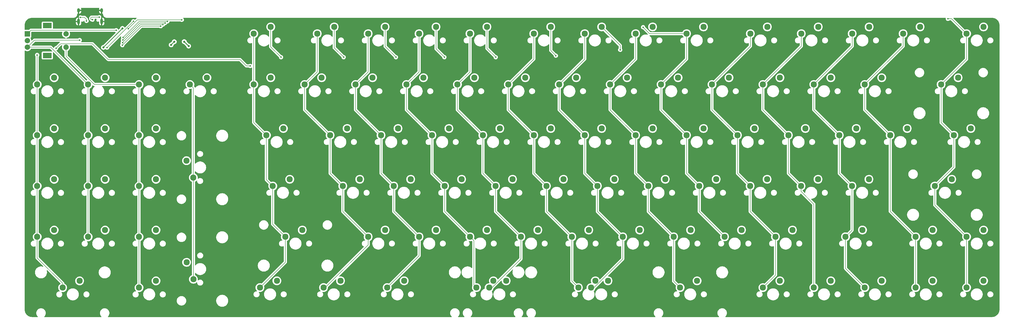
<source format=gbr>
%TF.GenerationSoftware,KiCad,Pcbnew,8.0.0*%
%TF.CreationDate,2024-12-21T07:53:57-08:00*%
%TF.ProjectId,Hampter3.1,48616d70-7465-4723-932e-312e6b696361,rev?*%
%TF.SameCoordinates,Original*%
%TF.FileFunction,Copper,L1,Top*%
%TF.FilePolarity,Positive*%
%FSLAX46Y46*%
G04 Gerber Fmt 4.6, Leading zero omitted, Abs format (unit mm)*
G04 Created by KiCad (PCBNEW 8.0.0) date 2024-12-21 07:53:57*
%MOMM*%
%LPD*%
G01*
G04 APERTURE LIST*
%TA.AperFunction,ComponentPad*%
%ADD10C,2.300000*%
%TD*%
%TA.AperFunction,ComponentPad*%
%ADD11R,2.000000X2.000000*%
%TD*%
%TA.AperFunction,ComponentPad*%
%ADD12C,2.000000*%
%TD*%
%TA.AperFunction,ComponentPad*%
%ADD13R,3.200000X2.000000*%
%TD*%
%TA.AperFunction,ComponentPad*%
%ADD14O,1.000000X1.600000*%
%TD*%
%TA.AperFunction,ComponentPad*%
%ADD15O,1.000000X2.100000*%
%TD*%
%TA.AperFunction,ViaPad*%
%ADD16C,0.600000*%
%TD*%
%TA.AperFunction,ViaPad*%
%ADD17C,0.800000*%
%TD*%
%TA.AperFunction,Conductor*%
%ADD18C,0.380000*%
%TD*%
%TA.AperFunction,Conductor*%
%ADD19C,0.200000*%
%TD*%
G04 APERTURE END LIST*
D10*
%TO.P,SW0_30,1,1*%
%TO.N,COL-4*%
X130688603Y-258214607D03*
%TO.P,SW0_30,2,2*%
%TO.N,Net-(D114-A)*%
X137038603Y-255674607D03*
%TD*%
%TO.P,SW3_3,1,1*%
%TO.N,COL3*%
X283083000Y-239141000D03*
%TO.P,SW3_3,2,2*%
%TO.N,Net-(D45-A)*%
X289433000Y-236601000D03*
%TD*%
%TO.P,SW2_8,1,1*%
%TO.N,COL8*%
X368849538Y-220091000D03*
%TO.P,SW2_8,2,2*%
%TO.N,Net-(D37-A)*%
X375199538Y-217551000D03*
%TD*%
%TO.P,SW1_12,1,1*%
%TO.N,COL12*%
X440309000Y-201041000D03*
%TO.P,SW1_12,2,2*%
%TO.N,Net-(D26-A)*%
X446659000Y-198501000D03*
%TD*%
%TO.P,SW-1_-7,1,1*%
%TO.N,COL-2*%
X159263603Y-182014607D03*
%TO.P,SW-1_-7,2,2*%
%TO.N,Net-(D81-A)*%
X165613603Y-179474607D03*
%TD*%
%TO.P,SW1_9,1,1*%
%TO.N,COL9*%
X383159000Y-201041000D03*
%TO.P,SW1_9,2,2*%
%TO.N,Net-(D23-A)*%
X389509000Y-198501000D03*
%TD*%
%TO.P,SW-1_-6,1,1*%
%TO.N,COL-3*%
X140213603Y-182014607D03*
%TO.P,SW-1_-6,2,2*%
%TO.N,Net-(D80-A)*%
X146563603Y-179474607D03*
%TD*%
%TO.P,SW-1_3,1,1*%
%TO.N,COL3*%
X264033000Y-162941000D03*
%TO.P,SW-1_3,2,2*%
%TO.N,Net-(D89-A)*%
X270383000Y-160401000D03*
%TD*%
%TO.P,SW-1_-5,1,1*%
%TO.N,COL-4*%
X121163603Y-182014607D03*
%TO.P,SW-1_-5,2,2*%
%TO.N,Net-(D78-A)*%
X127513603Y-179474607D03*
%TD*%
%TO.P,SW4_10,1,1*%
%TO.N,COL13*%
X468884000Y-258191000D03*
%TO.P,SW4_10,2,2*%
%TO.N,Net-(D65-A)*%
X475234000Y-255651000D03*
%TD*%
%TO.P,SW0_10,1,1*%
%TO.N,COL10*%
X392684000Y-181991000D03*
%TO.P,SW0_10,2,2*%
%TO.N,Net-(D11-A)*%
X399034000Y-179451000D03*
%TD*%
%TO.P,SW4_6,1,1*%
%TO.N,COL9*%
X392684000Y-258191000D03*
%TO.P,SW4_6,2,2*%
%TO.N,Net-(D61-A)*%
X399034000Y-255651000D03*
%TD*%
%TO.P,SW4_5,1,1*%
%TO.N,COL7*%
X361696000Y-258191000D03*
%TO.P,SW4_5,2,2*%
%TO.N,Net-(D60-A)*%
X368046000Y-255651000D03*
%TD*%
%TO.P,SW-1_4,1,1*%
%TO.N,COL4*%
X283083000Y-162941000D03*
%TO.P,SW-1_4,2,2*%
%TO.N,Net-(D90-A)*%
X289433000Y-160401000D03*
%TD*%
%TO.P,SW3_6,1,1*%
%TO.N,COL6*%
X340233000Y-239141000D03*
%TO.P,SW3_6,2,2*%
%TO.N,Net-(D48-A)*%
X346583000Y-236601000D03*
%TD*%
%TO.P,SW0_-7,1,1*%
%TO.N,COL-2*%
X159263603Y-201064607D03*
%TO.P,SW0_-7,2,2*%
%TO.N,Net-(D105-A)*%
X165613603Y-198524607D03*
%TD*%
%TO.P,SW1_4,1,1*%
%TO.N,COL4*%
X287909000Y-201041000D03*
%TO.P,SW1_4,2,2*%
%TO.N,Net-(D18-A)*%
X294259000Y-198501000D03*
%TD*%
%TO.P,SW3_4,1,1*%
%TO.N,COL4*%
X302133000Y-239141000D03*
%TO.P,SW3_4,2,2*%
%TO.N,Net-(D46-A)*%
X308483000Y-236601000D03*
%TD*%
%TO.P,SW-1_2,1,1*%
%TO.N,COL2*%
X244983000Y-162941000D03*
%TO.P,SW-1_2,2,2*%
%TO.N,Net-(D88-A)*%
X251333000Y-160401000D03*
%TD*%
%TO.P,SW0_12,1,1*%
%TO.N,COL12*%
X430784000Y-181991000D03*
%TO.P,SW0_12,2,2*%
%TO.N,Net-(D13-A)*%
X437134000Y-179451000D03*
%TD*%
%TO.P,SW1_7,1,1*%
%TO.N,COL7*%
X345059000Y-201041000D03*
%TO.P,SW1_7,2,2*%
%TO.N,Net-(D21-A)*%
X351409000Y-198501000D03*
%TD*%
%TO.P,SW0_11,1,1*%
%TO.N,COL11*%
X411734000Y-181991000D03*
%TO.P,SW0_11,2,2*%
%TO.N,Net-(D12-A)*%
X418084000Y-179451000D03*
%TD*%
%TO.P,SW-1_13,1,1*%
%TO.N,COL13*%
X468884000Y-162941000D03*
%TO.P,SW-1_13,2,2*%
%TO.N,Net-(D91-A)*%
X475234000Y-160401000D03*
%TD*%
%TO.P,SW1_1,1,1*%
%TO.N,COL1*%
X230759000Y-201041000D03*
%TO.P,SW1_1,2,2*%
%TO.N,Net-(D15-A)*%
X237109000Y-198501000D03*
%TD*%
%TO.P,SW3_11,1,1*%
%TO.N,COL12*%
X449834000Y-239141000D03*
%TO.P,SW3_11,2,2*%
%TO.N,Net-(D53-A)*%
X456184000Y-236601000D03*
%TD*%
%TO.P,SW0_-5,1,1*%
%TO.N,COL-4*%
X121163603Y-201064607D03*
%TO.P,SW0_-5,2,2*%
%TO.N,Net-(D101-A)*%
X127513603Y-198524607D03*
%TD*%
%TO.P,SW1_8,1,1*%
%TO.N,COL8*%
X364109000Y-201041000D03*
%TO.P,SW1_8,2,2*%
%TO.N,Net-(D22-A)*%
X370459000Y-198501000D03*
%TD*%
%TO.P,SW-1_1,1,1*%
%TO.N,COL1*%
X225933000Y-162941000D03*
%TO.P,SW-1_1,2,2*%
%TO.N,Net-(D87-A)*%
X232283000Y-160401000D03*
%TD*%
%TO.P,SW-1_6,1,1*%
%TO.N,COL6*%
X326009000Y-162941000D03*
%TO.P,SW-1_6,2,2*%
%TO.N,Net-(D93-A)*%
X332359000Y-160401000D03*
%TD*%
%TO.P,SW0_2,1,1*%
%TO.N,COL2*%
X240284000Y-181991000D03*
%TO.P,SW0_2,2,2*%
%TO.N,Net-(D3-A)*%
X246634000Y-179451000D03*
%TD*%
D11*
%TO.P,SW2,A,A*%
%TO.N,COL-4*%
X117453000Y-163021000D03*
D12*
%TO.P,SW2,B,B*%
%TO.N,COL-3*%
X117453000Y-168021000D03*
%TO.P,SW2,C,C*%
%TO.N,Net-(D102-A)*%
X117453000Y-165521000D03*
D13*
%TO.P,SW2,MP*%
%TO.N,N/C*%
X124953000Y-159921000D03*
X124953000Y-171121000D03*
D12*
%TO.P,SW2,S1,S1*%
%TO.N,COL-2*%
X131953000Y-168021000D03*
%TO.P,SW2,S2,S2*%
%TO.N,Net-(D103-A)*%
X131953000Y-163021000D03*
%TD*%
D10*
%TO.P,SW0_-8,1,1*%
%TO.N,COL-1*%
X179583603Y-216939607D03*
%TO.P,SW0_-8,2,2*%
%TO.N,Net-(D106-A)*%
X177043603Y-210589607D03*
%TD*%
%TO.P,SW-1_5,1,1*%
%TO.N,COL5*%
X306959000Y-162941000D03*
%TO.P,SW-1_5,2,2*%
%TO.N,Net-(D92-A)*%
X313309000Y-160401000D03*
%TD*%
%TO.P,SW3_5,1,1*%
%TO.N,COL5*%
X321183000Y-239141000D03*
%TO.P,SW3_5,2,2*%
%TO.N,Net-(D47-A)*%
X327533000Y-236601000D03*
%TD*%
%TO.P,SW4_9,1,1*%
%TO.N,COL12*%
X449834000Y-258191000D03*
%TO.P,SW4_9,2,2*%
%TO.N,Net-(D64-A)*%
X456184000Y-255651000D03*
%TD*%
%TO.P,SW1_5,1,1*%
%TO.N,COL5*%
X306959000Y-201041000D03*
%TO.P,SW1_5,2,2*%
%TO.N,Net-(D19-A)*%
X313309000Y-198501000D03*
%TD*%
%TO.P,SW4_3,1,1*%
%TO.N,COL3*%
X285496000Y-258191000D03*
%TO.P,SW4_3,2,2*%
%TO.N,Net-(D58-A)*%
X291846000Y-255651000D03*
%TD*%
%TO.P,SW0_21,1,1*%
%TO.N,COL-4*%
X121163603Y-239164607D03*
%TO.P,SW0_21,2,2*%
%TO.N,Net-(D110-A)*%
X127513603Y-236624607D03*
%TD*%
%TO.P,SW2_0,1,1*%
%TO.N,COL0*%
X209296000Y-220091000D03*
%TO.P,SW2_0,2,2*%
%TO.N,Net-(D29-A)*%
X215646000Y-217551000D03*
%TD*%
%TO.P,SW-1_12,1,1*%
%TO.N,COL12*%
X445135000Y-162941000D03*
%TO.P,SW-1_12,2,2*%
%TO.N,Net-(D99-A)*%
X451485000Y-160401000D03*
%TD*%
%TO.P,SW4_4,1,1*%
%TO.N,COL6*%
X328372743Y-258194957D03*
%TO.P,SW4_4,2,2*%
%TO.N,Net-(D59-A)*%
X334722743Y-255654957D03*
%TD*%
%TO.P,SW3_7,1,1*%
%TO.N,COL7*%
X359283000Y-239141000D03*
%TO.P,SW3_7,2,2*%
%TO.N,Net-(D49-A)*%
X365633000Y-236601000D03*
%TD*%
%TO.P,SW4_1,1,1*%
%TO.N,COL1*%
X228302699Y-258183545D03*
%TO.P,SW4_1,2,2*%
%TO.N,Net-(D56-A)*%
X234652699Y-255643545D03*
%TD*%
%TO.P,SW1_6,1,1*%
%TO.N,COL6*%
X326009000Y-201041000D03*
%TO.P,SW1_6,2,2*%
%TO.N,Net-(D20-A)*%
X332359000Y-198501000D03*
%TD*%
%TO.P,SW2_1,1,1*%
%TO.N,COL1*%
X235499538Y-220091000D03*
%TO.P,SW2_1,2,2*%
%TO.N,Net-(D30-A)*%
X241849538Y-217551000D03*
%TD*%
%TO.P,SW4_0,1,1*%
%TO.N,COL0*%
X204488924Y-258186604D03*
%TO.P,SW4_0,2,2*%
%TO.N,Net-(D55-A)*%
X210838924Y-255646604D03*
%TD*%
%TO.P,SW3_1,1,1*%
%TO.N,COL1*%
X244983000Y-239141000D03*
%TO.P,SW3_1,2,2*%
%TO.N,Net-(D43-A)*%
X251333000Y-236601000D03*
%TD*%
%TO.P,SW1_0,1,1*%
%TO.N,COL0*%
X206934915Y-201043900D03*
%TO.P,SW1_0,2,2*%
%TO.N,Net-(D14-A)*%
X213284915Y-198503900D03*
%TD*%
%TO.P,SW-1_-8,1,1*%
%TO.N,COL-1*%
X178313603Y-182014607D03*
%TO.P,SW-1_-8,2,2*%
%TO.N,Net-(D83-A)*%
X184663603Y-179474607D03*
%TD*%
%TO.P,SW0_31,1,1*%
%TO.N,COL-2*%
X159263603Y-258214607D03*
%TO.P,SW0_31,2,2*%
%TO.N,Net-(D115-A)*%
X165613603Y-255674607D03*
%TD*%
%TO.P,SW1_10,1,1*%
%TO.N,COL10*%
X402209000Y-201041000D03*
%TO.P,SW1_10,2,2*%
%TO.N,Net-(D24-A)*%
X408559000Y-198501000D03*
%TD*%
%TO.P,SW0_4,1,1*%
%TO.N,COL4*%
X278384000Y-181991000D03*
%TO.P,SW0_4,2,2*%
%TO.N,Net-(D5-A)*%
X284734000Y-179451000D03*
%TD*%
%TO.P,SW2_6,1,1*%
%TO.N,COL6*%
X330749538Y-220091000D03*
%TO.P,SW2_6,2,2*%
%TO.N,Net-(D35-A)*%
X337099538Y-217551000D03*
%TD*%
%TO.P,SW-1_10,1,1*%
%TO.N,COL10*%
X407035000Y-162941000D03*
%TO.P,SW-1_10,2,2*%
%TO.N,Net-(D97-A)*%
X413385000Y-160401000D03*
%TD*%
%TO.P,SW-1_0,1,1*%
%TO.N,COL0*%
X202184000Y-162941000D03*
%TO.P,SW-1_0,2,2*%
%TO.N,Net-(D86-A)*%
X208534000Y-160401000D03*
%TD*%
%TO.P,SW3_10,1,1*%
%TO.N,COL11*%
X423585948Y-239136846D03*
%TO.P,SW3_10,2,2*%
%TO.N,Net-(D52-A)*%
X429935948Y-236596846D03*
%TD*%
%TO.P,SW0_9,1,1*%
%TO.N,COL9*%
X373634000Y-181991000D03*
%TO.P,SW0_9,2,2*%
%TO.N,Net-(D10-A)*%
X379984000Y-179451000D03*
%TD*%
%TO.P,SW0_8,1,1*%
%TO.N,COL8*%
X354584000Y-181991000D03*
%TO.P,SW0_8,2,2*%
%TO.N,Net-(D9-A)*%
X360934000Y-179451000D03*
%TD*%
%TO.P,SW4_2,1,1*%
%TO.N,COL2*%
X252113924Y-258186604D03*
%TO.P,SW4_2,2,2*%
%TO.N,Net-(D57-A)*%
X258463924Y-255646604D03*
%TD*%
%TO.P,SW2_2,1,1*%
%TO.N,COL2*%
X254549538Y-220091000D03*
%TO.P,SW2_2,2,2*%
%TO.N,Net-(D31-A)*%
X260899538Y-217551000D03*
%TD*%
%TO.P,SW0_16,1,1*%
%TO.N,COL-3*%
X140213603Y-220114607D03*
%TO.P,SW0_16,2,2*%
%TO.N,Net-(D108-A)*%
X146563603Y-217574607D03*
%TD*%
%TO.P,SW0_3,1,1*%
%TO.N,COL3*%
X259334000Y-181991000D03*
%TO.P,SW0_3,2,2*%
%TO.N,Net-(D4-A)*%
X265684000Y-179451000D03*
%TD*%
%TO.P,SW1_3,1,1*%
%TO.N,COL3*%
X268859000Y-201041000D03*
%TO.P,SW1_3,2,2*%
%TO.N,Net-(D17-A)*%
X275209000Y-198501000D03*
%TD*%
%TO.P,SW0_5,1,1*%
%TO.N,COL5*%
X297434000Y-181991000D03*
%TO.P,SW0_5,2,2*%
%TO.N,Net-(D6-A)*%
X303784000Y-179451000D03*
%TD*%
%TO.P,SW3_8,1,1*%
%TO.N,COL8*%
X378333000Y-239141000D03*
%TO.P,SW3_8,2,2*%
%TO.N,Net-(D50-A)*%
X384683000Y-236601000D03*
%TD*%
%TO.P,SW4_8,1,1*%
%TO.N,COL11*%
X430784000Y-258191000D03*
%TO.P,SW4_8,2,2*%
%TO.N,Net-(D63-A)*%
X437134000Y-255651000D03*
%TD*%
%TO.P,SW-1_11,1,1*%
%TO.N,COL11*%
X426085000Y-162941000D03*
%TO.P,SW-1_11,2,2*%
%TO.N,Net-(D98-A)*%
X432435000Y-160401000D03*
%TD*%
%TO.P,SW0_7,1,1*%
%TO.N,COL7*%
X335534000Y-181991000D03*
%TO.P,SW0_7,2,2*%
%TO.N,Net-(D8-A)*%
X341884000Y-179451000D03*
%TD*%
%TO.P,SW2_5,1,1*%
%TO.N,COL5*%
X311699538Y-220091000D03*
%TO.P,SW2_5,2,2*%
%TO.N,Net-(D34-A)*%
X318049538Y-217551000D03*
%TD*%
%TO.P,SW0_13,1,1*%
%TO.N,COL13*%
X459359000Y-181991000D03*
%TO.P,SW0_13,2,2*%
%TO.N,Net-(D28-A)*%
X465709000Y-179451000D03*
%TD*%
%TO.P,SW0_29,1,1*%
%TO.N,COL-1*%
X179603277Y-255062452D03*
%TO.P,SW0_29,2,2*%
%TO.N,Net-(D113-A)*%
X177063277Y-248712452D03*
%TD*%
%TO.P,SW0_6,1,1*%
%TO.N,COL6*%
X316484000Y-181991000D03*
%TO.P,SW0_6,2,2*%
%TO.N,Net-(D7-A)*%
X322834000Y-179451000D03*
%TD*%
%TO.P,SW3_12,1,1*%
%TO.N,COL13*%
X468884000Y-239141000D03*
%TO.P,SW3_12,2,2*%
%TO.N,Net-(D54-A)*%
X475234000Y-236601000D03*
%TD*%
%TO.P,SW3_0,1,1*%
%TO.N,COL0*%
X213995000Y-239141000D03*
%TO.P,SW3_0,2,2*%
%TO.N,Net-(D42-A)*%
X220345000Y-236601000D03*
%TD*%
%TO.P,SW-1_8,1,1*%
%TO.N,COL8*%
X364109000Y-162941000D03*
%TO.P,SW-1_8,2,2*%
%TO.N,Net-(D95-A)*%
X370459000Y-160401000D03*
%TD*%
%TO.P,SW0_26,1,1*%
%TO.N,COL-3*%
X140213603Y-239164607D03*
%TO.P,SW0_26,2,2*%
%TO.N,Net-(D111-A)*%
X146563603Y-236624607D03*
%TD*%
%TO.P,SW0_1,1,1*%
%TO.N,COL1*%
X221234000Y-181991000D03*
%TO.P,SW0_1,2,2*%
%TO.N,Net-(D2-A)*%
X227584000Y-179451000D03*
%TD*%
%TO.P,SW0_0,1,1*%
%TO.N,COL0*%
X202184000Y-181991000D03*
%TO.P,SW0_0,2,2*%
%TO.N,Net-(D1-A)*%
X208534000Y-179451000D03*
%TD*%
%TO.P,SW4_12,1,1*%
%TO.N,COL5*%
X323628324Y-258189822D03*
%TO.P,SW4_12,2,2*%
%TO.N,Net-(D68-A)*%
X329978324Y-255649822D03*
%TD*%
%TO.P,SW-1_7,1,1*%
%TO.N,COL7*%
X345059000Y-162941000D03*
%TO.P,SW-1_7,2,2*%
%TO.N,Net-(D94-A)*%
X351409000Y-160401000D03*
%TD*%
%TO.P,SW0_28,1,1*%
%TO.N,COL-2*%
X159263603Y-239164607D03*
%TO.P,SW0_28,2,2*%
%TO.N,Net-(D112-A)*%
X165613603Y-236624607D03*
%TD*%
%TO.P,SW2_3,1,1*%
%TO.N,COL3*%
X273599538Y-220091000D03*
%TO.P,SW2_3,2,2*%
%TO.N,Net-(D32-A)*%
X279949538Y-217551000D03*
%TD*%
%TO.P,SW1_13,1,1*%
%TO.N,COL13*%
X464119717Y-201039119D03*
%TO.P,SW1_13,2,2*%
%TO.N,Net-(D27-A)*%
X470469717Y-198499119D03*
%TD*%
%TO.P,SW0_17,1,1*%
%TO.N,COL-2*%
X159263603Y-220114607D03*
%TO.P,SW0_17,2,2*%
%TO.N,Net-(D109-A)*%
X165613603Y-217574607D03*
%TD*%
%TO.P,SW2_11,1,1*%
%TO.N,COL11*%
X425999538Y-220091000D03*
%TO.P,SW2_11,2,2*%
%TO.N,Net-(D40-A)*%
X432349538Y-217551000D03*
%TD*%
%TO.P,SW1_2,1,1*%
%TO.N,COL2*%
X249809000Y-201041000D03*
%TO.P,SW1_2,2,2*%
%TO.N,Net-(D16-A)*%
X256159000Y-198501000D03*
%TD*%
%TO.P,SW0_15,1,1*%
%TO.N,COL-4*%
X121163603Y-220114607D03*
%TO.P,SW0_15,2,2*%
%TO.N,Net-(D107-A)*%
X127513603Y-217574607D03*
%TD*%
%TO.P,SW2_4,1,1*%
%TO.N,COL4*%
X292649538Y-220091000D03*
%TO.P,SW2_4,2,2*%
%TO.N,Net-(D33-A)*%
X298999538Y-217551000D03*
%TD*%
%TO.P,SW4_7,1,1*%
%TO.N,COL10*%
X411734000Y-258191000D03*
%TO.P,SW4_7,2,2*%
%TO.N,Net-(D62-A)*%
X418084000Y-255651000D03*
%TD*%
%TO.P,SW-1_9,1,1*%
%TO.N,COL9*%
X387985000Y-162941000D03*
%TO.P,SW-1_9,2,2*%
%TO.N,Net-(D96-A)*%
X394335000Y-160401000D03*
%TD*%
%TO.P,SW3_9,1,1*%
%TO.N,COL9*%
X397383000Y-239141000D03*
%TO.P,SW3_9,2,2*%
%TO.N,Net-(D51-A)*%
X403733000Y-236601000D03*
%TD*%
%TO.P,SW3_2,1,1*%
%TO.N,COL2*%
X264033000Y-239141000D03*
%TO.P,SW3_2,2,2*%
%TO.N,Net-(D44-A)*%
X270383000Y-236601000D03*
%TD*%
%TO.P,SW2_10,1,1*%
%TO.N,COL10*%
X406949538Y-220091000D03*
%TO.P,SW2_10,2,2*%
%TO.N,Net-(D39-A)*%
X413299538Y-217551000D03*
%TD*%
%TO.P,SW2_7,1,1*%
%TO.N,COL7*%
X349799538Y-220091000D03*
%TO.P,SW2_7,2,2*%
%TO.N,Net-(D36-A)*%
X356149538Y-217551000D03*
%TD*%
%TO.P,SW2_9,1,1*%
%TO.N,COL9*%
X387899538Y-220091000D03*
%TO.P,SW2_9,2,2*%
%TO.N,Net-(D38-A)*%
X394249538Y-217551000D03*
%TD*%
%TO.P,SW4_11,1,1*%
%TO.N,COL4*%
X290272743Y-258194957D03*
%TO.P,SW4_11,2,2*%
%TO.N,Net-(D67-A)*%
X296622743Y-255654957D03*
%TD*%
%TO.P,SW1_11,1,1*%
%TO.N,COL11*%
X421259000Y-201041000D03*
%TO.P,SW1_11,2,2*%
%TO.N,Net-(D25-A)*%
X427609000Y-198501000D03*
%TD*%
%TO.P,SW0_-6,1,1*%
%TO.N,COL-3*%
X140213603Y-201064607D03*
%TO.P,SW0_-6,2,2*%
%TO.N,Net-(D104-A)*%
X146563603Y-198524607D03*
%TD*%
%TO.P,SW2_12,1,1*%
%TO.N,COL13*%
X456987538Y-220091000D03*
%TO.P,SW2_12,2,2*%
%TO.N,Net-(D41-A)*%
X463337538Y-217551000D03*
%TD*%
D14*
%TO.P,J1,S1,SHIELD*%
%TO.N,GND*%
X136650000Y-154219000D03*
D15*
X136650000Y-158399000D03*
D14*
X145290000Y-154219000D03*
D15*
X145290000Y-158399000D03*
%TD*%
D16*
%TO.N,GND*%
X175006000Y-163576000D03*
X156972000Y-165608000D03*
X237998000Y-160528000D03*
D17*
X186035501Y-159990800D03*
D16*
X222885000Y-167005000D03*
X204851000Y-160147000D03*
X318008000Y-160655000D03*
D17*
X183083200Y-159562800D03*
D16*
X149098000Y-168656000D03*
X256667000Y-164846000D03*
X167894000Y-178308000D03*
X174498000Y-176784000D03*
X161798000Y-161036000D03*
X124968000Y-163957000D03*
X238125000Y-164973000D03*
X128524000Y-172085000D03*
X256540000Y-160655000D03*
X297942000Y-160782000D03*
X213868000Y-160528000D03*
X333502000Y-168148000D03*
X140970000Y-155321000D03*
X194564000Y-180086000D03*
X318643000Y-165481000D03*
X275971000Y-160909000D03*
X131445000Y-172085000D03*
X175641000Y-177927000D03*
X146304000Y-169672000D03*
X198755000Y-166624000D03*
X124968000Y-166878000D03*
X296418000Y-166370000D03*
X173609000Y-159385000D03*
X217805000Y-165481000D03*
X276098000Y-165100000D03*
D17*
%TO.N,+5V*%
X153060400Y-160985200D03*
X176173581Y-165946089D03*
X172442179Y-165979324D03*
X177826796Y-167599304D03*
X145948400Y-168097200D03*
X171271211Y-167150291D03*
D16*
%TO.N,ROW4*%
X167386000Y-160134000D03*
X153027465Y-167251465D03*
%TO.N,Net-(J1-CC2)*%
X141859000Y-157699000D03*
X144399000Y-156756000D03*
%TO.N,Net-(J1-CC1)*%
X137340000Y-156845000D03*
X139618746Y-158155264D03*
%TO.N,COL8*%
X347853000Y-160528000D03*
%TO.N,COL13*%
X461873600Y-157353000D03*
%TO.N,Net-(U3-~{RESET})*%
X147320000Y-168148000D03*
X157162500Y-158305500D03*
%TO.N,ROW-1*%
X153136600Y-166293800D03*
X128219200Y-168402000D03*
X168198800Y-159534000D03*
X200863200Y-175054800D03*
%TO.N,Net-(D86-A)*%
X212394800Y-171754800D03*
%TO.N,Net-(D87-A)*%
X235813600Y-171754800D03*
%TO.N,Net-(D88-A)*%
X255371600Y-171754800D03*
%TO.N,Net-(D89-A)*%
X273507200Y-171754800D03*
%TO.N,Net-(D90-A)*%
X292709600Y-171754800D03*
%TO.N,Net-(D92-A)*%
X315214000Y-171186400D03*
%TO.N,Net-(D93-A)*%
X339293200Y-169011600D03*
%TO.N,COL-2*%
X153222665Y-165313065D03*
X169011600Y-158934000D03*
%TO.N,COL-3*%
X153315194Y-164372006D03*
X137058400Y-165354000D03*
X169875200Y-158334000D03*
%TO.N,COL-4*%
X150723600Y-161645600D03*
X121163603Y-170942000D03*
X175260000Y-157734000D03*
X155211865Y-161104665D03*
%TD*%
D18*
%TO.N,GND*%
X185607501Y-159562800D02*
X186035501Y-159990800D01*
X136650000Y-154219000D02*
X145290000Y-154219000D01*
X136650000Y-154219000D02*
X136650000Y-158399000D01*
X183083200Y-159562800D02*
X185607501Y-159562800D01*
X145290000Y-154219000D02*
X145290000Y-158399000D01*
%TO.N,+5V*%
X177826796Y-167599304D02*
X176173581Y-165946089D01*
X153060400Y-160985200D02*
X145948400Y-168097200D01*
X171271211Y-167150291D02*
X172442179Y-165979324D01*
D19*
%TO.N,ROW4*%
X160144930Y-160134000D02*
X167386000Y-160134000D01*
X153027465Y-167251465D02*
X160144930Y-160134000D01*
%TO.N,Net-(J1-CC2)*%
X141859000Y-157699000D02*
X141443000Y-157699000D01*
X141224000Y-156972000D02*
X141440000Y-156756000D01*
X141443000Y-157699000D02*
X141224000Y-157480000D01*
X141224000Y-157480000D02*
X141224000Y-156972000D01*
X141440000Y-156756000D02*
X144399000Y-156756000D01*
%TO.N,Net-(J1-CC1)*%
X139618746Y-157601946D02*
X138861800Y-156845000D01*
X139618746Y-158155264D02*
X139618746Y-157601946D01*
X138861800Y-156845000D02*
X137340000Y-156845000D01*
%TO.N,COL0*%
X206934915Y-201043900D02*
X206934915Y-217729915D01*
X209296000Y-220091000D02*
X209296000Y-234442000D01*
X202184000Y-196292985D02*
X206934915Y-201043900D01*
X213995000Y-239141000D02*
X213995000Y-248680528D01*
X202184000Y-162941000D02*
X202184000Y-181991000D01*
X209296000Y-234442000D02*
X213995000Y-239141000D01*
X206934915Y-217729915D02*
X209296000Y-220091000D01*
X213995000Y-248680528D02*
X204488924Y-258186604D01*
X202184000Y-181991000D02*
X202184000Y-196292985D01*
%TO.N,COL1*%
X221234000Y-191516000D02*
X230759000Y-201041000D01*
X230759000Y-215350462D02*
X235499538Y-220091000D01*
X225933000Y-177292000D02*
X221234000Y-181991000D01*
X235499538Y-229657538D02*
X244983000Y-239141000D01*
X244983000Y-239141000D02*
X244983000Y-242143412D01*
X230759000Y-201041000D02*
X230759000Y-215350462D01*
X228942867Y-258183545D02*
X228302699Y-258183545D01*
X244983000Y-242143412D02*
X228942867Y-258183545D01*
X221234000Y-181991000D02*
X221234000Y-191516000D01*
X225933000Y-162941000D02*
X225933000Y-177292000D01*
X235499538Y-220091000D02*
X235499538Y-229657538D01*
%TO.N,COL2*%
X240284000Y-181991000D02*
X240284000Y-191516000D01*
X254549538Y-229657538D02*
X264033000Y-239141000D01*
X244983000Y-177292000D02*
X240284000Y-181991000D01*
X249809000Y-201041000D02*
X249809000Y-215350462D01*
X254549538Y-220091000D02*
X254549538Y-229657538D01*
X249809000Y-215350462D02*
X254549538Y-220091000D01*
X244983000Y-162941000D02*
X244983000Y-177292000D01*
X240284000Y-191516000D02*
X249809000Y-201041000D01*
X264033000Y-246267528D02*
X252113924Y-258186604D01*
X264033000Y-239141000D02*
X264033000Y-246267528D01*
%TO.N,COL3*%
X273599538Y-229657538D02*
X283083000Y-239141000D01*
X283083000Y-239141000D02*
X284513986Y-240571986D01*
X268859000Y-215350462D02*
X273599538Y-220091000D01*
X264033000Y-177292000D02*
X259334000Y-181991000D01*
X259334000Y-191516000D02*
X268859000Y-201041000D01*
X259334000Y-181991000D02*
X259334000Y-191516000D01*
X273599538Y-220091000D02*
X273599538Y-229657538D01*
X284513986Y-240571986D02*
X284513986Y-257208986D01*
X284513986Y-257208986D02*
X285496000Y-258191000D01*
X264033000Y-162941000D02*
X264033000Y-177292000D01*
X268859000Y-201041000D02*
X268859000Y-215350462D01*
%TO.N,COL4*%
X283083000Y-177292000D02*
X278384000Y-181991000D01*
X302133000Y-247414610D02*
X291352653Y-258194957D01*
X278384000Y-181991000D02*
X278384000Y-191516000D01*
X292649538Y-229657538D02*
X302133000Y-239141000D01*
X287909000Y-215350462D02*
X292649538Y-220091000D01*
X292649538Y-220091000D02*
X292649538Y-229657538D01*
X287909000Y-201041000D02*
X287909000Y-215350462D01*
X278384000Y-191516000D02*
X287909000Y-201041000D01*
X302133000Y-239141000D02*
X302133000Y-247414610D01*
X283083000Y-162941000D02*
X283083000Y-177292000D01*
X291352653Y-258194957D02*
X290272743Y-258194957D01*
%TO.N,COL5*%
X306959000Y-215350462D02*
X311699538Y-220091000D01*
X297434000Y-181991000D02*
X297434000Y-191516000D01*
X311699538Y-229657538D02*
X321183000Y-239141000D01*
X297434000Y-191516000D02*
X306959000Y-201041000D01*
X323628324Y-258189822D02*
X321183000Y-255744498D01*
X306959000Y-201041000D02*
X306959000Y-215350462D01*
X321183000Y-255744498D02*
X321183000Y-239141000D01*
X306959000Y-172466000D02*
X297434000Y-181991000D01*
X306959000Y-162941000D02*
X306959000Y-172466000D01*
X311699538Y-220091000D02*
X311699538Y-229657538D01*
%TO.N,COL6*%
X330749538Y-220091000D02*
X330749538Y-229657538D01*
X316484000Y-191516000D02*
X326009000Y-201041000D01*
X326009000Y-162941000D02*
X326009000Y-172466000D01*
X330749538Y-229657538D02*
X340233000Y-239141000D01*
X326009000Y-172466000D02*
X316484000Y-181991000D01*
X316484000Y-181991000D02*
X316484000Y-191516000D01*
X340233000Y-239141000D02*
X340233000Y-247445756D01*
X326009000Y-215350462D02*
X330749538Y-220091000D01*
X329483799Y-258194957D02*
X328372743Y-258194957D01*
X340233000Y-247445756D02*
X329483799Y-258194957D01*
X326009000Y-201041000D02*
X326009000Y-215350462D01*
%TO.N,COL7*%
X335534000Y-181991000D02*
X335534000Y-191516000D01*
X359283000Y-239141000D02*
X359283000Y-255778000D01*
X359283000Y-255778000D02*
X361696000Y-258191000D01*
X345059000Y-215350462D02*
X349799538Y-220091000D01*
X345059000Y-172466000D02*
X335534000Y-181991000D01*
X335534000Y-191516000D02*
X345059000Y-201041000D01*
X349799538Y-220091000D02*
X349799538Y-229657538D01*
X349799538Y-229657538D02*
X359283000Y-239141000D01*
X345059000Y-162941000D02*
X345059000Y-172466000D01*
X345059000Y-201041000D02*
X345059000Y-215350462D01*
%TO.N,COL8*%
X364109000Y-172466000D02*
X354584000Y-181991000D01*
X364109000Y-162941000D02*
X364109000Y-172466000D01*
X368849538Y-229657538D02*
X378333000Y-239141000D01*
X364109000Y-201041000D02*
X364109000Y-215350462D01*
X350266000Y-162941000D02*
X347853000Y-160528000D01*
X368849538Y-220091000D02*
X368849538Y-229657538D01*
X354584000Y-181991000D02*
X354584000Y-191516000D01*
X364109000Y-215350462D02*
X368849538Y-220091000D01*
X354584000Y-191516000D02*
X364109000Y-201041000D01*
X364109000Y-162941000D02*
X350266000Y-162941000D01*
%TO.N,COL9*%
X397383000Y-253492000D02*
X392684000Y-258191000D01*
X387985000Y-162941000D02*
X387985000Y-167640000D01*
X373634000Y-181991000D02*
X373634000Y-191516000D01*
X373634000Y-191516000D02*
X383159000Y-201041000D01*
X383159000Y-215350462D02*
X387899538Y-220091000D01*
X387899538Y-229657538D02*
X397383000Y-239141000D01*
X397383000Y-239141000D02*
X397383000Y-253492000D01*
X387899538Y-220091000D02*
X387899538Y-229657538D01*
X383159000Y-201041000D02*
X383159000Y-215350462D01*
X387985000Y-167640000D02*
X373634000Y-181991000D01*
%TO.N,COL10*%
X392684000Y-181991000D02*
X392684000Y-191516000D01*
X402209000Y-215350462D02*
X406949538Y-220091000D01*
X402209000Y-201041000D02*
X402209000Y-215350462D01*
X407035000Y-167640000D02*
X392684000Y-181991000D01*
X411734000Y-226920237D02*
X411734000Y-258191000D01*
X407035000Y-162941000D02*
X407035000Y-167640000D01*
X406949538Y-220091000D02*
X406949538Y-222135775D01*
X392684000Y-191516000D02*
X402209000Y-201041000D01*
X406949538Y-222135775D02*
X411734000Y-226920237D01*
%TO.N,COL11*%
X421259000Y-201041000D02*
X421259000Y-215350462D01*
X423585948Y-239136846D02*
X423585948Y-250992948D01*
X411734000Y-191516000D02*
X421259000Y-201041000D01*
X426085000Y-167640000D02*
X411734000Y-181991000D01*
X426085000Y-162941000D02*
X426085000Y-167640000D01*
X425999538Y-220091000D02*
X425999538Y-236723256D01*
X423585948Y-250992948D02*
X430784000Y-258191000D01*
X421259000Y-215350462D02*
X425999538Y-220091000D01*
X411734000Y-181991000D02*
X411734000Y-191516000D01*
X425999538Y-236723256D02*
X423585948Y-239136846D01*
%TO.N,COL12*%
X430784000Y-191516000D02*
X440309000Y-201041000D01*
X445135000Y-167640000D02*
X430784000Y-181991000D01*
X449834000Y-239141000D02*
X449834000Y-258191000D01*
X440309000Y-229616000D02*
X449834000Y-239141000D01*
X440309000Y-201041000D02*
X440309000Y-229616000D01*
X430784000Y-181991000D02*
X430784000Y-191516000D01*
X445135000Y-162941000D02*
X445135000Y-167640000D01*
%TO.N,COL13*%
X459359000Y-196278402D02*
X464119717Y-201039119D01*
X468884000Y-258191000D02*
X468884000Y-239141000D01*
X461873600Y-157353000D02*
X463296000Y-157353000D01*
X464119717Y-212958821D02*
X456987538Y-220091000D01*
X456987538Y-227244538D02*
X468884000Y-239141000D01*
X459359000Y-181991000D02*
X459359000Y-196278402D01*
X468884000Y-162941000D02*
X468884000Y-172466000D01*
X463296000Y-157353000D02*
X468884000Y-162941000D01*
X468884000Y-172466000D02*
X459359000Y-181991000D01*
X464119717Y-201039119D02*
X464119717Y-212958821D01*
X456987538Y-220091000D02*
X456987538Y-227244538D01*
%TO.N,Net-(U3-~{RESET})*%
X157162500Y-158305500D02*
X147320000Y-168148000D01*
%TO.N,ROW-1*%
X131414522Y-166721000D02*
X131409922Y-166725600D01*
X159850260Y-159534000D02*
X168198800Y-159534000D01*
X141829000Y-166721000D02*
X131414522Y-166721000D01*
X199481066Y-175054800D02*
X197074333Y-172648067D01*
X131409922Y-166725600D02*
X129895600Y-166725600D01*
X147756067Y-172648067D02*
X141829000Y-166721000D01*
X129895600Y-166725600D02*
X128219200Y-168402000D01*
X200863200Y-175054800D02*
X199481066Y-175054800D01*
X153136600Y-166293800D02*
X153136600Y-166247660D01*
X153136600Y-166247660D02*
X159850260Y-159534000D01*
X197074333Y-172648067D02*
X147756067Y-172648067D01*
%TO.N,Net-(D86-A)*%
X208534000Y-167894000D02*
X212394800Y-171754800D01*
X208534000Y-160401000D02*
X208534000Y-167894000D01*
%TO.N,Net-(D87-A)*%
X232283000Y-168224200D02*
X235813600Y-171754800D01*
X232283000Y-160401000D02*
X232283000Y-168224200D01*
%TO.N,Net-(D88-A)*%
X251333000Y-167716200D02*
X255371600Y-171754800D01*
X251333000Y-160401000D02*
X251333000Y-167716200D01*
%TO.N,Net-(D89-A)*%
X270383000Y-168630600D02*
X273507200Y-171754800D01*
X270383000Y-160401000D02*
X270383000Y-168630600D01*
%TO.N,Net-(D90-A)*%
X289433000Y-160401000D02*
X289433000Y-168478200D01*
X289433000Y-168478200D02*
X292709600Y-171754800D01*
%TO.N,Net-(D92-A)*%
X315214000Y-171145200D02*
X313309000Y-169240200D01*
X315214000Y-171186400D02*
X315214000Y-171145200D01*
X313309000Y-169240200D02*
X313309000Y-160401000D01*
%TO.N,Net-(D93-A)*%
X332359000Y-160401000D02*
X339293200Y-167335200D01*
X339293200Y-167335200D02*
X339293200Y-169011600D01*
%TO.N,Net-(D103-A)*%
X131953000Y-163042600D02*
X131953000Y-163021000D01*
%TO.N,COL-1*%
X179583603Y-183284607D02*
X179583603Y-216939607D01*
X179603277Y-216959281D02*
X179583603Y-216939607D01*
X178313603Y-182014607D02*
X179583603Y-183284607D01*
X179603277Y-255062452D02*
X179603277Y-216959281D01*
%TO.N,COL-2*%
X159263603Y-220114607D02*
X159263603Y-201064607D01*
X159263603Y-258214607D02*
X159263603Y-239164607D01*
X131953000Y-168021000D02*
X131953000Y-171424600D01*
X131953000Y-171424600D02*
X142543007Y-182014607D01*
X153222665Y-165313065D02*
X159601730Y-158934000D01*
X159263603Y-201064607D02*
X159263603Y-182014607D01*
X142543007Y-182014607D02*
X159263603Y-182014607D01*
X159263603Y-239164607D02*
X159263603Y-220114607D01*
X159601730Y-158934000D02*
X169011600Y-158934000D01*
%TO.N,COL-3*%
X153315194Y-164372006D02*
X159353200Y-158334000D01*
X159353200Y-158334000D02*
X169875200Y-158334000D01*
X126219996Y-168021000D02*
X140213603Y-182014607D01*
X120120000Y-165354000D02*
X137058400Y-165354000D01*
X117453000Y-168021000D02*
X120120000Y-165354000D01*
X140213603Y-201064607D02*
X140213603Y-220114607D01*
X140213603Y-220114607D02*
X140213603Y-239164607D01*
X117453000Y-168021000D02*
X126219996Y-168021000D01*
X140213603Y-182014607D02*
X140213603Y-201064607D01*
%TO.N,COL-4*%
X121163603Y-170942000D02*
X121163603Y-182014607D01*
X121163603Y-182014607D02*
X121163603Y-201064607D01*
X121163603Y-247063262D02*
X121163603Y-239164607D01*
X158582530Y-157734000D02*
X155211865Y-161104665D01*
X117453000Y-163021000D02*
X118828400Y-161645600D01*
X175260000Y-157734000D02*
X158582530Y-157734000D01*
X121163603Y-239164607D02*
X121163603Y-220114607D01*
X130688603Y-256588262D02*
X121163603Y-247063262D01*
X118828400Y-161645600D02*
X150723600Y-161645600D01*
X121163603Y-201064607D02*
X121163603Y-220114607D01*
X130688603Y-258214607D02*
X130688603Y-256588262D01*
%TD*%
%TA.AperFunction,Conductor*%
%TO.N,GND*%
G36*
X461047777Y-157001185D02*
G01*
X461093532Y-157053989D01*
X461103476Y-157123147D01*
X461097781Y-157146451D01*
X461088232Y-157173740D01*
X461088230Y-157173750D01*
X461068035Y-157352996D01*
X461068035Y-157353003D01*
X461088230Y-157532249D01*
X461088231Y-157532254D01*
X461147811Y-157702523D01*
X461204809Y-157793234D01*
X461243784Y-157855262D01*
X461371338Y-157982816D01*
X461524078Y-158078789D01*
X461659714Y-158126250D01*
X461694345Y-158138368D01*
X461694350Y-158138369D01*
X461873596Y-158158565D01*
X461873600Y-158158565D01*
X461873604Y-158158565D01*
X462052849Y-158138369D01*
X462052852Y-158138368D01*
X462052855Y-158138368D01*
X462223122Y-158078789D01*
X462375862Y-157982816D01*
X462375867Y-157982810D01*
X462378697Y-157980555D01*
X462380875Y-157979665D01*
X462381758Y-157979111D01*
X462381855Y-157979265D01*
X462443383Y-157954145D01*
X462456012Y-157953500D01*
X462995903Y-157953500D01*
X463062942Y-157973185D01*
X463083584Y-157989819D01*
X467313439Y-162219674D01*
X467346924Y-162280997D01*
X467341940Y-162350689D01*
X467340319Y-162354807D01*
X467309426Y-162429388D01*
X467309426Y-162429389D01*
X467248778Y-162682009D01*
X467228396Y-162941000D01*
X467248778Y-163199990D01*
X467309427Y-163452610D01*
X467408843Y-163692623D01*
X467408845Y-163692627D01*
X467408846Y-163692628D01*
X467452507Y-163763876D01*
X467544588Y-163914140D01*
X467589525Y-163966755D01*
X467713311Y-164111689D01*
X467743193Y-164137210D01*
X467781386Y-164195716D01*
X467781885Y-164265584D01*
X467744531Y-164324631D01*
X467681184Y-164354109D01*
X467662661Y-164355500D01*
X467525421Y-164355500D01*
X467474937Y-164363496D01*
X467350443Y-164383214D01*
X467181960Y-164437956D01*
X467181957Y-164437957D01*
X467024109Y-164518386D01*
X466978861Y-164551261D01*
X466880786Y-164622517D01*
X466880784Y-164622519D01*
X466880783Y-164622519D01*
X466755519Y-164747783D01*
X466755519Y-164747784D01*
X466755517Y-164747786D01*
X466748087Y-164758013D01*
X466651386Y-164891109D01*
X466570957Y-165048957D01*
X466570956Y-165048960D01*
X466516214Y-165217443D01*
X466488500Y-165392421D01*
X466488500Y-165569578D01*
X466516214Y-165744556D01*
X466570956Y-165913039D01*
X466570957Y-165913042D01*
X466651386Y-166070890D01*
X466755517Y-166214214D01*
X466880786Y-166339483D01*
X467024110Y-166443614D01*
X467087284Y-166475803D01*
X467181957Y-166524042D01*
X467181960Y-166524043D01*
X467266201Y-166551414D01*
X467350445Y-166578786D01*
X467525421Y-166606500D01*
X467525422Y-166606500D01*
X467702578Y-166606500D01*
X467702579Y-166606500D01*
X467877555Y-166578786D01*
X468046042Y-166524042D01*
X468103205Y-166494915D01*
X468171873Y-166482019D01*
X468236613Y-166508294D01*
X468276871Y-166565400D01*
X468283500Y-166605400D01*
X468283500Y-172165902D01*
X468263815Y-172232941D01*
X468247181Y-172253583D01*
X460080324Y-180420439D01*
X460019001Y-180453924D01*
X459949309Y-180448940D01*
X459945190Y-180447319D01*
X459870610Y-180416426D01*
X459617990Y-180355778D01*
X459617991Y-180355778D01*
X459359000Y-180335396D01*
X459100009Y-180355778D01*
X458847389Y-180416427D01*
X458607376Y-180515843D01*
X458385859Y-180651588D01*
X458188311Y-180820311D01*
X458019588Y-181017859D01*
X457883843Y-181239376D01*
X457784427Y-181479389D01*
X457723778Y-181732009D01*
X457703396Y-181991000D01*
X457723778Y-182249990D01*
X457784427Y-182502610D01*
X457883843Y-182742623D01*
X458019588Y-182964140D01*
X458095330Y-183052823D01*
X458188311Y-183161689D01*
X458218193Y-183187210D01*
X458256386Y-183245716D01*
X458256885Y-183315584D01*
X458219531Y-183374631D01*
X458156184Y-183404109D01*
X458137661Y-183405500D01*
X458000421Y-183405500D01*
X457942095Y-183414738D01*
X457825443Y-183433214D01*
X457656960Y-183487956D01*
X457656957Y-183487957D01*
X457499109Y-183568386D01*
X457439621Y-183611607D01*
X457355786Y-183672517D01*
X457355784Y-183672519D01*
X457355783Y-183672519D01*
X457230519Y-183797783D01*
X457230519Y-183797784D01*
X457230517Y-183797786D01*
X457223087Y-183808013D01*
X457126386Y-183941109D01*
X457045957Y-184098957D01*
X457045956Y-184098960D01*
X456991214Y-184267443D01*
X456963500Y-184442421D01*
X456963500Y-184619578D01*
X456991214Y-184794556D01*
X457045956Y-184963039D01*
X457045957Y-184963042D01*
X457126386Y-185120890D01*
X457230517Y-185264214D01*
X457355786Y-185389483D01*
X457499110Y-185493614D01*
X457562284Y-185525803D01*
X457656957Y-185574042D01*
X457656960Y-185574043D01*
X457729608Y-185597647D01*
X457825445Y-185628786D01*
X458000421Y-185656500D01*
X458000422Y-185656500D01*
X458177578Y-185656500D01*
X458177579Y-185656500D01*
X458352555Y-185628786D01*
X458521042Y-185574042D01*
X458578205Y-185544915D01*
X458646873Y-185532019D01*
X458711613Y-185558294D01*
X458751871Y-185615400D01*
X458758500Y-185655400D01*
X458758500Y-196191732D01*
X458758499Y-196191750D01*
X458758499Y-196357456D01*
X458758498Y-196357456D01*
X458799423Y-196510187D01*
X458807842Y-196524769D01*
X458878477Y-196647114D01*
X458878481Y-196647119D01*
X458997349Y-196765987D01*
X458997355Y-196765992D01*
X462549156Y-200317794D01*
X462582641Y-200379117D01*
X462577657Y-200448809D01*
X462576036Y-200452928D01*
X462545143Y-200527508D01*
X462484495Y-200780128D01*
X462464113Y-201039119D01*
X462484495Y-201298109D01*
X462545144Y-201550729D01*
X462644560Y-201790742D01*
X462644562Y-201790746D01*
X462644563Y-201790747D01*
X462780305Y-202012259D01*
X462949028Y-202209808D01*
X462978910Y-202235329D01*
X463017103Y-202293835D01*
X463017602Y-202363703D01*
X462980248Y-202422750D01*
X462916901Y-202452228D01*
X462898378Y-202453619D01*
X462761138Y-202453619D01*
X462739735Y-202457009D01*
X462586160Y-202481333D01*
X462417677Y-202536075D01*
X462417674Y-202536076D01*
X462259826Y-202616505D01*
X462200338Y-202659726D01*
X462116503Y-202720636D01*
X462116501Y-202720638D01*
X462116500Y-202720638D01*
X461991236Y-202845902D01*
X461991236Y-202845903D01*
X461991234Y-202845905D01*
X461965286Y-202881620D01*
X461887103Y-202989228D01*
X461806674Y-203147076D01*
X461806673Y-203147079D01*
X461751931Y-203315562D01*
X461729452Y-203457490D01*
X461724217Y-203490540D01*
X461724217Y-203667698D01*
X461734243Y-203730999D01*
X461751931Y-203842675D01*
X461806673Y-204011158D01*
X461806674Y-204011161D01*
X461887103Y-204169009D01*
X461991234Y-204312333D01*
X462116503Y-204437602D01*
X462259827Y-204541733D01*
X462323001Y-204573922D01*
X462417674Y-204622161D01*
X462417677Y-204622162D01*
X462496114Y-204647647D01*
X462586162Y-204676905D01*
X462761138Y-204704619D01*
X462761139Y-204704619D01*
X462938295Y-204704619D01*
X462938296Y-204704619D01*
X463113272Y-204676905D01*
X463281759Y-204622161D01*
X463338922Y-204593034D01*
X463407590Y-204580138D01*
X463472330Y-204606413D01*
X463512588Y-204663519D01*
X463519217Y-204703519D01*
X463519217Y-212658723D01*
X463499532Y-212725762D01*
X463482898Y-212746404D01*
X457708862Y-218520439D01*
X457647539Y-218553924D01*
X457577847Y-218548940D01*
X457573728Y-218547319D01*
X457499148Y-218516426D01*
X457246528Y-218455778D01*
X457246529Y-218455778D01*
X456987538Y-218435396D01*
X456728547Y-218455778D01*
X456475927Y-218516427D01*
X456235914Y-218615843D01*
X456014397Y-218751588D01*
X455816849Y-218920311D01*
X455648126Y-219117859D01*
X455512381Y-219339376D01*
X455412965Y-219579389D01*
X455352316Y-219832009D01*
X455331934Y-220091000D01*
X455352316Y-220349990D01*
X455412965Y-220602610D01*
X455512381Y-220842623D01*
X455512383Y-220842627D01*
X455512384Y-220842628D01*
X455648126Y-221064140D01*
X455816849Y-221261689D01*
X455846731Y-221287210D01*
X455884924Y-221345716D01*
X455885423Y-221415584D01*
X455848069Y-221474631D01*
X455784722Y-221504109D01*
X455766199Y-221505500D01*
X455628959Y-221505500D01*
X455570633Y-221514738D01*
X455453981Y-221533214D01*
X455285498Y-221587956D01*
X455285495Y-221587957D01*
X455127647Y-221668386D01*
X455068159Y-221711607D01*
X454984324Y-221772517D01*
X454984322Y-221772519D01*
X454984321Y-221772519D01*
X454859057Y-221897783D01*
X454859057Y-221897784D01*
X454859055Y-221897786D01*
X454851625Y-221908013D01*
X454754924Y-222041109D01*
X454674495Y-222198957D01*
X454674494Y-222198960D01*
X454619752Y-222367443D01*
X454592038Y-222542421D01*
X454592038Y-222719578D01*
X454619752Y-222894556D01*
X454674494Y-223063039D01*
X454674495Y-223063042D01*
X454730953Y-223173845D01*
X454754924Y-223220890D01*
X454859055Y-223364214D01*
X454984324Y-223489483D01*
X455127648Y-223593614D01*
X455190822Y-223625803D01*
X455285495Y-223674042D01*
X455285498Y-223674043D01*
X455358146Y-223697647D01*
X455453983Y-223728786D01*
X455628959Y-223756500D01*
X455628960Y-223756500D01*
X455806116Y-223756500D01*
X455806117Y-223756500D01*
X455981093Y-223728786D01*
X456149580Y-223674042D01*
X456206743Y-223644915D01*
X456275411Y-223632019D01*
X456340151Y-223658294D01*
X456380409Y-223715400D01*
X456387038Y-223755400D01*
X456387038Y-227157868D01*
X456387037Y-227157886D01*
X456387037Y-227323592D01*
X456387036Y-227323592D01*
X456427962Y-227476327D01*
X456429977Y-227479815D01*
X456429983Y-227479825D01*
X456507015Y-227613250D01*
X456507019Y-227613255D01*
X456625887Y-227732123D01*
X456625893Y-227732128D01*
X467313439Y-238419674D01*
X467346924Y-238480997D01*
X467341940Y-238550689D01*
X467340319Y-238554807D01*
X467309426Y-238629388D01*
X467309426Y-238629389D01*
X467248778Y-238882009D01*
X467228396Y-239141000D01*
X467248778Y-239399990D01*
X467309427Y-239652610D01*
X467408843Y-239892623D01*
X467544588Y-240114140D01*
X467659599Y-240248801D01*
X467713311Y-240311689D01*
X467743193Y-240337210D01*
X467781386Y-240395716D01*
X467781885Y-240465584D01*
X467744531Y-240524631D01*
X467681184Y-240554109D01*
X467662661Y-240555500D01*
X467525421Y-240555500D01*
X467467095Y-240564738D01*
X467350443Y-240583214D01*
X467181960Y-240637956D01*
X467181957Y-240637957D01*
X467024109Y-240718386D01*
X466947448Y-240774084D01*
X466880786Y-240822517D01*
X466880784Y-240822519D01*
X466880783Y-240822519D01*
X466755519Y-240947783D01*
X466755519Y-240947784D01*
X466755517Y-240947786D01*
X466738368Y-240971390D01*
X466651386Y-241091109D01*
X466570957Y-241248957D01*
X466570956Y-241248960D01*
X466516214Y-241417443D01*
X466488500Y-241592421D01*
X466488500Y-241769578D01*
X466516214Y-241944556D01*
X466570956Y-242113039D01*
X466570957Y-242113042D01*
X466626713Y-242222467D01*
X466651386Y-242270890D01*
X466755517Y-242414214D01*
X466880786Y-242539483D01*
X467024110Y-242643614D01*
X467087284Y-242675803D01*
X467181957Y-242724042D01*
X467181960Y-242724043D01*
X467254608Y-242747647D01*
X467350445Y-242778786D01*
X467525421Y-242806500D01*
X467525422Y-242806500D01*
X467702578Y-242806500D01*
X467702579Y-242806500D01*
X467877555Y-242778786D01*
X468046042Y-242724042D01*
X468103205Y-242694915D01*
X468171873Y-242682019D01*
X468236613Y-242708294D01*
X468276871Y-242765400D01*
X468283500Y-242805400D01*
X468283500Y-256570391D01*
X468263815Y-256637430D01*
X468211011Y-256683185D01*
X468206954Y-256684951D01*
X468132379Y-256715841D01*
X467910859Y-256851588D01*
X467713311Y-257020311D01*
X467544588Y-257217859D01*
X467408843Y-257439376D01*
X467309427Y-257679389D01*
X467248778Y-257932009D01*
X467228396Y-258191000D01*
X467248778Y-258449990D01*
X467309427Y-258702610D01*
X467408843Y-258942623D01*
X467544588Y-259164140D01*
X467709555Y-259357292D01*
X467713311Y-259361689D01*
X467743193Y-259387210D01*
X467781386Y-259445716D01*
X467781885Y-259515584D01*
X467744531Y-259574631D01*
X467681184Y-259604109D01*
X467662661Y-259605500D01*
X467525421Y-259605500D01*
X467467095Y-259614738D01*
X467350443Y-259633214D01*
X467181960Y-259687956D01*
X467181957Y-259687957D01*
X467024109Y-259768386D01*
X466949070Y-259822906D01*
X466880786Y-259872517D01*
X466880784Y-259872519D01*
X466880783Y-259872519D01*
X466755519Y-259997783D01*
X466755519Y-259997784D01*
X466755517Y-259997786D01*
X466738368Y-260021390D01*
X466651386Y-260141109D01*
X466570957Y-260298957D01*
X466570956Y-260298960D01*
X466516214Y-260467443D01*
X466488500Y-260642421D01*
X466488500Y-260819578D01*
X466516214Y-260994556D01*
X466570956Y-261163039D01*
X466570957Y-261163042D01*
X466628114Y-261275217D01*
X466651386Y-261320890D01*
X466755517Y-261464214D01*
X466880786Y-261589483D01*
X467024110Y-261693614D01*
X467095050Y-261729760D01*
X467181957Y-261774042D01*
X467181960Y-261774043D01*
X467254614Y-261797649D01*
X467350445Y-261828786D01*
X467525421Y-261856500D01*
X467525422Y-261856500D01*
X467702578Y-261856500D01*
X467702579Y-261856500D01*
X467877555Y-261828786D01*
X468046042Y-261774042D01*
X468203890Y-261693614D01*
X468347214Y-261589483D01*
X468472483Y-261464214D01*
X468576614Y-261320890D01*
X468657042Y-261163042D01*
X468711786Y-260994555D01*
X468730231Y-260878099D01*
X470449600Y-260878099D01*
X470449601Y-260878116D01*
X470487846Y-261168622D01*
X470488002Y-261169800D01*
X470562152Y-261446532D01*
X470564152Y-261453994D01*
X470676734Y-261725794D01*
X470676742Y-261725810D01*
X470823840Y-261980589D01*
X470823851Y-261980605D01*
X471002948Y-262214009D01*
X471002954Y-262214016D01*
X471210983Y-262422045D01*
X471210990Y-262422051D01*
X471377205Y-262549592D01*
X471444403Y-262601155D01*
X471444410Y-262601159D01*
X471699189Y-262748257D01*
X471699205Y-262748265D01*
X471971005Y-262860847D01*
X471971007Y-262860847D01*
X471971013Y-262860850D01*
X472255200Y-262936998D01*
X472546894Y-262975400D01*
X472546901Y-262975400D01*
X472841099Y-262975400D01*
X472841106Y-262975400D01*
X473132800Y-262936998D01*
X473416987Y-262860850D01*
X473490318Y-262830475D01*
X473688794Y-262748265D01*
X473688797Y-262748263D01*
X473688803Y-262748261D01*
X473943597Y-262601155D01*
X474177011Y-262422050D01*
X474385050Y-262214011D01*
X474564155Y-261980597D01*
X474711261Y-261725803D01*
X474722956Y-261697570D01*
X474822702Y-261456759D01*
X474823850Y-261453987D01*
X474899998Y-261169800D01*
X474938400Y-260878106D01*
X474938400Y-260819578D01*
X476648500Y-260819578D01*
X476676214Y-260994556D01*
X476730956Y-261163039D01*
X476730957Y-261163042D01*
X476788114Y-261275217D01*
X476811386Y-261320890D01*
X476915517Y-261464214D01*
X477040786Y-261589483D01*
X477184110Y-261693614D01*
X477255050Y-261729760D01*
X477341957Y-261774042D01*
X477341960Y-261774043D01*
X477414614Y-261797649D01*
X477510445Y-261828786D01*
X477685421Y-261856500D01*
X477685422Y-261856500D01*
X477862578Y-261856500D01*
X477862579Y-261856500D01*
X478037555Y-261828786D01*
X478206042Y-261774042D01*
X478363890Y-261693614D01*
X478507214Y-261589483D01*
X478632483Y-261464214D01*
X478736614Y-261320890D01*
X478817042Y-261163042D01*
X478871786Y-260994555D01*
X478899500Y-260819579D01*
X478899500Y-260642421D01*
X478871786Y-260467445D01*
X478824713Y-260322567D01*
X478817043Y-260298960D01*
X478817042Y-260298957D01*
X478738630Y-260145067D01*
X478736614Y-260141110D01*
X478632483Y-259997786D01*
X478507214Y-259872517D01*
X478363890Y-259768386D01*
X478356055Y-259764394D01*
X478206042Y-259687957D01*
X478206039Y-259687956D01*
X478037556Y-259633214D01*
X477950067Y-259619357D01*
X477862579Y-259605500D01*
X477685421Y-259605500D01*
X477627095Y-259614738D01*
X477510443Y-259633214D01*
X477341960Y-259687956D01*
X477341957Y-259687957D01*
X477184109Y-259768386D01*
X477109070Y-259822906D01*
X477040786Y-259872517D01*
X477040784Y-259872519D01*
X477040783Y-259872519D01*
X476915519Y-259997783D01*
X476915519Y-259997784D01*
X476915517Y-259997786D01*
X476898368Y-260021390D01*
X476811386Y-260141109D01*
X476730957Y-260298957D01*
X476730956Y-260298960D01*
X476676214Y-260467443D01*
X476648500Y-260642421D01*
X476648500Y-260819578D01*
X474938400Y-260819578D01*
X474938400Y-260583894D01*
X474899998Y-260292200D01*
X474823850Y-260008013D01*
X474817793Y-259993390D01*
X474711265Y-259736205D01*
X474711257Y-259736189D01*
X474564159Y-259481410D01*
X474564155Y-259481403D01*
X474486157Y-259379754D01*
X474385051Y-259247990D01*
X474385045Y-259247983D01*
X474177016Y-259039954D01*
X474177009Y-259039948D01*
X473943605Y-258860851D01*
X473943603Y-258860849D01*
X473943597Y-258860845D01*
X473943592Y-258860842D01*
X473943589Y-258860840D01*
X473688810Y-258713742D01*
X473688794Y-258713734D01*
X473416994Y-258601152D01*
X473412590Y-258599972D01*
X473132800Y-258525002D01*
X473132799Y-258525001D01*
X473132796Y-258525001D01*
X472841116Y-258486601D01*
X472841111Y-258486600D01*
X472841106Y-258486600D01*
X472546894Y-258486600D01*
X472546888Y-258486600D01*
X472546883Y-258486601D01*
X472255203Y-258525001D01*
X471971005Y-258601152D01*
X471699205Y-258713734D01*
X471699189Y-258713742D01*
X471444410Y-258860840D01*
X471444394Y-258860851D01*
X471210990Y-259039948D01*
X471210983Y-259039954D01*
X471002954Y-259247983D01*
X471002948Y-259247990D01*
X470823851Y-259481394D01*
X470823840Y-259481410D01*
X470676742Y-259736189D01*
X470676734Y-259736205D01*
X470564152Y-260008005D01*
X470488001Y-260292203D01*
X470449601Y-260583883D01*
X470449600Y-260583900D01*
X470449600Y-260878099D01*
X468730231Y-260878099D01*
X468739500Y-260819579D01*
X468739500Y-260642421D01*
X468711786Y-260467445D01*
X468664713Y-260322567D01*
X468657043Y-260298960D01*
X468657042Y-260298957D01*
X468578630Y-260145067D01*
X468576614Y-260141110D01*
X468486835Y-260017540D01*
X468463356Y-259951735D01*
X468479181Y-259883681D01*
X468529287Y-259834986D01*
X468597765Y-259821111D01*
X468616098Y-259824082D01*
X468625006Y-259826221D01*
X468884000Y-259846604D01*
X469142994Y-259826221D01*
X469395610Y-259765573D01*
X469635628Y-259666154D01*
X469857140Y-259530412D01*
X470054689Y-259361689D01*
X470223412Y-259164140D01*
X470359154Y-258942628D01*
X470458573Y-258702610D01*
X470519221Y-258449994D01*
X470539604Y-258191000D01*
X470519221Y-257932006D01*
X470458573Y-257679390D01*
X470371218Y-257468496D01*
X470359156Y-257439376D01*
X470358434Y-257438198D01*
X470223412Y-257217860D01*
X470054689Y-257020311D01*
X469857140Y-256851588D01*
X469801174Y-256817292D01*
X469635620Y-256715841D01*
X469561046Y-256684951D01*
X469506643Y-256641110D01*
X469484579Y-256574815D01*
X469484500Y-256570391D01*
X469484500Y-255651000D01*
X473578396Y-255651000D01*
X473598778Y-255909990D01*
X473659427Y-256162610D01*
X473758843Y-256402623D01*
X473758845Y-256402627D01*
X473758846Y-256402628D01*
X473894588Y-256624140D01*
X474063311Y-256821689D01*
X474260860Y-256990412D01*
X474482372Y-257126154D01*
X474482374Y-257126154D01*
X474482376Y-257126156D01*
X474539364Y-257149761D01*
X474722390Y-257225573D01*
X474975006Y-257286221D01*
X475234000Y-257306604D01*
X475492994Y-257286221D01*
X475745610Y-257225573D01*
X475985628Y-257126154D01*
X476207140Y-256990412D01*
X476404689Y-256821689D01*
X476573412Y-256624140D01*
X476709154Y-256402628D01*
X476808573Y-256162610D01*
X476869221Y-255909994D01*
X476889604Y-255651000D01*
X476869221Y-255392006D01*
X476808573Y-255139390D01*
X476718934Y-254922983D01*
X476709156Y-254899376D01*
X476708435Y-254898200D01*
X476573412Y-254677860D01*
X476404689Y-254480311D01*
X476207140Y-254311588D01*
X475985628Y-254175846D01*
X475985627Y-254175845D01*
X475985623Y-254175843D01*
X475787547Y-254093798D01*
X475745610Y-254076427D01*
X475745611Y-254076427D01*
X475580965Y-254036899D01*
X475492994Y-254015779D01*
X475492992Y-254015778D01*
X475492991Y-254015778D01*
X475234000Y-253995396D01*
X474975009Y-254015778D01*
X474722389Y-254076427D01*
X474482376Y-254175843D01*
X474260859Y-254311588D01*
X474063311Y-254480311D01*
X473894588Y-254677859D01*
X473758843Y-254899376D01*
X473659427Y-255139389D01*
X473598778Y-255392009D01*
X473578396Y-255651000D01*
X469484500Y-255651000D01*
X469484500Y-241828099D01*
X470449600Y-241828099D01*
X470449601Y-241828116D01*
X470487454Y-242115642D01*
X470488002Y-242119800D01*
X470556435Y-242375196D01*
X470564152Y-242403994D01*
X470676734Y-242675794D01*
X470676742Y-242675810D01*
X470823840Y-242930589D01*
X470823851Y-242930605D01*
X471002948Y-243164009D01*
X471002954Y-243164016D01*
X471210983Y-243372045D01*
X471210990Y-243372051D01*
X471377205Y-243499592D01*
X471444403Y-243551155D01*
X471444410Y-243551159D01*
X471699189Y-243698257D01*
X471699205Y-243698265D01*
X471971005Y-243810847D01*
X471971007Y-243810847D01*
X471971013Y-243810850D01*
X472255200Y-243886998D01*
X472546894Y-243925400D01*
X472546901Y-243925400D01*
X472841099Y-243925400D01*
X472841106Y-243925400D01*
X473132800Y-243886998D01*
X473416987Y-243810850D01*
X473631801Y-243721872D01*
X473688794Y-243698265D01*
X473688797Y-243698263D01*
X473688803Y-243698261D01*
X473943597Y-243551155D01*
X474177011Y-243372050D01*
X474385050Y-243164011D01*
X474564155Y-242930597D01*
X474707672Y-242682019D01*
X474711257Y-242675810D01*
X474711265Y-242675794D01*
X474821334Y-242410061D01*
X474823850Y-242403987D01*
X474899998Y-242119800D01*
X474938400Y-241828106D01*
X474938400Y-241769578D01*
X476648500Y-241769578D01*
X476676214Y-241944556D01*
X476730956Y-242113039D01*
X476730957Y-242113042D01*
X476786713Y-242222467D01*
X476811386Y-242270890D01*
X476915517Y-242414214D01*
X477040786Y-242539483D01*
X477184110Y-242643614D01*
X477247284Y-242675803D01*
X477341957Y-242724042D01*
X477341960Y-242724043D01*
X477414608Y-242747647D01*
X477510445Y-242778786D01*
X477685421Y-242806500D01*
X477685422Y-242806500D01*
X477862578Y-242806500D01*
X477862579Y-242806500D01*
X478037555Y-242778786D01*
X478206042Y-242724042D01*
X478363890Y-242643614D01*
X478507214Y-242539483D01*
X478632483Y-242414214D01*
X478736614Y-242270890D01*
X478817042Y-242113042D01*
X478871786Y-241944555D01*
X478899500Y-241769579D01*
X478899500Y-241592421D01*
X478871786Y-241417445D01*
X478824713Y-241272567D01*
X478817043Y-241248960D01*
X478817042Y-241248957D01*
X478736613Y-241091109D01*
X478726368Y-241077008D01*
X478632483Y-240947786D01*
X478507214Y-240822517D01*
X478363890Y-240718386D01*
X478347031Y-240709796D01*
X478206042Y-240637957D01*
X478206039Y-240637956D01*
X478037556Y-240583214D01*
X477950067Y-240569357D01*
X477862579Y-240555500D01*
X477685421Y-240555500D01*
X477627095Y-240564738D01*
X477510443Y-240583214D01*
X477341960Y-240637956D01*
X477341957Y-240637957D01*
X477184109Y-240718386D01*
X477107448Y-240774084D01*
X477040786Y-240822517D01*
X477040784Y-240822519D01*
X477040783Y-240822519D01*
X476915519Y-240947783D01*
X476915519Y-240947784D01*
X476915517Y-240947786D01*
X476898368Y-240971390D01*
X476811386Y-241091109D01*
X476730957Y-241248957D01*
X476730956Y-241248960D01*
X476676214Y-241417443D01*
X476648500Y-241592421D01*
X476648500Y-241769578D01*
X474938400Y-241769578D01*
X474938400Y-241533894D01*
X474899998Y-241242200D01*
X474823850Y-240958013D01*
X474823847Y-240958005D01*
X474711265Y-240686205D01*
X474711257Y-240686189D01*
X474564159Y-240431410D01*
X474564155Y-240431403D01*
X474488690Y-240333055D01*
X474385051Y-240197990D01*
X474385045Y-240197983D01*
X474177016Y-239989954D01*
X474177009Y-239989948D01*
X473943605Y-239810851D01*
X473943603Y-239810849D01*
X473943597Y-239810845D01*
X473943592Y-239810842D01*
X473943589Y-239810840D01*
X473688810Y-239663742D01*
X473688794Y-239663734D01*
X473416994Y-239551152D01*
X473401491Y-239546998D01*
X473132800Y-239475002D01*
X473132799Y-239475001D01*
X473132796Y-239475001D01*
X472841116Y-239436601D01*
X472841111Y-239436600D01*
X472841106Y-239436600D01*
X472546894Y-239436600D01*
X472546888Y-239436600D01*
X472546883Y-239436601D01*
X472255203Y-239475001D01*
X471971005Y-239551152D01*
X471699205Y-239663734D01*
X471699189Y-239663742D01*
X471444410Y-239810840D01*
X471444394Y-239810851D01*
X471210990Y-239989948D01*
X471210983Y-239989954D01*
X471002954Y-240197983D01*
X471002948Y-240197990D01*
X470823851Y-240431394D01*
X470823840Y-240431410D01*
X470676742Y-240686189D01*
X470676734Y-240686205D01*
X470564152Y-240958005D01*
X470488001Y-241242203D01*
X470449601Y-241533883D01*
X470449600Y-241533900D01*
X470449600Y-241828099D01*
X469484500Y-241828099D01*
X469484500Y-240761607D01*
X469504185Y-240694568D01*
X469556989Y-240648813D01*
X469561048Y-240647046D01*
X469635621Y-240616157D01*
X469635621Y-240616156D01*
X469635628Y-240616154D01*
X469857140Y-240480412D01*
X470054689Y-240311689D01*
X470223412Y-240114140D01*
X470359154Y-239892628D01*
X470458573Y-239652610D01*
X470519221Y-239399994D01*
X470539604Y-239141000D01*
X470519221Y-238882006D01*
X470458573Y-238629390D01*
X470395879Y-238478035D01*
X470359156Y-238389376D01*
X470356610Y-238385222D01*
X470223412Y-238167860D01*
X470054689Y-237970311D01*
X469857140Y-237801588D01*
X469635628Y-237665846D01*
X469635627Y-237665845D01*
X469635623Y-237665843D01*
X469460161Y-237593165D01*
X469395610Y-237566427D01*
X469395611Y-237566427D01*
X469257921Y-237533370D01*
X469142994Y-237505779D01*
X469142992Y-237505778D01*
X469142991Y-237505778D01*
X468884000Y-237485396D01*
X468625009Y-237505778D01*
X468372389Y-237566426D01*
X468372388Y-237566426D01*
X468297807Y-237597319D01*
X468228338Y-237604788D01*
X468165859Y-237573512D01*
X468162674Y-237570439D01*
X467193235Y-236601000D01*
X473578396Y-236601000D01*
X473598778Y-236859990D01*
X473659427Y-237112610D01*
X473758843Y-237352623D01*
X473758845Y-237352627D01*
X473758846Y-237352628D01*
X473894588Y-237574140D01*
X474063311Y-237771689D01*
X474260860Y-237940412D01*
X474482372Y-238076154D01*
X474482374Y-238076154D01*
X474482376Y-238076156D01*
X474539364Y-238099761D01*
X474722390Y-238175573D01*
X474975006Y-238236221D01*
X475234000Y-238256604D01*
X475492994Y-238236221D01*
X475745610Y-238175573D01*
X475985628Y-238076154D01*
X476207140Y-237940412D01*
X476404689Y-237771689D01*
X476573412Y-237574140D01*
X476709154Y-237352628D01*
X476808573Y-237112610D01*
X476869221Y-236859994D01*
X476889604Y-236601000D01*
X476869221Y-236342006D01*
X476808573Y-236089390D01*
X476718934Y-235872983D01*
X476709156Y-235849376D01*
X476706610Y-235845222D01*
X476573412Y-235627860D01*
X476404689Y-235430311D01*
X476207140Y-235261588D01*
X475985628Y-235125846D01*
X475985627Y-235125845D01*
X475985623Y-235125843D01*
X475802602Y-235050034D01*
X475745610Y-235026427D01*
X475745611Y-235026427D01*
X475591320Y-234989385D01*
X475492994Y-234965779D01*
X475492992Y-234965778D01*
X475492991Y-234965778D01*
X475234000Y-234945396D01*
X474975009Y-234965778D01*
X474722389Y-235026427D01*
X474482376Y-235125843D01*
X474260859Y-235261588D01*
X474063311Y-235430311D01*
X473894588Y-235627859D01*
X473758843Y-235849376D01*
X473659427Y-236089389D01*
X473598778Y-236342009D01*
X473578396Y-236601000D01*
X467193235Y-236601000D01*
X461625334Y-231033099D01*
X470427638Y-231033099D01*
X470427639Y-231033116D01*
X470466039Y-231324796D01*
X470542190Y-231608994D01*
X470654772Y-231880794D01*
X470654780Y-231880810D01*
X470801878Y-232135589D01*
X470801889Y-232135605D01*
X470980986Y-232369009D01*
X470980992Y-232369016D01*
X471189021Y-232577045D01*
X471189027Y-232577050D01*
X471422441Y-232756155D01*
X471422448Y-232756159D01*
X471677227Y-232903257D01*
X471677243Y-232903265D01*
X471949043Y-233015847D01*
X471949045Y-233015847D01*
X471949051Y-233015850D01*
X472233238Y-233091998D01*
X472524932Y-233130400D01*
X472524939Y-233130400D01*
X472819137Y-233130400D01*
X472819144Y-233130400D01*
X473110838Y-233091998D01*
X473395025Y-233015850D01*
X473468356Y-232985475D01*
X473666832Y-232903265D01*
X473666835Y-232903263D01*
X473666841Y-232903261D01*
X473921635Y-232756155D01*
X474155049Y-232577050D01*
X474363088Y-232369011D01*
X474542193Y-232135597D01*
X474689299Y-231880803D01*
X474801888Y-231608987D01*
X474878036Y-231324800D01*
X474916438Y-231033106D01*
X474916438Y-230738894D01*
X474878036Y-230447200D01*
X474801888Y-230163013D01*
X474791552Y-230138059D01*
X474689303Y-229891205D01*
X474689295Y-229891189D01*
X474542197Y-229636410D01*
X474542193Y-229636403D01*
X474395417Y-229445121D01*
X474363089Y-229402990D01*
X474363083Y-229402983D01*
X474155054Y-229194954D01*
X474155047Y-229194948D01*
X473921643Y-229015851D01*
X473921641Y-229015849D01*
X473921635Y-229015845D01*
X473921630Y-229015842D01*
X473921627Y-229015840D01*
X473666848Y-228868742D01*
X473666832Y-228868734D01*
X473395032Y-228756152D01*
X473110834Y-228680001D01*
X472819154Y-228641601D01*
X472819149Y-228641600D01*
X472819144Y-228641600D01*
X472524932Y-228641600D01*
X472524926Y-228641600D01*
X472524921Y-228641601D01*
X472233241Y-228680001D01*
X471949043Y-228756152D01*
X471677243Y-228868734D01*
X471677227Y-228868742D01*
X471422448Y-229015840D01*
X471422432Y-229015851D01*
X471189028Y-229194948D01*
X471189021Y-229194954D01*
X470980992Y-229402983D01*
X470980986Y-229402990D01*
X470801889Y-229636394D01*
X470801878Y-229636410D01*
X470654780Y-229891189D01*
X470654772Y-229891205D01*
X470542190Y-230163005D01*
X470466039Y-230447203D01*
X470427639Y-230738883D01*
X470427638Y-230738900D01*
X470427638Y-231033099D01*
X461625334Y-231033099D01*
X457624357Y-227032122D01*
X457590872Y-226970799D01*
X457588038Y-226944441D01*
X457588038Y-222778099D01*
X458553138Y-222778099D01*
X458553139Y-222778116D01*
X458590649Y-223063039D01*
X458591540Y-223069800D01*
X458645049Y-223269499D01*
X458667690Y-223353994D01*
X458780272Y-223625794D01*
X458780280Y-223625810D01*
X458927378Y-223880589D01*
X458927389Y-223880605D01*
X459106486Y-224114009D01*
X459106492Y-224114016D01*
X459314521Y-224322045D01*
X459314528Y-224322051D01*
X459480743Y-224449592D01*
X459547941Y-224501155D01*
X459547948Y-224501159D01*
X459802727Y-224648257D01*
X459802743Y-224648265D01*
X460074543Y-224760847D01*
X460074545Y-224760847D01*
X460074551Y-224760850D01*
X460358738Y-224836998D01*
X460650432Y-224875400D01*
X460650439Y-224875400D01*
X460944637Y-224875400D01*
X460944644Y-224875400D01*
X461236338Y-224836998D01*
X461520525Y-224760850D01*
X461735339Y-224671872D01*
X461792332Y-224648265D01*
X461792335Y-224648263D01*
X461792341Y-224648261D01*
X462047135Y-224501155D01*
X462280549Y-224322050D01*
X462488588Y-224114011D01*
X462667693Y-223880597D01*
X462814799Y-223625803D01*
X462828133Y-223593613D01*
X462927385Y-223353994D01*
X462927384Y-223353994D01*
X462927388Y-223353987D01*
X463003536Y-223069800D01*
X463041938Y-222778106D01*
X463041938Y-222719578D01*
X464752038Y-222719578D01*
X464779752Y-222894556D01*
X464834494Y-223063039D01*
X464834495Y-223063042D01*
X464890953Y-223173845D01*
X464914924Y-223220890D01*
X465019055Y-223364214D01*
X465144324Y-223489483D01*
X465287648Y-223593614D01*
X465350822Y-223625803D01*
X465445495Y-223674042D01*
X465445498Y-223674043D01*
X465518146Y-223697647D01*
X465613983Y-223728786D01*
X465788959Y-223756500D01*
X465788960Y-223756500D01*
X465966116Y-223756500D01*
X465966117Y-223756500D01*
X466141093Y-223728786D01*
X466309580Y-223674042D01*
X466467428Y-223593614D01*
X466610752Y-223489483D01*
X466736021Y-223364214D01*
X466840152Y-223220890D01*
X466920580Y-223063042D01*
X466975324Y-222894555D01*
X467003038Y-222719579D01*
X467003038Y-222542421D01*
X466975324Y-222367445D01*
X466928251Y-222222567D01*
X466920581Y-222198960D01*
X466920580Y-222198957D01*
X466840151Y-222041109D01*
X466736021Y-221897786D01*
X466610752Y-221772517D01*
X466467428Y-221668386D01*
X466450569Y-221659796D01*
X466309580Y-221587957D01*
X466309577Y-221587956D01*
X466141094Y-221533214D01*
X466053605Y-221519357D01*
X465966117Y-221505500D01*
X465788959Y-221505500D01*
X465730633Y-221514738D01*
X465613981Y-221533214D01*
X465445498Y-221587956D01*
X465445495Y-221587957D01*
X465287647Y-221668386D01*
X465228159Y-221711607D01*
X465144324Y-221772517D01*
X465144322Y-221772519D01*
X465144321Y-221772519D01*
X465019057Y-221897783D01*
X465019057Y-221897784D01*
X465019055Y-221897786D01*
X465011625Y-221908013D01*
X464914924Y-222041109D01*
X464834495Y-222198957D01*
X464834494Y-222198960D01*
X464779752Y-222367443D01*
X464752038Y-222542421D01*
X464752038Y-222719578D01*
X463041938Y-222719578D01*
X463041938Y-222483894D01*
X463003536Y-222192200D01*
X462927388Y-221908013D01*
X462908344Y-221862036D01*
X462814803Y-221636205D01*
X462814795Y-221636189D01*
X462667697Y-221381410D01*
X462667693Y-221381403D01*
X462506703Y-221171597D01*
X462488589Y-221147990D01*
X462488583Y-221147983D01*
X462280554Y-220939954D01*
X462280547Y-220939948D01*
X462047143Y-220760851D01*
X462047141Y-220760849D01*
X462047135Y-220760845D01*
X462047130Y-220760842D01*
X462047127Y-220760840D01*
X461792348Y-220613742D01*
X461792332Y-220613734D01*
X461520532Y-220501152D01*
X461236334Y-220425001D01*
X460944654Y-220386601D01*
X460944649Y-220386600D01*
X460944644Y-220386600D01*
X460650432Y-220386600D01*
X460650426Y-220386600D01*
X460650421Y-220386601D01*
X460358741Y-220425001D01*
X460074543Y-220501152D01*
X459802743Y-220613734D01*
X459802727Y-220613742D01*
X459547948Y-220760840D01*
X459547932Y-220760851D01*
X459314528Y-220939948D01*
X459314521Y-220939954D01*
X459106492Y-221147983D01*
X459106486Y-221147990D01*
X458927389Y-221381394D01*
X458927378Y-221381410D01*
X458780280Y-221636189D01*
X458780272Y-221636205D01*
X458667690Y-221908005D01*
X458591539Y-222192203D01*
X458553139Y-222483883D01*
X458553138Y-222483900D01*
X458553138Y-222778099D01*
X457588038Y-222778099D01*
X457588038Y-221711607D01*
X457607723Y-221644568D01*
X457660527Y-221598813D01*
X457664586Y-221597046D01*
X457739159Y-221566157D01*
X457739159Y-221566156D01*
X457739166Y-221566154D01*
X457960678Y-221430412D01*
X458158227Y-221261689D01*
X458326950Y-221064140D01*
X458462692Y-220842628D01*
X458562111Y-220602610D01*
X458622759Y-220349994D01*
X458643142Y-220091000D01*
X458622759Y-219832006D01*
X458562111Y-219579390D01*
X458531216Y-219504804D01*
X458523748Y-219435339D01*
X458555022Y-219372860D01*
X458558069Y-219369702D01*
X460376771Y-217551000D01*
X461681934Y-217551000D01*
X461702316Y-217809990D01*
X461762965Y-218062610D01*
X461862381Y-218302623D01*
X461862383Y-218302627D01*
X461862384Y-218302628D01*
X461998126Y-218524140D01*
X462166849Y-218721689D01*
X462364398Y-218890412D01*
X462585910Y-219026154D01*
X462585912Y-219026154D01*
X462585914Y-219026156D01*
X462642902Y-219049761D01*
X462825928Y-219125573D01*
X463078544Y-219186221D01*
X463337538Y-219206604D01*
X463596532Y-219186221D01*
X463849148Y-219125573D01*
X464089166Y-219026154D01*
X464310678Y-218890412D01*
X464508227Y-218721689D01*
X464676950Y-218524140D01*
X464812692Y-218302628D01*
X464912111Y-218062610D01*
X464972759Y-217809994D01*
X464993142Y-217551000D01*
X464972759Y-217292006D01*
X464912111Y-217039390D01*
X464822472Y-216822983D01*
X464812694Y-216799376D01*
X464739918Y-216680616D01*
X464676950Y-216577860D01*
X464508227Y-216380311D01*
X464310678Y-216211588D01*
X464089166Y-216075846D01*
X464089165Y-216075845D01*
X464089161Y-216075843D01*
X463906140Y-216000034D01*
X463849148Y-215976427D01*
X463849149Y-215976427D01*
X463694858Y-215939385D01*
X463596532Y-215915779D01*
X463596530Y-215915778D01*
X463596529Y-215915778D01*
X463337538Y-215895396D01*
X463078547Y-215915778D01*
X462825927Y-215976427D01*
X462585914Y-216075843D01*
X462364397Y-216211588D01*
X462166849Y-216380311D01*
X461998126Y-216577859D01*
X461862381Y-216799376D01*
X461762965Y-217039389D01*
X461702316Y-217292009D01*
X461681934Y-217551000D01*
X460376771Y-217551000D01*
X462165457Y-215762314D01*
X470897538Y-215762314D01*
X470918168Y-215919003D01*
X470927901Y-215992930D01*
X470950118Y-216075846D01*
X470988106Y-216217620D01*
X471077121Y-216432521D01*
X471077126Y-216432532D01*
X471193425Y-216633966D01*
X471193436Y-216633982D01*
X471335034Y-216818517D01*
X471335040Y-216818524D01*
X471499513Y-216982997D01*
X471499519Y-216983002D01*
X471684064Y-217124608D01*
X471684071Y-217124612D01*
X471885505Y-217240911D01*
X471885510Y-217240913D01*
X471885513Y-217240915D01*
X471992966Y-217285423D01*
X472100417Y-217329931D01*
X472100418Y-217329931D01*
X472100420Y-217329932D01*
X472325108Y-217390137D01*
X472555731Y-217420500D01*
X472555738Y-217420500D01*
X472788338Y-217420500D01*
X472788345Y-217420500D01*
X473018968Y-217390137D01*
X473243656Y-217329932D01*
X473458563Y-217240915D01*
X473660012Y-217124608D01*
X473844557Y-216983002D01*
X474009040Y-216818519D01*
X474150646Y-216633974D01*
X474266953Y-216432525D01*
X474355970Y-216217618D01*
X474416175Y-215992930D01*
X474446538Y-215762307D01*
X474446538Y-215529693D01*
X474416175Y-215299070D01*
X474355970Y-215074382D01*
X474266953Y-214859475D01*
X474266951Y-214859472D01*
X474266949Y-214859467D01*
X474150650Y-214658033D01*
X474150646Y-214658026D01*
X474009040Y-214473481D01*
X474009035Y-214473475D01*
X473844562Y-214309002D01*
X473844555Y-214308996D01*
X473660020Y-214167398D01*
X473660018Y-214167396D01*
X473660012Y-214167392D01*
X473660007Y-214167389D01*
X473660004Y-214167387D01*
X473458570Y-214051088D01*
X473458559Y-214051083D01*
X473243658Y-213962068D01*
X473131312Y-213931965D01*
X473018968Y-213901863D01*
X472967718Y-213895115D01*
X472788352Y-213871500D01*
X472788345Y-213871500D01*
X472555731Y-213871500D01*
X472555723Y-213871500D01*
X472350732Y-213898489D01*
X472325108Y-213901863D01*
X472268936Y-213916914D01*
X472100417Y-213962068D01*
X471885516Y-214051083D01*
X471885505Y-214051088D01*
X471684071Y-214167387D01*
X471684055Y-214167398D01*
X471499520Y-214308996D01*
X471499513Y-214309002D01*
X471335040Y-214473475D01*
X471335034Y-214473482D01*
X471193436Y-214658017D01*
X471193425Y-214658033D01*
X471077126Y-214859467D01*
X471077121Y-214859478D01*
X470988106Y-215074379D01*
X470927901Y-215299071D01*
X470897538Y-215529685D01*
X470897538Y-215762314D01*
X462165457Y-215762314D01*
X464488430Y-213439342D01*
X464488433Y-213439341D01*
X464600237Y-213327537D01*
X464650356Y-213240725D01*
X464679294Y-213190606D01*
X464720217Y-213037879D01*
X464720217Y-212879764D01*
X464720217Y-203726218D01*
X465685317Y-203726218D01*
X465685318Y-203726235D01*
X465723458Y-204015942D01*
X465723719Y-204017919D01*
X465730547Y-204043403D01*
X465799869Y-204302113D01*
X465912451Y-204573913D01*
X465912459Y-204573929D01*
X466059557Y-204828708D01*
X466059568Y-204828724D01*
X466238665Y-205062128D01*
X466238671Y-205062135D01*
X466446700Y-205270164D01*
X466446707Y-205270170D01*
X466479924Y-205295658D01*
X466680120Y-205449274D01*
X466680127Y-205449278D01*
X466934906Y-205596376D01*
X466934922Y-205596384D01*
X467206722Y-205708966D01*
X467206724Y-205708966D01*
X467206730Y-205708969D01*
X467490917Y-205785117D01*
X467782611Y-205823519D01*
X467782618Y-205823519D01*
X468076816Y-205823519D01*
X468076823Y-205823519D01*
X468368517Y-205785117D01*
X468652704Y-205708969D01*
X468726035Y-205678594D01*
X468924511Y-205596384D01*
X468924514Y-205596382D01*
X468924520Y-205596380D01*
X469179314Y-205449274D01*
X469412728Y-205270169D01*
X469620767Y-205062130D01*
X469799872Y-204828716D01*
X469946978Y-204573922D01*
X469959533Y-204543613D01*
X470053350Y-204317115D01*
X470059567Y-204302106D01*
X470135715Y-204017919D01*
X470174117Y-203726225D01*
X470174117Y-203667698D01*
X471884217Y-203667698D01*
X471894243Y-203730999D01*
X471911931Y-203842675D01*
X471966673Y-204011158D01*
X471966674Y-204011161D01*
X472047103Y-204169009D01*
X472151234Y-204312333D01*
X472276503Y-204437602D01*
X472419827Y-204541733D01*
X472483001Y-204573922D01*
X472577674Y-204622161D01*
X472577677Y-204622162D01*
X472656114Y-204647647D01*
X472746162Y-204676905D01*
X472921138Y-204704619D01*
X472921139Y-204704619D01*
X473098295Y-204704619D01*
X473098296Y-204704619D01*
X473273272Y-204676905D01*
X473441759Y-204622161D01*
X473599607Y-204541733D01*
X473742931Y-204437602D01*
X473868200Y-204312333D01*
X473972331Y-204169009D01*
X474052759Y-204011161D01*
X474107503Y-203842674D01*
X474135217Y-203667698D01*
X474135217Y-203490540D01*
X474107503Y-203315564D01*
X474061041Y-203172567D01*
X474052760Y-203147079D01*
X474052759Y-203147076D01*
X473985317Y-203014716D01*
X473972331Y-202989229D01*
X473868200Y-202845905D01*
X473742931Y-202720636D01*
X473599607Y-202616505D01*
X473562245Y-202597468D01*
X473441759Y-202536076D01*
X473441756Y-202536075D01*
X473273273Y-202481333D01*
X473128481Y-202458400D01*
X473098296Y-202453619D01*
X472921138Y-202453619D01*
X472899735Y-202457009D01*
X472746160Y-202481333D01*
X472577677Y-202536075D01*
X472577674Y-202536076D01*
X472419826Y-202616505D01*
X472360338Y-202659726D01*
X472276503Y-202720636D01*
X472276501Y-202720638D01*
X472276500Y-202720638D01*
X472151236Y-202845902D01*
X472151236Y-202845903D01*
X472151234Y-202845905D01*
X472125286Y-202881620D01*
X472047103Y-202989228D01*
X471966674Y-203147076D01*
X471966673Y-203147079D01*
X471911931Y-203315562D01*
X471889452Y-203457490D01*
X471884217Y-203490540D01*
X471884217Y-203667698D01*
X470174117Y-203667698D01*
X470174117Y-203432013D01*
X470135715Y-203140319D01*
X470059567Y-202856132D01*
X470059564Y-202856124D01*
X469946982Y-202584324D01*
X469946974Y-202584308D01*
X469799876Y-202329529D01*
X469799872Y-202329522D01*
X469711680Y-202214588D01*
X469620768Y-202096109D01*
X469620762Y-202096102D01*
X469412733Y-201888073D01*
X469412726Y-201888067D01*
X469179322Y-201708970D01*
X469179320Y-201708968D01*
X469179314Y-201708964D01*
X469179309Y-201708961D01*
X469179306Y-201708959D01*
X468924527Y-201561861D01*
X468924511Y-201561853D01*
X468652711Y-201449271D01*
X468388979Y-201378604D01*
X468368517Y-201373121D01*
X468368516Y-201373120D01*
X468368513Y-201373120D01*
X468076833Y-201334720D01*
X468076828Y-201334719D01*
X468076823Y-201334719D01*
X467782611Y-201334719D01*
X467782605Y-201334719D01*
X467782600Y-201334720D01*
X467490920Y-201373120D01*
X467206722Y-201449271D01*
X466934922Y-201561853D01*
X466934906Y-201561861D01*
X466680127Y-201708959D01*
X466680111Y-201708970D01*
X466446707Y-201888067D01*
X466446700Y-201888073D01*
X466238671Y-202096102D01*
X466238665Y-202096109D01*
X466059568Y-202329513D01*
X466059557Y-202329529D01*
X465912459Y-202584308D01*
X465912451Y-202584324D01*
X465799869Y-202856124D01*
X465723718Y-203140322D01*
X465685318Y-203432002D01*
X465685317Y-203432019D01*
X465685317Y-203726218D01*
X464720217Y-203726218D01*
X464720217Y-202659726D01*
X464739902Y-202592687D01*
X464792706Y-202546932D01*
X464796765Y-202545165D01*
X464871338Y-202514276D01*
X464871338Y-202514275D01*
X464871345Y-202514273D01*
X465092857Y-202378531D01*
X465290406Y-202209808D01*
X465459129Y-202012259D01*
X465594871Y-201790747D01*
X465694290Y-201550729D01*
X465754938Y-201298113D01*
X465775321Y-201039119D01*
X465754938Y-200780125D01*
X465694290Y-200527509D01*
X465596853Y-200292276D01*
X465594873Y-200287495D01*
X465567928Y-200243525D01*
X465459129Y-200065979D01*
X465290406Y-199868430D01*
X465092857Y-199699707D01*
X464871345Y-199563965D01*
X464871344Y-199563964D01*
X464871340Y-199563962D01*
X464705344Y-199495205D01*
X464631327Y-199464546D01*
X464631328Y-199464546D01*
X464398625Y-199408679D01*
X464378711Y-199403898D01*
X464378709Y-199403897D01*
X464378708Y-199403897D01*
X464119717Y-199383515D01*
X463860726Y-199403897D01*
X463608106Y-199464545D01*
X463533526Y-199495438D01*
X463464057Y-199502907D01*
X463401577Y-199471632D01*
X463398392Y-199468558D01*
X462428953Y-198499119D01*
X468814113Y-198499119D01*
X468834495Y-198758109D01*
X468895144Y-199010729D01*
X468994560Y-199250742D01*
X468994562Y-199250746D01*
X468994563Y-199250747D01*
X469130305Y-199472259D01*
X469299028Y-199669808D01*
X469496577Y-199838531D01*
X469718089Y-199974273D01*
X469718091Y-199974273D01*
X469718093Y-199974275D01*
X469736521Y-199981908D01*
X469958107Y-200073692D01*
X470210723Y-200134340D01*
X470469717Y-200154723D01*
X470728711Y-200134340D01*
X470981327Y-200073692D01*
X471221345Y-199974273D01*
X471442857Y-199838531D01*
X471640406Y-199669808D01*
X471809129Y-199472259D01*
X471944871Y-199250747D01*
X472044290Y-199010729D01*
X472104938Y-198758113D01*
X472125321Y-198499119D01*
X472104938Y-198240125D01*
X472044290Y-197987509D01*
X471946853Y-197752276D01*
X471944873Y-197747495D01*
X471812058Y-197530760D01*
X471809129Y-197525979D01*
X471640406Y-197328430D01*
X471442857Y-197159707D01*
X471221345Y-197023965D01*
X471221344Y-197023964D01*
X471221340Y-197023962D01*
X471042860Y-196950034D01*
X470981327Y-196924546D01*
X470981328Y-196924546D01*
X470834876Y-196889386D01*
X470728711Y-196863898D01*
X470728709Y-196863897D01*
X470728708Y-196863897D01*
X470469717Y-196843515D01*
X470210726Y-196863897D01*
X469958106Y-196924546D01*
X469718093Y-197023962D01*
X469496576Y-197159707D01*
X469299028Y-197328430D01*
X469130305Y-197525978D01*
X468994560Y-197747495D01*
X468895144Y-197987508D01*
X468834495Y-198240128D01*
X468814113Y-198499119D01*
X462428953Y-198499119D01*
X459995819Y-196065985D01*
X459962334Y-196004662D01*
X459959500Y-195978304D01*
X459959500Y-192932174D01*
X472844644Y-192932174D01*
X472844645Y-192932191D01*
X472883045Y-193223871D01*
X472959196Y-193508069D01*
X473071778Y-193779869D01*
X473071786Y-193779885D01*
X473218884Y-194034664D01*
X473218895Y-194034680D01*
X473397992Y-194268084D01*
X473397998Y-194268091D01*
X473606027Y-194476120D01*
X473606033Y-194476125D01*
X473839447Y-194655230D01*
X473839454Y-194655234D01*
X474094233Y-194802332D01*
X474094249Y-194802340D01*
X474366049Y-194914922D01*
X474366051Y-194914922D01*
X474366057Y-194914925D01*
X474650244Y-194991073D01*
X474941938Y-195029475D01*
X474941945Y-195029475D01*
X475236143Y-195029475D01*
X475236150Y-195029475D01*
X475527844Y-194991073D01*
X475812031Y-194914925D01*
X475885362Y-194884550D01*
X476083838Y-194802340D01*
X476083841Y-194802338D01*
X476083847Y-194802336D01*
X476338641Y-194655230D01*
X476572055Y-194476125D01*
X476780094Y-194268086D01*
X476959199Y-194034672D01*
X477106305Y-193779878D01*
X477218894Y-193508062D01*
X477295042Y-193223875D01*
X477333444Y-192932181D01*
X477333444Y-192637969D01*
X477295042Y-192346275D01*
X477218894Y-192062088D01*
X477194664Y-192003590D01*
X477106309Y-191790280D01*
X477106301Y-191790264D01*
X476959203Y-191535485D01*
X476959199Y-191535478D01*
X476877749Y-191429330D01*
X476780095Y-191302065D01*
X476780089Y-191302058D01*
X476572060Y-191094029D01*
X476572053Y-191094023D01*
X476338649Y-190914926D01*
X476338647Y-190914924D01*
X476338641Y-190914920D01*
X476338636Y-190914917D01*
X476338633Y-190914915D01*
X476083854Y-190767817D01*
X476083838Y-190767809D01*
X475812038Y-190655227D01*
X475527840Y-190579076D01*
X475236160Y-190540676D01*
X475236155Y-190540675D01*
X475236150Y-190540675D01*
X474941938Y-190540675D01*
X474941932Y-190540675D01*
X474941927Y-190540676D01*
X474650247Y-190579076D01*
X474366049Y-190655227D01*
X474094249Y-190767809D01*
X474094233Y-190767817D01*
X473839454Y-190914915D01*
X473839438Y-190914926D01*
X473606034Y-191094023D01*
X473606027Y-191094029D01*
X473397998Y-191302058D01*
X473397992Y-191302065D01*
X473218895Y-191535469D01*
X473218884Y-191535485D01*
X473071786Y-191790264D01*
X473071778Y-191790280D01*
X472959196Y-192062080D01*
X472883045Y-192346278D01*
X472844645Y-192637958D01*
X472844644Y-192637975D01*
X472844644Y-192932174D01*
X459959500Y-192932174D01*
X459959500Y-184678099D01*
X460924600Y-184678099D01*
X460924601Y-184678116D01*
X460962111Y-184963039D01*
X460963002Y-184969800D01*
X460969326Y-184993403D01*
X461039152Y-185253994D01*
X461151734Y-185525794D01*
X461151742Y-185525810D01*
X461298840Y-185780589D01*
X461298851Y-185780605D01*
X461477948Y-186014009D01*
X461477954Y-186014016D01*
X461685983Y-186222045D01*
X461685990Y-186222051D01*
X461852205Y-186349592D01*
X461919403Y-186401155D01*
X461919410Y-186401159D01*
X462174189Y-186548257D01*
X462174205Y-186548265D01*
X462446005Y-186660847D01*
X462446007Y-186660847D01*
X462446013Y-186660850D01*
X462730200Y-186736998D01*
X463021894Y-186775400D01*
X463021901Y-186775400D01*
X463316099Y-186775400D01*
X463316106Y-186775400D01*
X463607800Y-186736998D01*
X463891987Y-186660850D01*
X464106801Y-186571872D01*
X464163794Y-186548265D01*
X464163797Y-186548263D01*
X464163803Y-186548261D01*
X464418597Y-186401155D01*
X464652011Y-186222050D01*
X464860050Y-186014011D01*
X465039155Y-185780597D01*
X465186261Y-185525803D01*
X465199595Y-185493613D01*
X465298847Y-185253994D01*
X465298846Y-185253994D01*
X465298850Y-185253987D01*
X465374998Y-184969800D01*
X465413400Y-184678106D01*
X465413400Y-184619578D01*
X467123500Y-184619578D01*
X467151214Y-184794556D01*
X467205956Y-184963039D01*
X467205957Y-184963042D01*
X467286386Y-185120890D01*
X467390517Y-185264214D01*
X467515786Y-185389483D01*
X467659110Y-185493614D01*
X467722284Y-185525803D01*
X467816957Y-185574042D01*
X467816960Y-185574043D01*
X467889608Y-185597647D01*
X467985445Y-185628786D01*
X468160421Y-185656500D01*
X468160422Y-185656500D01*
X468337578Y-185656500D01*
X468337579Y-185656500D01*
X468512555Y-185628786D01*
X468681042Y-185574042D01*
X468838890Y-185493614D01*
X468982214Y-185389483D01*
X469107483Y-185264214D01*
X469211614Y-185120890D01*
X469292042Y-184963042D01*
X469346786Y-184794555D01*
X469374500Y-184619579D01*
X469374500Y-184442421D01*
X469346786Y-184267445D01*
X469299713Y-184122567D01*
X469292043Y-184098960D01*
X469292042Y-184098957D01*
X469211613Y-183941109D01*
X469107483Y-183797786D01*
X468982214Y-183672517D01*
X468838890Y-183568386D01*
X468822031Y-183559796D01*
X468681042Y-183487957D01*
X468681039Y-183487956D01*
X468512556Y-183433214D01*
X468425067Y-183419357D01*
X468337579Y-183405500D01*
X468160421Y-183405500D01*
X468102095Y-183414738D01*
X467985443Y-183433214D01*
X467816960Y-183487956D01*
X467816957Y-183487957D01*
X467659109Y-183568386D01*
X467599621Y-183611607D01*
X467515786Y-183672517D01*
X467515784Y-183672519D01*
X467515783Y-183672519D01*
X467390519Y-183797783D01*
X467390519Y-183797784D01*
X467390517Y-183797786D01*
X467383087Y-183808013D01*
X467286386Y-183941109D01*
X467205957Y-184098957D01*
X467205956Y-184098960D01*
X467151214Y-184267443D01*
X467123500Y-184442421D01*
X467123500Y-184619578D01*
X465413400Y-184619578D01*
X465413400Y-184383894D01*
X465374998Y-184092200D01*
X465298850Y-183808013D01*
X465294613Y-183797783D01*
X465186265Y-183536205D01*
X465186257Y-183536189D01*
X465039159Y-183281410D01*
X465039155Y-183281403D01*
X464878165Y-183071597D01*
X464860051Y-183047990D01*
X464860045Y-183047983D01*
X464652016Y-182839954D01*
X464652009Y-182839948D01*
X464418605Y-182660851D01*
X464418603Y-182660849D01*
X464418597Y-182660845D01*
X464418592Y-182660842D01*
X464418589Y-182660840D01*
X464163810Y-182513742D01*
X464163794Y-182513734D01*
X463891994Y-182401152D01*
X463607796Y-182325001D01*
X463316116Y-182286601D01*
X463316111Y-182286600D01*
X463316106Y-182286600D01*
X463021894Y-182286600D01*
X463021888Y-182286600D01*
X463021883Y-182286601D01*
X462730203Y-182325001D01*
X462446005Y-182401152D01*
X462174205Y-182513734D01*
X462174189Y-182513742D01*
X461919410Y-182660840D01*
X461919394Y-182660851D01*
X461685990Y-182839948D01*
X461685983Y-182839954D01*
X461477954Y-183047983D01*
X461477948Y-183047990D01*
X461298851Y-183281394D01*
X461298840Y-183281410D01*
X461151742Y-183536189D01*
X461151734Y-183536205D01*
X461039152Y-183808005D01*
X460963001Y-184092203D01*
X460924601Y-184383883D01*
X460924600Y-184383900D01*
X460924600Y-184678099D01*
X459959500Y-184678099D01*
X459959500Y-183611607D01*
X459979185Y-183544568D01*
X460031989Y-183498813D01*
X460036048Y-183497046D01*
X460110621Y-183466157D01*
X460110621Y-183466156D01*
X460110628Y-183466154D01*
X460332140Y-183330412D01*
X460529689Y-183161689D01*
X460698412Y-182964140D01*
X460834154Y-182742628D01*
X460933573Y-182502610D01*
X460994221Y-182249994D01*
X461014604Y-181991000D01*
X460994221Y-181732006D01*
X460933573Y-181479390D01*
X460902678Y-181404804D01*
X460895210Y-181335339D01*
X460926484Y-181272860D01*
X460929531Y-181269702D01*
X462748233Y-179451000D01*
X464053396Y-179451000D01*
X464073778Y-179709990D01*
X464134427Y-179962610D01*
X464233843Y-180202623D01*
X464233845Y-180202627D01*
X464233846Y-180202628D01*
X464369588Y-180424140D01*
X464538311Y-180621689D01*
X464735860Y-180790412D01*
X464957372Y-180926154D01*
X464957374Y-180926154D01*
X464957376Y-180926156D01*
X465014364Y-180949761D01*
X465197390Y-181025573D01*
X465450006Y-181086221D01*
X465709000Y-181106604D01*
X465967994Y-181086221D01*
X466220610Y-181025573D01*
X466460628Y-180926154D01*
X466682140Y-180790412D01*
X466879689Y-180621689D01*
X467048412Y-180424140D01*
X467184154Y-180202628D01*
X467283573Y-179962610D01*
X467344221Y-179709994D01*
X467364604Y-179451000D01*
X467344221Y-179192006D01*
X467283573Y-178939390D01*
X467193934Y-178722983D01*
X467184156Y-178699376D01*
X467082236Y-178533057D01*
X467048412Y-178477860D01*
X466879689Y-178280311D01*
X466682140Y-178111588D01*
X466460628Y-177975846D01*
X466460627Y-177975845D01*
X466460623Y-177975843D01*
X466277602Y-177900034D01*
X466220610Y-177876427D01*
X466220611Y-177876427D01*
X466066320Y-177839385D01*
X465967994Y-177815779D01*
X465967992Y-177815778D01*
X465967991Y-177815778D01*
X465709000Y-177795396D01*
X465450009Y-177815778D01*
X465197389Y-177876427D01*
X464957376Y-177975843D01*
X464735859Y-178111588D01*
X464538311Y-178280311D01*
X464369588Y-178477859D01*
X464233843Y-178699376D01*
X464134427Y-178939389D01*
X464073778Y-179192009D01*
X464053396Y-179451000D01*
X462748233Y-179451000D01*
X464537844Y-177661389D01*
X473314544Y-177661389D01*
X473332188Y-177795396D01*
X473344907Y-177892005D01*
X473367371Y-177975843D01*
X473405112Y-178116695D01*
X473494127Y-178331596D01*
X473494132Y-178331607D01*
X473610431Y-178533041D01*
X473610442Y-178533057D01*
X473752040Y-178717592D01*
X473752046Y-178717599D01*
X473916519Y-178882072D01*
X473916525Y-178882077D01*
X474101070Y-179023683D01*
X474101077Y-179023687D01*
X474302511Y-179139986D01*
X474302516Y-179139988D01*
X474302519Y-179139990D01*
X474409972Y-179184498D01*
X474517423Y-179229006D01*
X474517424Y-179229006D01*
X474517426Y-179229007D01*
X474742114Y-179289212D01*
X474972737Y-179319575D01*
X474972744Y-179319575D01*
X475205344Y-179319575D01*
X475205351Y-179319575D01*
X475435974Y-179289212D01*
X475660662Y-179229007D01*
X475875569Y-179139990D01*
X476077018Y-179023683D01*
X476261563Y-178882077D01*
X476426046Y-178717594D01*
X476567652Y-178533049D01*
X476683959Y-178331600D01*
X476772976Y-178116693D01*
X476833181Y-177892005D01*
X476863544Y-177661382D01*
X476863544Y-177428768D01*
X476833181Y-177198145D01*
X476772976Y-176973457D01*
X476683959Y-176758550D01*
X476683957Y-176758547D01*
X476683955Y-176758542D01*
X476567656Y-176557108D01*
X476567652Y-176557101D01*
X476426046Y-176372556D01*
X476426041Y-176372550D01*
X476261568Y-176208077D01*
X476261561Y-176208071D01*
X476077026Y-176066473D01*
X476077024Y-176066471D01*
X476077018Y-176066467D01*
X476077013Y-176066464D01*
X476077010Y-176066462D01*
X475875576Y-175950163D01*
X475875565Y-175950158D01*
X475660664Y-175861143D01*
X475548318Y-175831040D01*
X475435974Y-175800938D01*
X475384724Y-175794190D01*
X475205358Y-175770575D01*
X475205351Y-175770575D01*
X474972737Y-175770575D01*
X474972729Y-175770575D01*
X474767738Y-175797564D01*
X474742114Y-175800938D01*
X474685942Y-175815989D01*
X474517423Y-175861143D01*
X474302522Y-175950158D01*
X474302511Y-175950163D01*
X474101077Y-176066462D01*
X474101061Y-176066473D01*
X473916526Y-176208071D01*
X473916519Y-176208077D01*
X473752046Y-176372550D01*
X473752040Y-176372557D01*
X473610442Y-176557092D01*
X473610431Y-176557108D01*
X473494132Y-176758542D01*
X473494127Y-176758553D01*
X473405112Y-176973454D01*
X473344907Y-177198146D01*
X473314544Y-177428760D01*
X473314544Y-177661389D01*
X464537844Y-177661389D01*
X469242506Y-172956728D01*
X469242511Y-172956724D01*
X469252714Y-172946520D01*
X469252716Y-172946520D01*
X469364520Y-172834716D01*
X469426638Y-172727124D01*
X469443577Y-172697785D01*
X469484500Y-172545057D01*
X469484500Y-172386943D01*
X469484500Y-165628099D01*
X470449600Y-165628099D01*
X470449601Y-165628116D01*
X470487111Y-165913039D01*
X470488002Y-165919800D01*
X470545489Y-166134345D01*
X470564152Y-166203994D01*
X470676734Y-166475794D01*
X470676742Y-166475810D01*
X470823840Y-166730589D01*
X470823851Y-166730605D01*
X471002948Y-166964009D01*
X471002954Y-166964016D01*
X471210983Y-167172045D01*
X471210990Y-167172051D01*
X471314488Y-167251468D01*
X471444403Y-167351155D01*
X471444410Y-167351159D01*
X471699189Y-167498257D01*
X471699205Y-167498265D01*
X471971005Y-167610847D01*
X471971007Y-167610847D01*
X471971013Y-167610850D01*
X472255200Y-167686998D01*
X472546894Y-167725400D01*
X472546901Y-167725400D01*
X472841099Y-167725400D01*
X472841106Y-167725400D01*
X473132800Y-167686998D01*
X473416987Y-167610850D01*
X473607062Y-167532119D01*
X473688794Y-167498265D01*
X473688797Y-167498263D01*
X473688803Y-167498261D01*
X473943597Y-167351155D01*
X474177011Y-167172050D01*
X474385050Y-166964011D01*
X474564155Y-166730597D01*
X474711261Y-166475803D01*
X474712400Y-166473055D01*
X474803849Y-166252274D01*
X474823850Y-166203987D01*
X474899998Y-165919800D01*
X474938400Y-165628106D01*
X474938400Y-165569578D01*
X476648500Y-165569578D01*
X476676214Y-165744556D01*
X476730956Y-165913039D01*
X476730957Y-165913042D01*
X476811386Y-166070890D01*
X476915517Y-166214214D01*
X477040786Y-166339483D01*
X477184110Y-166443614D01*
X477247284Y-166475803D01*
X477341957Y-166524042D01*
X477341960Y-166524043D01*
X477426201Y-166551414D01*
X477510445Y-166578786D01*
X477685421Y-166606500D01*
X477685422Y-166606500D01*
X477862578Y-166606500D01*
X477862579Y-166606500D01*
X478037555Y-166578786D01*
X478206042Y-166524042D01*
X478363890Y-166443614D01*
X478507214Y-166339483D01*
X478632483Y-166214214D01*
X478736614Y-166070890D01*
X478817042Y-165913042D01*
X478871786Y-165744555D01*
X478899500Y-165569579D01*
X478899500Y-165392421D01*
X478871786Y-165217445D01*
X478828735Y-165084945D01*
X478817043Y-165048960D01*
X478817042Y-165048957D01*
X478736613Y-164891109D01*
X478632483Y-164747786D01*
X478507214Y-164622517D01*
X478363890Y-164518386D01*
X478300732Y-164486205D01*
X478206042Y-164437957D01*
X478206039Y-164437956D01*
X478037556Y-164383214D01*
X477950067Y-164369357D01*
X477862579Y-164355500D01*
X477685421Y-164355500D01*
X477634937Y-164363496D01*
X477510443Y-164383214D01*
X477341960Y-164437956D01*
X477341957Y-164437957D01*
X477184109Y-164518386D01*
X477138861Y-164551261D01*
X477040786Y-164622517D01*
X477040784Y-164622519D01*
X477040783Y-164622519D01*
X476915519Y-164747783D01*
X476915519Y-164747784D01*
X476915517Y-164747786D01*
X476908087Y-164758013D01*
X476811386Y-164891109D01*
X476730957Y-165048957D01*
X476730956Y-165048960D01*
X476676214Y-165217443D01*
X476648500Y-165392421D01*
X476648500Y-165569578D01*
X474938400Y-165569578D01*
X474938400Y-165333894D01*
X474899998Y-165042200D01*
X474823850Y-164758013D01*
X474821981Y-164753500D01*
X474711265Y-164486205D01*
X474711257Y-164486189D01*
X474564159Y-164231410D01*
X474564155Y-164231403D01*
X474447381Y-164079220D01*
X474385051Y-163997990D01*
X474385045Y-163997983D01*
X474177016Y-163789954D01*
X474177009Y-163789948D01*
X473943605Y-163610851D01*
X473943603Y-163610849D01*
X473943597Y-163610845D01*
X473943592Y-163610842D01*
X473943589Y-163610840D01*
X473688810Y-163463742D01*
X473688794Y-163463734D01*
X473416994Y-163351152D01*
X473305488Y-163321274D01*
X473132800Y-163275002D01*
X473132799Y-163275001D01*
X473132796Y-163275001D01*
X472841116Y-163236601D01*
X472841111Y-163236600D01*
X472841106Y-163236600D01*
X472546894Y-163236600D01*
X472546888Y-163236600D01*
X472546883Y-163236601D01*
X472255203Y-163275001D01*
X471971005Y-163351152D01*
X471699205Y-163463734D01*
X471699189Y-163463742D01*
X471444410Y-163610840D01*
X471444394Y-163610851D01*
X471210990Y-163789948D01*
X471210983Y-163789954D01*
X471002954Y-163997983D01*
X471002948Y-163997990D01*
X470823851Y-164231394D01*
X470823840Y-164231410D01*
X470676742Y-164486189D01*
X470676734Y-164486205D01*
X470564152Y-164758005D01*
X470488001Y-165042203D01*
X470449601Y-165333883D01*
X470449600Y-165333900D01*
X470449600Y-165628099D01*
X469484500Y-165628099D01*
X469484500Y-164561607D01*
X469504185Y-164494568D01*
X469556989Y-164448813D01*
X469561048Y-164447046D01*
X469635621Y-164416157D01*
X469635621Y-164416156D01*
X469635628Y-164416154D01*
X469857140Y-164280412D01*
X470054689Y-164111689D01*
X470223412Y-163914140D01*
X470359154Y-163692628D01*
X470458573Y-163452610D01*
X470519221Y-163199994D01*
X470539604Y-162941000D01*
X470519221Y-162682006D01*
X470458573Y-162429390D01*
X470384520Y-162250611D01*
X470359156Y-162189376D01*
X470240912Y-161996419D01*
X470223412Y-161967860D01*
X470054689Y-161770311D01*
X469857140Y-161601588D01*
X469635628Y-161465846D01*
X469635627Y-161465845D01*
X469635623Y-161465843D01*
X469467645Y-161396265D01*
X469395610Y-161366427D01*
X469395611Y-161366427D01*
X469235630Y-161328019D01*
X469142994Y-161305779D01*
X469142992Y-161305778D01*
X469142991Y-161305778D01*
X468884000Y-161285396D01*
X468625009Y-161305778D01*
X468372389Y-161366426D01*
X468372388Y-161366426D01*
X468297807Y-161397319D01*
X468228338Y-161404788D01*
X468165859Y-161373512D01*
X468162674Y-161370439D01*
X467193235Y-160401000D01*
X473578396Y-160401000D01*
X473598778Y-160659990D01*
X473659427Y-160912610D01*
X473758843Y-161152623D01*
X473758845Y-161152627D01*
X473758846Y-161152628D01*
X473894588Y-161374140D01*
X474063311Y-161571689D01*
X474260860Y-161740412D01*
X474482372Y-161876154D01*
X474482374Y-161876154D01*
X474482376Y-161876156D01*
X474543693Y-161901554D01*
X474722390Y-161975573D01*
X474975006Y-162036221D01*
X475234000Y-162056604D01*
X475492994Y-162036221D01*
X475745610Y-161975573D01*
X475985628Y-161876154D01*
X476207140Y-161740412D01*
X476404689Y-161571689D01*
X476573412Y-161374140D01*
X476709154Y-161152628D01*
X476808573Y-160912610D01*
X476869221Y-160659994D01*
X476889604Y-160401000D01*
X476869221Y-160142006D01*
X476808573Y-159889390D01*
X476738147Y-159719368D01*
X476709156Y-159649376D01*
X476670602Y-159586462D01*
X476573412Y-159427860D01*
X476404689Y-159230311D01*
X476207140Y-159061588D01*
X475985628Y-158925846D01*
X475985627Y-158925845D01*
X475985623Y-158925843D01*
X475793684Y-158846340D01*
X475745610Y-158826427D01*
X475745611Y-158826427D01*
X475573384Y-158785079D01*
X475492994Y-158765779D01*
X475492992Y-158765778D01*
X475492991Y-158765778D01*
X475234000Y-158745396D01*
X474975009Y-158765778D01*
X474722389Y-158826427D01*
X474482376Y-158925843D01*
X474260859Y-159061588D01*
X474063311Y-159230311D01*
X473894588Y-159427859D01*
X473758843Y-159649376D01*
X473659427Y-159889389D01*
X473598778Y-160142009D01*
X473578396Y-160401000D01*
X467193235Y-160401000D01*
X463985417Y-157193182D01*
X463951932Y-157131859D01*
X463956916Y-157062167D01*
X463998788Y-157006234D01*
X464064252Y-156981817D01*
X464073098Y-156981501D01*
X478318441Y-156981501D01*
X478318445Y-156981502D01*
X478343108Y-156981502D01*
X478405519Y-156981502D01*
X478412471Y-156981697D01*
X478450209Y-156983816D01*
X478713821Y-156998620D01*
X478727620Y-157000174D01*
X479021741Y-157050148D01*
X479035298Y-157053242D01*
X479321973Y-157135832D01*
X479335097Y-157140425D01*
X479506778Y-157211537D01*
X479608030Y-157253477D01*
X479610713Y-157254588D01*
X479623235Y-157260617D01*
X479884363Y-157404938D01*
X479896119Y-157412325D01*
X480139427Y-157584962D01*
X480150293Y-157593627D01*
X480372745Y-157792423D01*
X480382576Y-157802253D01*
X480481768Y-157913249D01*
X480581369Y-158024703D01*
X480590039Y-158035575D01*
X480762672Y-158278880D01*
X480770069Y-158290653D01*
X480914378Y-158551758D01*
X480920412Y-158564288D01*
X481034576Y-158839906D01*
X481039169Y-158853030D01*
X481121757Y-159139700D01*
X481124851Y-159153257D01*
X481174823Y-159447370D01*
X481176380Y-159461188D01*
X481193303Y-159762529D01*
X481193498Y-159769482D01*
X481193498Y-159840520D01*
X481193500Y-159840549D01*
X481193500Y-266372493D01*
X481193499Y-266372505D01*
X481193499Y-266442517D01*
X481193304Y-266449470D01*
X481176381Y-266750811D01*
X481174824Y-266764629D01*
X481124852Y-267058742D01*
X481121758Y-267072299D01*
X481039170Y-267358969D01*
X481034577Y-267372094D01*
X480920412Y-267647713D01*
X480914379Y-267660241D01*
X480770071Y-267921346D01*
X480762673Y-267933120D01*
X480590040Y-268176425D01*
X480581370Y-268187297D01*
X480382579Y-268409745D01*
X480372746Y-268419578D01*
X480150298Y-268618369D01*
X480139426Y-268627039D01*
X479896121Y-268799672D01*
X479884348Y-268807069D01*
X479623243Y-268951378D01*
X479610713Y-268957412D01*
X479335097Y-269071575D01*
X479321973Y-269076168D01*
X479035299Y-269158758D01*
X479021742Y-269161852D01*
X478727631Y-269211824D01*
X478713813Y-269213381D01*
X478412526Y-269230301D01*
X478405573Y-269230496D01*
X478335049Y-269230496D01*
X478334987Y-269230500D01*
X378738383Y-269230500D01*
X378671344Y-269210815D01*
X378625589Y-269158011D01*
X378615645Y-269088853D01*
X378644670Y-269025297D01*
X378650702Y-269018819D01*
X378780996Y-268888524D01*
X378781001Y-268888519D01*
X378922607Y-268703974D01*
X379038914Y-268502525D01*
X379127931Y-268287618D01*
X379188136Y-268062930D01*
X379218499Y-267832307D01*
X379218499Y-267599693D01*
X379188136Y-267369070D01*
X379127931Y-267144382D01*
X379038914Y-266929475D01*
X379038912Y-266929472D01*
X379038910Y-266929467D01*
X378922611Y-266728033D01*
X378922607Y-266728026D01*
X378799481Y-266567565D01*
X378781002Y-266543482D01*
X378780996Y-266543475D01*
X378616523Y-266379002D01*
X378616516Y-266378996D01*
X378431981Y-266237398D01*
X378431979Y-266237396D01*
X378431973Y-266237392D01*
X378431968Y-266237389D01*
X378431965Y-266237387D01*
X378230531Y-266121088D01*
X378230520Y-266121083D01*
X378015619Y-266032068D01*
X377880834Y-265995953D01*
X377790929Y-265971863D01*
X377739679Y-265965115D01*
X377560313Y-265941500D01*
X377560306Y-265941500D01*
X377327692Y-265941500D01*
X377327684Y-265941500D01*
X377122693Y-265968489D01*
X377097069Y-265971863D01*
X377040897Y-265986914D01*
X376872378Y-266032068D01*
X376657477Y-266121083D01*
X376657466Y-266121088D01*
X376456032Y-266237387D01*
X376456016Y-266237398D01*
X376271481Y-266378996D01*
X376271474Y-266379002D01*
X376107001Y-266543475D01*
X376106995Y-266543482D01*
X375965397Y-266728017D01*
X375965386Y-266728033D01*
X375849087Y-266929467D01*
X375849082Y-266929478D01*
X375760067Y-267144379D01*
X375714913Y-267312898D01*
X375702568Y-267358973D01*
X375699862Y-267369071D01*
X375669499Y-267599685D01*
X375669499Y-267832314D01*
X375693114Y-268011680D01*
X375699862Y-268062930D01*
X375706317Y-268087020D01*
X375760067Y-268287620D01*
X375849082Y-268502521D01*
X375849087Y-268502532D01*
X375965386Y-268703966D01*
X375965397Y-268703982D01*
X376106995Y-268888517D01*
X376107001Y-268888524D01*
X376237296Y-269018819D01*
X376270781Y-269080142D01*
X376265797Y-269149834D01*
X376223925Y-269205767D01*
X376158461Y-269230184D01*
X376149615Y-269230500D01*
X354925883Y-269230500D01*
X354858844Y-269210815D01*
X354813089Y-269158011D01*
X354803145Y-269088853D01*
X354832170Y-269025297D01*
X354838202Y-269018819D01*
X354968496Y-268888524D01*
X354968501Y-268888519D01*
X355110107Y-268703974D01*
X355226414Y-268502525D01*
X355315431Y-268287618D01*
X355375636Y-268062930D01*
X355405999Y-267832307D01*
X355405999Y-267599693D01*
X355375636Y-267369070D01*
X355315431Y-267144382D01*
X355226414Y-266929475D01*
X355226412Y-266929472D01*
X355226410Y-266929467D01*
X355110111Y-266728033D01*
X355110107Y-266728026D01*
X354986981Y-266567565D01*
X354968502Y-266543482D01*
X354968496Y-266543475D01*
X354804023Y-266379002D01*
X354804016Y-266378996D01*
X354619481Y-266237398D01*
X354619479Y-266237396D01*
X354619473Y-266237392D01*
X354619468Y-266237389D01*
X354619465Y-266237387D01*
X354418031Y-266121088D01*
X354418020Y-266121083D01*
X354203119Y-266032068D01*
X354068334Y-265995953D01*
X353978429Y-265971863D01*
X353927179Y-265965115D01*
X353747813Y-265941500D01*
X353747806Y-265941500D01*
X353515192Y-265941500D01*
X353515184Y-265941500D01*
X353310193Y-265968489D01*
X353284569Y-265971863D01*
X353228397Y-265986914D01*
X353059878Y-266032068D01*
X352844977Y-266121083D01*
X352844966Y-266121088D01*
X352643532Y-266237387D01*
X352643516Y-266237398D01*
X352458981Y-266378996D01*
X352458974Y-266379002D01*
X352294501Y-266543475D01*
X352294495Y-266543482D01*
X352152897Y-266728017D01*
X352152886Y-266728033D01*
X352036587Y-266929467D01*
X352036582Y-266929478D01*
X351947567Y-267144379D01*
X351902413Y-267312898D01*
X351890068Y-267358973D01*
X351887362Y-267369071D01*
X351856999Y-267599685D01*
X351856999Y-267832314D01*
X351880614Y-268011680D01*
X351887362Y-268062930D01*
X351893817Y-268087020D01*
X351947567Y-268287620D01*
X352036582Y-268502521D01*
X352036587Y-268502532D01*
X352152886Y-268703966D01*
X352152897Y-268703982D01*
X352294495Y-268888517D01*
X352294501Y-268888524D01*
X352424796Y-269018819D01*
X352458281Y-269080142D01*
X352453297Y-269149834D01*
X352411425Y-269205767D01*
X352345961Y-269230184D01*
X352337115Y-269230500D01*
X307280927Y-269230500D01*
X307213888Y-269210815D01*
X307168133Y-269158011D01*
X307158189Y-269088853D01*
X307187214Y-269025297D01*
X307193246Y-269018819D01*
X307319584Y-268892480D01*
X307319589Y-268892475D01*
X307461195Y-268707930D01*
X307577502Y-268506481D01*
X307666519Y-268291574D01*
X307726724Y-268066886D01*
X307757087Y-267836263D01*
X307757087Y-267603649D01*
X307726724Y-267373026D01*
X307666519Y-267148338D01*
X307664880Y-267144382D01*
X307577503Y-266933434D01*
X307577498Y-266933423D01*
X307461199Y-266731989D01*
X307461195Y-266731982D01*
X307335039Y-266567572D01*
X307319590Y-266547438D01*
X307319584Y-266547431D01*
X307155111Y-266382958D01*
X307155104Y-266382952D01*
X306970569Y-266241354D01*
X306970567Y-266241352D01*
X306970561Y-266241348D01*
X306970556Y-266241345D01*
X306970553Y-266241343D01*
X306769119Y-266125044D01*
X306769108Y-266125039D01*
X306554207Y-266036024D01*
X306441861Y-266005921D01*
X306329517Y-265975819D01*
X306278267Y-265969071D01*
X306098901Y-265945456D01*
X306098894Y-265945456D01*
X305866280Y-265945456D01*
X305866272Y-265945456D01*
X305665705Y-265971863D01*
X305635657Y-265975819D01*
X305579485Y-265990870D01*
X305410966Y-266036024D01*
X305196065Y-266125039D01*
X305196054Y-266125044D01*
X304994620Y-266241343D01*
X304994604Y-266241354D01*
X304810069Y-266382952D01*
X304810062Y-266382958D01*
X304645589Y-266547431D01*
X304645583Y-266547438D01*
X304503985Y-266731973D01*
X304503974Y-266731989D01*
X304387675Y-266933423D01*
X304387670Y-266933434D01*
X304298655Y-267148335D01*
X304253501Y-267316854D01*
X304238699Y-267372099D01*
X304238450Y-267373027D01*
X304208087Y-267603641D01*
X304208087Y-267836270D01*
X304220840Y-267933129D01*
X304238450Y-268066886D01*
X304243845Y-268087020D01*
X304298655Y-268291576D01*
X304387670Y-268506477D01*
X304387675Y-268506488D01*
X304503974Y-268707922D01*
X304503985Y-268707938D01*
X304645583Y-268892473D01*
X304645589Y-268892480D01*
X304771928Y-269018819D01*
X304805413Y-269080142D01*
X304800429Y-269149834D01*
X304758557Y-269205767D01*
X304693093Y-269230184D01*
X304684247Y-269230500D01*
X302538383Y-269230500D01*
X302471344Y-269210815D01*
X302425589Y-269158011D01*
X302415645Y-269088853D01*
X302444670Y-269025297D01*
X302450702Y-269018819D01*
X302580996Y-268888524D01*
X302581001Y-268888519D01*
X302722607Y-268703974D01*
X302838914Y-268502525D01*
X302927931Y-268287618D01*
X302988136Y-268062930D01*
X303018499Y-267832307D01*
X303018499Y-267599693D01*
X302988136Y-267369070D01*
X302927931Y-267144382D01*
X302838914Y-266929475D01*
X302838912Y-266929472D01*
X302838910Y-266929467D01*
X302722611Y-266728033D01*
X302722607Y-266728026D01*
X302599481Y-266567565D01*
X302581002Y-266543482D01*
X302580996Y-266543475D01*
X302416523Y-266379002D01*
X302416516Y-266378996D01*
X302231981Y-266237398D01*
X302231979Y-266237396D01*
X302231973Y-266237392D01*
X302231968Y-266237389D01*
X302231965Y-266237387D01*
X302030531Y-266121088D01*
X302030520Y-266121083D01*
X301815619Y-266032068D01*
X301680834Y-265995953D01*
X301590929Y-265971863D01*
X301539679Y-265965115D01*
X301360313Y-265941500D01*
X301360306Y-265941500D01*
X301127692Y-265941500D01*
X301127684Y-265941500D01*
X300922693Y-265968489D01*
X300897069Y-265971863D01*
X300840897Y-265986914D01*
X300672378Y-266032068D01*
X300457477Y-266121083D01*
X300457466Y-266121088D01*
X300256032Y-266237387D01*
X300256016Y-266237398D01*
X300071481Y-266378996D01*
X300071474Y-266379002D01*
X299907001Y-266543475D01*
X299906995Y-266543482D01*
X299765397Y-266728017D01*
X299765386Y-266728033D01*
X299649087Y-266929467D01*
X299649082Y-266929478D01*
X299560067Y-267144379D01*
X299514913Y-267312898D01*
X299502568Y-267358973D01*
X299499862Y-267369071D01*
X299469499Y-267599685D01*
X299469499Y-267832314D01*
X299493114Y-268011680D01*
X299499862Y-268062930D01*
X299506317Y-268087020D01*
X299560067Y-268287620D01*
X299649082Y-268502521D01*
X299649087Y-268502532D01*
X299765386Y-268703966D01*
X299765397Y-268703982D01*
X299906995Y-268888517D01*
X299907001Y-268888524D01*
X300037296Y-269018819D01*
X300070781Y-269080142D01*
X300065797Y-269149834D01*
X300023925Y-269205767D01*
X299958461Y-269230184D01*
X299949615Y-269230500D01*
X283468427Y-269230500D01*
X283401388Y-269210815D01*
X283355633Y-269158011D01*
X283345689Y-269088853D01*
X283374714Y-269025297D01*
X283380746Y-269018819D01*
X283507084Y-268892480D01*
X283507089Y-268892475D01*
X283648695Y-268707930D01*
X283765002Y-268506481D01*
X283854019Y-268291574D01*
X283914224Y-268066886D01*
X283944587Y-267836263D01*
X283944587Y-267603649D01*
X283914224Y-267373026D01*
X283854019Y-267148338D01*
X283852380Y-267144382D01*
X283765003Y-266933434D01*
X283764998Y-266933423D01*
X283648699Y-266731989D01*
X283648695Y-266731982D01*
X283522539Y-266567572D01*
X283507090Y-266547438D01*
X283507084Y-266547431D01*
X283342611Y-266382958D01*
X283342604Y-266382952D01*
X283158069Y-266241354D01*
X283158067Y-266241352D01*
X283158061Y-266241348D01*
X283158056Y-266241345D01*
X283158053Y-266241343D01*
X282956619Y-266125044D01*
X282956608Y-266125039D01*
X282741707Y-266036024D01*
X282629361Y-266005921D01*
X282517017Y-265975819D01*
X282465767Y-265969071D01*
X282286401Y-265945456D01*
X282286394Y-265945456D01*
X282053780Y-265945456D01*
X282053772Y-265945456D01*
X281853205Y-265971863D01*
X281823157Y-265975819D01*
X281766985Y-265990870D01*
X281598466Y-266036024D01*
X281383565Y-266125039D01*
X281383554Y-266125044D01*
X281182120Y-266241343D01*
X281182104Y-266241354D01*
X280997569Y-266382952D01*
X280997562Y-266382958D01*
X280833089Y-266547431D01*
X280833083Y-266547438D01*
X280691485Y-266731973D01*
X280691474Y-266731989D01*
X280575175Y-266933423D01*
X280575170Y-266933434D01*
X280486155Y-267148335D01*
X280441001Y-267316854D01*
X280426199Y-267372099D01*
X280425950Y-267373027D01*
X280395587Y-267603641D01*
X280395587Y-267836270D01*
X280408340Y-267933129D01*
X280425950Y-268066886D01*
X280431345Y-268087020D01*
X280486155Y-268291576D01*
X280575170Y-268506477D01*
X280575175Y-268506488D01*
X280691474Y-268707922D01*
X280691485Y-268707938D01*
X280833083Y-268892473D01*
X280833089Y-268892480D01*
X280959428Y-269018819D01*
X280992913Y-269080142D01*
X280987929Y-269149834D01*
X280946057Y-269205767D01*
X280880593Y-269230184D01*
X280871747Y-269230500D01*
X278725883Y-269230500D01*
X278658844Y-269210815D01*
X278613089Y-269158011D01*
X278603145Y-269088853D01*
X278632170Y-269025297D01*
X278638202Y-269018819D01*
X278768496Y-268888524D01*
X278768501Y-268888519D01*
X278910107Y-268703974D01*
X279026414Y-268502525D01*
X279115431Y-268287618D01*
X279175636Y-268062930D01*
X279205999Y-267832307D01*
X279205999Y-267599693D01*
X279175636Y-267369070D01*
X279115431Y-267144382D01*
X279026414Y-266929475D01*
X279026412Y-266929472D01*
X279026410Y-266929467D01*
X278910111Y-266728033D01*
X278910107Y-266728026D01*
X278786981Y-266567565D01*
X278768502Y-266543482D01*
X278768496Y-266543475D01*
X278604023Y-266379002D01*
X278604016Y-266378996D01*
X278419481Y-266237398D01*
X278419479Y-266237396D01*
X278419473Y-266237392D01*
X278419468Y-266237389D01*
X278419465Y-266237387D01*
X278218031Y-266121088D01*
X278218020Y-266121083D01*
X278003119Y-266032068D01*
X277868334Y-265995953D01*
X277778429Y-265971863D01*
X277727179Y-265965115D01*
X277547813Y-265941500D01*
X277547806Y-265941500D01*
X277315192Y-265941500D01*
X277315184Y-265941500D01*
X277110193Y-265968489D01*
X277084569Y-265971863D01*
X277028397Y-265986914D01*
X276859878Y-266032068D01*
X276644977Y-266121083D01*
X276644966Y-266121088D01*
X276443532Y-266237387D01*
X276443516Y-266237398D01*
X276258981Y-266378996D01*
X276258974Y-266379002D01*
X276094501Y-266543475D01*
X276094495Y-266543482D01*
X275952897Y-266728017D01*
X275952886Y-266728033D01*
X275836587Y-266929467D01*
X275836582Y-266929478D01*
X275747567Y-267144379D01*
X275702413Y-267312898D01*
X275690068Y-267358973D01*
X275687362Y-267369071D01*
X275656999Y-267599685D01*
X275656999Y-267832314D01*
X275680614Y-268011680D01*
X275687362Y-268062930D01*
X275693817Y-268087020D01*
X275747567Y-268287620D01*
X275836582Y-268502521D01*
X275836587Y-268502532D01*
X275952886Y-268703966D01*
X275952897Y-268703982D01*
X276094495Y-268888517D01*
X276094501Y-268888524D01*
X276224796Y-269018819D01*
X276258281Y-269080142D01*
X276253297Y-269149834D01*
X276211425Y-269205767D01*
X276145961Y-269230184D01*
X276137115Y-269230500D01*
X147729096Y-269230500D01*
X147662057Y-269210815D01*
X147616302Y-269158011D01*
X147606358Y-269088853D01*
X147635383Y-269025297D01*
X147641415Y-269018819D01*
X147747619Y-268912614D01*
X147747624Y-268912609D01*
X147889230Y-268728064D01*
X148005537Y-268526615D01*
X148094554Y-268311708D01*
X148154759Y-268087020D01*
X148185122Y-267856397D01*
X148185122Y-267623783D01*
X148154759Y-267393160D01*
X148094554Y-267168472D01*
X148084574Y-267144379D01*
X148005538Y-266953568D01*
X148005533Y-266953557D01*
X147889234Y-266752123D01*
X147889230Y-266752116D01*
X147747624Y-266567571D01*
X147747619Y-266567565D01*
X147583146Y-266403092D01*
X147583139Y-266403086D01*
X147398604Y-266261488D01*
X147398602Y-266261486D01*
X147398596Y-266261482D01*
X147398591Y-266261479D01*
X147398588Y-266261477D01*
X147197154Y-266145178D01*
X147197143Y-266145173D01*
X146982242Y-266056158D01*
X146869896Y-266026055D01*
X146757552Y-265995953D01*
X146706302Y-265989205D01*
X146526936Y-265965590D01*
X146526929Y-265965590D01*
X146294315Y-265965590D01*
X146294307Y-265965590D01*
X146089316Y-265992579D01*
X146063692Y-265995953D01*
X146007520Y-266011004D01*
X145839001Y-266056158D01*
X145624100Y-266145173D01*
X145624089Y-266145178D01*
X145422655Y-266261477D01*
X145422639Y-266261488D01*
X145238104Y-266403086D01*
X145238097Y-266403092D01*
X145073624Y-266567565D01*
X145073618Y-266567572D01*
X144932020Y-266752107D01*
X144932009Y-266752123D01*
X144815710Y-266953557D01*
X144815705Y-266953568D01*
X144726690Y-267168469D01*
X144681536Y-267336988D01*
X144675647Y-267358969D01*
X144666485Y-267393161D01*
X144636122Y-267623775D01*
X144636122Y-267856404D01*
X144646223Y-267933120D01*
X144666485Y-268087020D01*
X144690440Y-268176422D01*
X144726690Y-268311710D01*
X144815705Y-268526611D01*
X144815710Y-268526622D01*
X144932009Y-268728056D01*
X144932020Y-268728072D01*
X145073618Y-268912607D01*
X145073624Y-268912614D01*
X145179829Y-269018819D01*
X145213314Y-269080142D01*
X145208330Y-269149834D01*
X145166458Y-269205767D01*
X145100994Y-269230184D01*
X145092148Y-269230500D01*
X123916596Y-269230500D01*
X123849557Y-269210815D01*
X123803802Y-269158011D01*
X123793858Y-269088853D01*
X123822883Y-269025297D01*
X123828915Y-269018819D01*
X123935119Y-268912614D01*
X123935124Y-268912609D01*
X124076730Y-268728064D01*
X124193037Y-268526615D01*
X124282054Y-268311708D01*
X124342259Y-268087020D01*
X124372622Y-267856397D01*
X124372622Y-267623783D01*
X124342259Y-267393160D01*
X124282054Y-267168472D01*
X124272074Y-267144379D01*
X124193038Y-266953568D01*
X124193033Y-266953557D01*
X124076734Y-266752123D01*
X124076730Y-266752116D01*
X123935124Y-266567571D01*
X123935119Y-266567565D01*
X123770646Y-266403092D01*
X123770639Y-266403086D01*
X123586104Y-266261488D01*
X123586102Y-266261486D01*
X123586096Y-266261482D01*
X123586091Y-266261479D01*
X123586088Y-266261477D01*
X123384654Y-266145178D01*
X123384643Y-266145173D01*
X123169742Y-266056158D01*
X123057396Y-266026055D01*
X122945052Y-265995953D01*
X122893802Y-265989205D01*
X122714436Y-265965590D01*
X122714429Y-265965590D01*
X122481815Y-265965590D01*
X122481807Y-265965590D01*
X122276816Y-265992579D01*
X122251192Y-265995953D01*
X122195020Y-266011004D01*
X122026501Y-266056158D01*
X121811600Y-266145173D01*
X121811589Y-266145178D01*
X121610155Y-266261477D01*
X121610139Y-266261488D01*
X121425604Y-266403086D01*
X121425597Y-266403092D01*
X121261124Y-266567565D01*
X121261118Y-266567572D01*
X121119520Y-266752107D01*
X121119509Y-266752123D01*
X121003210Y-266953557D01*
X121003205Y-266953568D01*
X120914190Y-267168469D01*
X120869036Y-267336988D01*
X120863147Y-267358969D01*
X120853985Y-267393161D01*
X120823622Y-267623775D01*
X120823622Y-267856404D01*
X120833723Y-267933120D01*
X120853985Y-268087020D01*
X120877940Y-268176422D01*
X120914190Y-268311710D01*
X121003205Y-268526611D01*
X121003210Y-268526622D01*
X121119509Y-268728056D01*
X121119520Y-268728072D01*
X121261118Y-268912607D01*
X121261124Y-268912614D01*
X121367329Y-269018819D01*
X121400814Y-269080142D01*
X121395830Y-269149834D01*
X121353958Y-269205767D01*
X121288494Y-269230184D01*
X121279648Y-269230500D01*
X119256483Y-269230500D01*
X119249530Y-269230305D01*
X118948188Y-269213382D01*
X118934370Y-269211825D01*
X118640257Y-269161853D01*
X118626701Y-269158759D01*
X118340030Y-269076171D01*
X118326904Y-269071578D01*
X118051286Y-268957413D01*
X118038758Y-268951380D01*
X117777653Y-268807072D01*
X117765879Y-268799674D01*
X117522574Y-268627041D01*
X117511702Y-268618371D01*
X117289254Y-268419580D01*
X117279421Y-268409747D01*
X117265781Y-268394484D01*
X117080620Y-268187288D01*
X117071961Y-268176428D01*
X116899324Y-267933120D01*
X116891937Y-267921364D01*
X116747616Y-267660236D01*
X116741590Y-267647722D01*
X116627417Y-267372085D01*
X116622832Y-267358983D01*
X116540240Y-267072298D01*
X116537146Y-267058742D01*
X116519276Y-266953568D01*
X116487172Y-266764621D01*
X116485618Y-266750822D01*
X116468699Y-266449542D01*
X116468504Y-266442590D01*
X116468504Y-266372522D01*
X116468502Y-266372488D01*
X116468502Y-263261685D01*
X173369027Y-263261685D01*
X173373083Y-263292488D01*
X173399390Y-263492301D01*
X173424006Y-263584168D01*
X173459595Y-263716991D01*
X173548610Y-263931892D01*
X173548615Y-263931903D01*
X173664914Y-264133337D01*
X173664925Y-264133353D01*
X173806523Y-264317888D01*
X173806529Y-264317895D01*
X173971002Y-264482368D01*
X173971008Y-264482373D01*
X174155553Y-264623979D01*
X174155560Y-264623983D01*
X174356994Y-264740282D01*
X174356999Y-264740284D01*
X174357002Y-264740286D01*
X174464455Y-264784794D01*
X174571906Y-264829302D01*
X174571907Y-264829302D01*
X174571909Y-264829303D01*
X174796597Y-264889508D01*
X175027220Y-264919871D01*
X175027227Y-264919871D01*
X175259827Y-264919871D01*
X175259834Y-264919871D01*
X175490457Y-264889508D01*
X175715145Y-264829303D01*
X175930052Y-264740286D01*
X176131501Y-264623979D01*
X176316046Y-264482373D01*
X176480529Y-264317890D01*
X176622135Y-264133345D01*
X176738442Y-263931896D01*
X176827459Y-263716989D01*
X176887664Y-263492301D01*
X176913973Y-263292471D01*
X188139127Y-263292471D01*
X188139128Y-263292488D01*
X188177528Y-263584168D01*
X188253679Y-263868366D01*
X188366261Y-264140166D01*
X188366269Y-264140182D01*
X188513367Y-264394961D01*
X188513378Y-264394977D01*
X188692475Y-264628381D01*
X188692481Y-264628388D01*
X188900510Y-264836417D01*
X188900517Y-264836423D01*
X188969699Y-264889508D01*
X189133930Y-265015527D01*
X189133937Y-265015531D01*
X189388716Y-265162629D01*
X189388732Y-265162637D01*
X189660532Y-265275219D01*
X189660534Y-265275219D01*
X189660540Y-265275222D01*
X189944727Y-265351370D01*
X190236421Y-265389772D01*
X190236428Y-265389772D01*
X190530626Y-265389772D01*
X190530633Y-265389772D01*
X190822327Y-265351370D01*
X191106514Y-265275222D01*
X191179845Y-265244847D01*
X191378321Y-265162637D01*
X191378324Y-265162635D01*
X191378330Y-265162633D01*
X191633124Y-265015527D01*
X191866538Y-264836422D01*
X192074577Y-264628383D01*
X192253682Y-264394969D01*
X192400788Y-264140175D01*
X192403621Y-264133337D01*
X192513374Y-263868366D01*
X192513373Y-263868366D01*
X192513377Y-263868359D01*
X192589525Y-263584172D01*
X192627927Y-263292478D01*
X192627927Y-262998266D01*
X192589525Y-262706572D01*
X192513377Y-262422385D01*
X192513239Y-262422051D01*
X192400792Y-262150577D01*
X192400784Y-262150561D01*
X192253686Y-261895782D01*
X192253682Y-261895775D01*
X192154553Y-261766588D01*
X192074578Y-261662362D01*
X192074572Y-261662355D01*
X191866543Y-261454326D01*
X191866536Y-261454320D01*
X191633132Y-261275223D01*
X191633130Y-261275221D01*
X191633124Y-261275217D01*
X191633119Y-261275214D01*
X191633116Y-261275212D01*
X191378337Y-261128114D01*
X191378321Y-261128106D01*
X191106521Y-261015524D01*
X191043035Y-260998513D01*
X190822327Y-260939374D01*
X190822326Y-260939373D01*
X190822323Y-260939373D01*
X190530643Y-260900973D01*
X190530638Y-260900972D01*
X190530633Y-260900972D01*
X190236421Y-260900972D01*
X190236415Y-260900972D01*
X190236410Y-260900973D01*
X189944730Y-260939373D01*
X189660532Y-261015524D01*
X189388732Y-261128106D01*
X189388716Y-261128114D01*
X189133937Y-261275212D01*
X189133921Y-261275223D01*
X188900517Y-261454320D01*
X188900510Y-261454326D01*
X188692481Y-261662355D01*
X188692475Y-261662362D01*
X188513378Y-261895766D01*
X188513367Y-261895782D01*
X188366269Y-262150561D01*
X188366261Y-262150577D01*
X188253679Y-262422377D01*
X188177528Y-262706575D01*
X188139128Y-262998255D01*
X188139127Y-262998272D01*
X188139127Y-263292471D01*
X176913973Y-263292471D01*
X176918027Y-263261678D01*
X176918027Y-263029064D01*
X176887664Y-262798441D01*
X176827459Y-262573753D01*
X176738442Y-262358846D01*
X176738440Y-262358843D01*
X176738438Y-262358838D01*
X176622139Y-262157404D01*
X176622135Y-262157397D01*
X176504580Y-262004196D01*
X176480530Y-261972853D01*
X176480524Y-261972846D01*
X176316051Y-261808373D01*
X176316044Y-261808367D01*
X176131509Y-261666769D01*
X176131507Y-261666767D01*
X176131501Y-261666763D01*
X176131496Y-261666760D01*
X176131493Y-261666758D01*
X175930059Y-261550459D01*
X175930048Y-261550454D01*
X175715147Y-261461439D01*
X175602801Y-261431336D01*
X175490457Y-261401234D01*
X175439207Y-261394486D01*
X175259841Y-261370871D01*
X175259834Y-261370871D01*
X175027220Y-261370871D01*
X175027212Y-261370871D01*
X174822221Y-261397860D01*
X174796597Y-261401234D01*
X174740425Y-261416285D01*
X174571906Y-261461439D01*
X174357005Y-261550454D01*
X174356994Y-261550459D01*
X174155560Y-261666758D01*
X174155544Y-261666769D01*
X173971009Y-261808367D01*
X173971002Y-261808373D01*
X173806529Y-261972846D01*
X173806523Y-261972853D01*
X173664925Y-262157388D01*
X173664914Y-262157404D01*
X173548615Y-262358838D01*
X173548610Y-262358849D01*
X173459595Y-262573750D01*
X173445927Y-262624762D01*
X173411777Y-262752214D01*
X173399390Y-262798442D01*
X173369027Y-263029056D01*
X173369027Y-263261685D01*
X116468502Y-263261685D01*
X116468502Y-241793186D01*
X118768103Y-241793186D01*
X118777372Y-241851706D01*
X118795817Y-241968163D01*
X118850559Y-242136646D01*
X118850560Y-242136649D01*
X118930989Y-242294497D01*
X119035120Y-242437821D01*
X119160389Y-242563090D01*
X119303713Y-242667221D01*
X119366887Y-242699410D01*
X119461560Y-242747649D01*
X119461563Y-242747650D01*
X119523263Y-242767697D01*
X119630048Y-242802393D01*
X119805024Y-242830107D01*
X119805025Y-242830107D01*
X119982181Y-242830107D01*
X119982182Y-242830107D01*
X120157158Y-242802393D01*
X120325645Y-242747649D01*
X120382808Y-242718522D01*
X120451476Y-242705626D01*
X120516216Y-242731901D01*
X120556474Y-242789007D01*
X120563103Y-242829007D01*
X120563103Y-246976592D01*
X120563102Y-246976610D01*
X120563102Y-247142316D01*
X120563101Y-247142316D01*
X120579145Y-247202193D01*
X120604026Y-247295047D01*
X120627410Y-247335549D01*
X120632961Y-247345162D01*
X120632962Y-247345166D01*
X120632963Y-247345166D01*
X120683082Y-247431976D01*
X120683084Y-247431979D01*
X120801952Y-247550847D01*
X120801958Y-247550852D01*
X123404009Y-250152904D01*
X123437494Y-250214227D01*
X123432510Y-250283919D01*
X123390638Y-250339852D01*
X123325174Y-250364269D01*
X123284236Y-250360360D01*
X123036921Y-250294092D01*
X123036920Y-250294091D01*
X123036917Y-250294091D01*
X122745237Y-250255691D01*
X122745232Y-250255690D01*
X122745227Y-250255690D01*
X122451015Y-250255690D01*
X122451009Y-250255690D01*
X122451004Y-250255691D01*
X122159324Y-250294091D01*
X121875126Y-250370242D01*
X121603326Y-250482824D01*
X121603310Y-250482832D01*
X121348531Y-250629930D01*
X121348515Y-250629941D01*
X121115111Y-250809038D01*
X121115104Y-250809044D01*
X120907075Y-251017073D01*
X120907069Y-251017080D01*
X120727972Y-251250484D01*
X120727961Y-251250500D01*
X120580863Y-251505279D01*
X120580855Y-251505295D01*
X120468273Y-251777095D01*
X120392122Y-252061293D01*
X120353722Y-252352973D01*
X120353721Y-252352990D01*
X120353721Y-252647189D01*
X120353722Y-252647206D01*
X120389471Y-252918752D01*
X120392123Y-252938890D01*
X120393357Y-252943497D01*
X120468273Y-253223084D01*
X120580855Y-253494884D01*
X120580863Y-253494900D01*
X120727961Y-253749679D01*
X120727972Y-253749695D01*
X120907069Y-253983099D01*
X120907075Y-253983106D01*
X121115104Y-254191135D01*
X121115111Y-254191141D01*
X121262365Y-254304133D01*
X121348524Y-254370245D01*
X121348531Y-254370249D01*
X121603310Y-254517347D01*
X121603326Y-254517355D01*
X121875126Y-254629937D01*
X121875128Y-254629937D01*
X121875134Y-254629940D01*
X122159321Y-254706088D01*
X122451015Y-254744490D01*
X122451022Y-254744490D01*
X122745220Y-254744490D01*
X122745227Y-254744490D01*
X123036921Y-254706088D01*
X123321108Y-254629940D01*
X123512069Y-254550842D01*
X123592915Y-254517355D01*
X123592918Y-254517353D01*
X123592924Y-254517351D01*
X123847718Y-254370245D01*
X124081132Y-254191140D01*
X124289171Y-253983101D01*
X124468276Y-253749687D01*
X124615382Y-253494893D01*
X124623726Y-253474750D01*
X124727968Y-253223084D01*
X124727967Y-253223084D01*
X124727971Y-253223077D01*
X124804119Y-252938890D01*
X124842521Y-252647196D01*
X124842521Y-252352984D01*
X124804119Y-252061290D01*
X124737850Y-251813972D01*
X124739513Y-251744126D01*
X124778675Y-251686263D01*
X124842903Y-251658759D01*
X124911806Y-251670345D01*
X124945306Y-251694201D01*
X129858975Y-256607869D01*
X129892460Y-256669192D01*
X129887476Y-256738884D01*
X129845604Y-256794817D01*
X129836084Y-256801277D01*
X129715468Y-256875191D01*
X129715465Y-256875192D01*
X129517914Y-257043918D01*
X129349191Y-257241466D01*
X129213446Y-257462983D01*
X129114030Y-257702996D01*
X129053381Y-257955616D01*
X129032999Y-258214607D01*
X129053381Y-258473597D01*
X129114030Y-258726217D01*
X129213446Y-258966230D01*
X129213448Y-258966234D01*
X129213449Y-258966235D01*
X129257902Y-259038776D01*
X129349191Y-259187747D01*
X129496745Y-259360511D01*
X129517914Y-259385296D01*
X129547796Y-259410817D01*
X129585989Y-259469323D01*
X129586488Y-259539191D01*
X129549134Y-259598238D01*
X129485787Y-259627716D01*
X129467264Y-259629107D01*
X129330024Y-259629107D01*
X129304094Y-259633214D01*
X129155046Y-259656821D01*
X128986563Y-259711563D01*
X128986560Y-259711564D01*
X128828712Y-259791993D01*
X128769538Y-259834986D01*
X128685389Y-259896124D01*
X128685387Y-259896126D01*
X128685386Y-259896126D01*
X128560122Y-260021390D01*
X128560122Y-260021391D01*
X128560120Y-260021393D01*
X128515399Y-260082945D01*
X128455989Y-260164716D01*
X128375560Y-260322564D01*
X128375559Y-260322567D01*
X128320817Y-260491050D01*
X128306114Y-260583883D01*
X128293103Y-260666028D01*
X128293103Y-260843186D01*
X128299260Y-260882056D01*
X128320817Y-261018163D01*
X128375559Y-261186646D01*
X128375560Y-261186649D01*
X128445977Y-261324847D01*
X128455989Y-261344497D01*
X128560120Y-261487821D01*
X128685389Y-261613090D01*
X128828713Y-261717221D01*
X128891887Y-261749410D01*
X128986560Y-261797649D01*
X128986563Y-261797650D01*
X129059448Y-261821331D01*
X129155048Y-261852393D01*
X129330024Y-261880107D01*
X129330025Y-261880107D01*
X129507181Y-261880107D01*
X129507182Y-261880107D01*
X129682158Y-261852393D01*
X129850645Y-261797649D01*
X130008493Y-261717221D01*
X130151817Y-261613090D01*
X130277086Y-261487821D01*
X130381217Y-261344497D01*
X130461645Y-261186649D01*
X130516389Y-261018162D01*
X130534834Y-260901706D01*
X132254203Y-260901706D01*
X132254204Y-260901723D01*
X132291714Y-261186646D01*
X132292605Y-261193407D01*
X132364852Y-261463037D01*
X132368755Y-261477601D01*
X132481337Y-261749401D01*
X132481345Y-261749417D01*
X132628443Y-262004196D01*
X132628454Y-262004212D01*
X132807551Y-262237616D01*
X132807557Y-262237623D01*
X133015586Y-262445652D01*
X133015592Y-262445657D01*
X133249006Y-262624762D01*
X133249013Y-262624766D01*
X133503792Y-262771864D01*
X133503808Y-262771872D01*
X133775608Y-262884454D01*
X133775610Y-262884454D01*
X133775616Y-262884457D01*
X134059803Y-262960605D01*
X134351497Y-262999007D01*
X134351504Y-262999007D01*
X134645702Y-262999007D01*
X134645709Y-262999007D01*
X134937403Y-262960605D01*
X135221590Y-262884457D01*
X135296588Y-262853392D01*
X135493397Y-262771872D01*
X135493400Y-262771870D01*
X135493406Y-262771868D01*
X135748200Y-262624762D01*
X135981614Y-262445657D01*
X136189653Y-262237618D01*
X136368758Y-262004204D01*
X136515864Y-261749410D01*
X136524001Y-261729767D01*
X136628450Y-261477601D01*
X136628449Y-261477601D01*
X136628453Y-261477594D01*
X136704601Y-261193407D01*
X136743003Y-260901713D01*
X136743003Y-260843186D01*
X138453103Y-260843186D01*
X138459260Y-260882056D01*
X138480817Y-261018163D01*
X138535559Y-261186646D01*
X138535560Y-261186649D01*
X138605977Y-261324847D01*
X138615989Y-261344497D01*
X138720120Y-261487821D01*
X138845389Y-261613090D01*
X138988713Y-261717221D01*
X139051887Y-261749410D01*
X139146560Y-261797649D01*
X139146563Y-261797650D01*
X139219448Y-261821331D01*
X139315048Y-261852393D01*
X139490024Y-261880107D01*
X139490025Y-261880107D01*
X139667181Y-261880107D01*
X139667182Y-261880107D01*
X139842158Y-261852393D01*
X140010645Y-261797649D01*
X140168493Y-261717221D01*
X140311817Y-261613090D01*
X140437086Y-261487821D01*
X140541217Y-261344497D01*
X140621645Y-261186649D01*
X140676389Y-261018162D01*
X140704103Y-260843186D01*
X140704103Y-260666028D01*
X140676389Y-260491052D01*
X140621645Y-260322565D01*
X140621645Y-260322564D01*
X140541216Y-260164716D01*
X140526940Y-260145067D01*
X140437086Y-260021393D01*
X140311817Y-259896124D01*
X140168493Y-259791993D01*
X140122162Y-259768386D01*
X140010645Y-259711564D01*
X140010642Y-259711563D01*
X139842159Y-259656821D01*
X139718095Y-259637171D01*
X139667182Y-259629107D01*
X139490024Y-259629107D01*
X139464094Y-259633214D01*
X139315046Y-259656821D01*
X139146563Y-259711563D01*
X139146560Y-259711564D01*
X138988712Y-259791993D01*
X138929538Y-259834986D01*
X138845389Y-259896124D01*
X138845387Y-259896126D01*
X138845386Y-259896126D01*
X138720122Y-260021390D01*
X138720122Y-260021391D01*
X138720120Y-260021393D01*
X138675399Y-260082945D01*
X138615989Y-260164716D01*
X138535560Y-260322564D01*
X138535559Y-260322567D01*
X138480817Y-260491050D01*
X138466114Y-260583883D01*
X138453103Y-260666028D01*
X138453103Y-260843186D01*
X136743003Y-260843186D01*
X136743003Y-260607501D01*
X136704601Y-260315807D01*
X136628453Y-260031620D01*
X136620314Y-260011970D01*
X136515868Y-259759812D01*
X136515860Y-259759796D01*
X136368762Y-259505017D01*
X136368758Y-259505010D01*
X136255410Y-259357292D01*
X136189654Y-259271597D01*
X136189648Y-259271590D01*
X135981619Y-259063561D01*
X135981612Y-259063555D01*
X135748208Y-258884458D01*
X135748206Y-258884456D01*
X135748200Y-258884452D01*
X135748195Y-258884449D01*
X135748192Y-258884447D01*
X135493413Y-258737349D01*
X135493397Y-258737341D01*
X135221597Y-258624759D01*
X135158406Y-258607827D01*
X134937403Y-258548609D01*
X134937402Y-258548608D01*
X134937399Y-258548608D01*
X134645719Y-258510208D01*
X134645714Y-258510207D01*
X134645709Y-258510207D01*
X134351497Y-258510207D01*
X134351491Y-258510207D01*
X134351486Y-258510208D01*
X134059806Y-258548608D01*
X133775608Y-258624759D01*
X133503808Y-258737341D01*
X133503792Y-258737349D01*
X133249013Y-258884447D01*
X133248997Y-258884458D01*
X133015593Y-259063555D01*
X133015586Y-259063561D01*
X132807557Y-259271590D01*
X132807551Y-259271597D01*
X132628454Y-259505001D01*
X132628443Y-259505017D01*
X132481345Y-259759796D01*
X132481337Y-259759812D01*
X132368755Y-260031612D01*
X132292604Y-260315810D01*
X132254204Y-260607490D01*
X132254203Y-260607507D01*
X132254203Y-260901706D01*
X130534834Y-260901706D01*
X130544103Y-260843186D01*
X130544103Y-260666028D01*
X130516389Y-260491052D01*
X130461645Y-260322565D01*
X130461645Y-260322564D01*
X130381216Y-260164716D01*
X130366940Y-260145067D01*
X130291438Y-260041147D01*
X130267959Y-259975342D01*
X130283784Y-259907288D01*
X130333890Y-259858593D01*
X130402368Y-259844718D01*
X130420701Y-259847689D01*
X130429609Y-259849828D01*
X130688603Y-259870211D01*
X130947597Y-259849828D01*
X131200213Y-259789180D01*
X131440231Y-259689761D01*
X131661743Y-259554019D01*
X131859292Y-259385296D01*
X132028015Y-259187747D01*
X132163757Y-258966235D01*
X132263176Y-258726217D01*
X132323824Y-258473601D01*
X132344207Y-258214607D01*
X132323824Y-257955613D01*
X132263176Y-257702997D01*
X132193730Y-257535339D01*
X132163759Y-257462983D01*
X132160675Y-257457951D01*
X132028015Y-257241467D01*
X131859292Y-257043918D01*
X131661743Y-256875195D01*
X131440231Y-256739453D01*
X131440223Y-256739448D01*
X131365649Y-256708558D01*
X131311246Y-256664717D01*
X131289182Y-256598422D01*
X131289103Y-256593998D01*
X131289103Y-256509207D01*
X131289103Y-256509205D01*
X131248180Y-256356478D01*
X131248180Y-256356477D01*
X131183167Y-256243872D01*
X131169123Y-256219546D01*
X131169121Y-256219544D01*
X131169120Y-256219542D01*
X131053000Y-256103422D01*
X131052977Y-256103401D01*
X130624183Y-255674607D01*
X135382999Y-255674607D01*
X135403381Y-255933597D01*
X135464030Y-256186217D01*
X135563446Y-256426230D01*
X135563448Y-256426234D01*
X135563449Y-256426235D01*
X135699191Y-256647747D01*
X135867914Y-256845296D01*
X136065463Y-257014019D01*
X136286975Y-257149761D01*
X136286977Y-257149761D01*
X136286979Y-257149763D01*
X136348296Y-257175161D01*
X136526993Y-257249180D01*
X136779609Y-257309828D01*
X137038603Y-257330211D01*
X137297597Y-257309828D01*
X137550213Y-257249180D01*
X137790231Y-257149761D01*
X138011743Y-257014019D01*
X138209292Y-256845296D01*
X138378015Y-256647747D01*
X138513757Y-256426235D01*
X138613176Y-256186217D01*
X138673824Y-255933601D01*
X138694207Y-255674607D01*
X138673824Y-255415613D01*
X138613176Y-255162997D01*
X138513757Y-254922979D01*
X138378015Y-254701467D01*
X138209292Y-254503918D01*
X138011743Y-254335195D01*
X137790231Y-254199453D01*
X137790230Y-254199452D01*
X137790226Y-254199450D01*
X137603965Y-254122299D01*
X137550213Y-254100034D01*
X137550214Y-254100034D01*
X137412524Y-254066977D01*
X137297597Y-254039386D01*
X137297595Y-254039385D01*
X137297594Y-254039385D01*
X137038603Y-254019003D01*
X136779612Y-254039385D01*
X136526992Y-254100034D01*
X136286979Y-254199450D01*
X136065462Y-254335195D01*
X135867914Y-254503918D01*
X135699191Y-254701466D01*
X135563446Y-254922983D01*
X135464030Y-255162996D01*
X135403381Y-255415616D01*
X135382999Y-255674607D01*
X130624183Y-255674607D01*
X127596765Y-252647189D01*
X144166223Y-252647189D01*
X144166224Y-252647206D01*
X144201973Y-252918752D01*
X144204625Y-252938890D01*
X144205859Y-252943497D01*
X144280775Y-253223084D01*
X144393357Y-253494884D01*
X144393365Y-253494900D01*
X144540463Y-253749679D01*
X144540474Y-253749695D01*
X144719571Y-253983099D01*
X144719577Y-253983106D01*
X144927606Y-254191135D01*
X144927613Y-254191141D01*
X145074867Y-254304133D01*
X145161026Y-254370245D01*
X145161033Y-254370249D01*
X145415812Y-254517347D01*
X145415828Y-254517355D01*
X145687628Y-254629937D01*
X145687630Y-254629937D01*
X145687636Y-254629940D01*
X145971823Y-254706088D01*
X146263517Y-254744490D01*
X146263524Y-254744490D01*
X146557722Y-254744490D01*
X146557729Y-254744490D01*
X146849423Y-254706088D01*
X147133610Y-254629940D01*
X147324571Y-254550842D01*
X147405417Y-254517355D01*
X147405420Y-254517353D01*
X147405426Y-254517351D01*
X147660220Y-254370245D01*
X147893634Y-254191140D01*
X148101673Y-253983101D01*
X148280778Y-253749687D01*
X148427884Y-253494893D01*
X148436228Y-253474750D01*
X148540470Y-253223084D01*
X148540469Y-253223084D01*
X148540473Y-253223077D01*
X148616621Y-252938890D01*
X148655023Y-252647196D01*
X148655023Y-252352984D01*
X148616621Y-252061290D01*
X148540473Y-251777103D01*
X148540470Y-251777095D01*
X148427888Y-251505295D01*
X148427880Y-251505279D01*
X148280782Y-251250500D01*
X148280778Y-251250493D01*
X148101673Y-251017079D01*
X148101668Y-251017073D01*
X147893639Y-250809044D01*
X147893632Y-250809038D01*
X147660228Y-250629941D01*
X147660226Y-250629939D01*
X147660220Y-250629935D01*
X147660215Y-250629932D01*
X147660212Y-250629930D01*
X147405433Y-250482832D01*
X147405417Y-250482824D01*
X147133617Y-250370242D01*
X147125455Y-250368055D01*
X146849423Y-250294092D01*
X146849422Y-250294091D01*
X146849419Y-250294091D01*
X146557739Y-250255691D01*
X146557734Y-250255690D01*
X146557729Y-250255690D01*
X146263517Y-250255690D01*
X146263511Y-250255690D01*
X146263506Y-250255691D01*
X145971826Y-250294091D01*
X145687628Y-250370242D01*
X145415828Y-250482824D01*
X145415812Y-250482832D01*
X145161033Y-250629930D01*
X145161017Y-250629941D01*
X144927613Y-250809038D01*
X144927606Y-250809044D01*
X144719577Y-251017073D01*
X144719571Y-251017080D01*
X144540474Y-251250484D01*
X144540463Y-251250500D01*
X144393365Y-251505279D01*
X144393357Y-251505295D01*
X144280775Y-251777095D01*
X144204624Y-252061293D01*
X144166224Y-252352973D01*
X144166223Y-252352990D01*
X144166223Y-252647189D01*
X127596765Y-252647189D01*
X121800422Y-246850846D01*
X121766937Y-246789523D01*
X121764103Y-246763165D01*
X121764103Y-241851706D01*
X122729203Y-241851706D01*
X122729204Y-241851723D01*
X122766714Y-242136646D01*
X122767605Y-242143407D01*
X122837427Y-242403987D01*
X122843755Y-242427601D01*
X122956337Y-242699401D01*
X122956345Y-242699417D01*
X123103443Y-242954196D01*
X123103454Y-242954212D01*
X123282551Y-243187616D01*
X123282557Y-243187623D01*
X123490586Y-243395652D01*
X123490592Y-243395657D01*
X123724006Y-243574762D01*
X123724013Y-243574766D01*
X123978792Y-243721864D01*
X123978808Y-243721872D01*
X124250608Y-243834454D01*
X124250610Y-243834454D01*
X124250616Y-243834457D01*
X124534803Y-243910605D01*
X124826497Y-243949007D01*
X124826504Y-243949007D01*
X125120702Y-243949007D01*
X125120709Y-243949007D01*
X125412403Y-243910605D01*
X125696590Y-243834457D01*
X125769921Y-243804082D01*
X125968397Y-243721872D01*
X125968400Y-243721870D01*
X125968406Y-243721868D01*
X126223200Y-243574762D01*
X126456614Y-243395657D01*
X126664653Y-243187618D01*
X126843758Y-242954204D01*
X126990864Y-242699410D01*
X126992726Y-242694916D01*
X127103450Y-242427601D01*
X127103449Y-242427601D01*
X127103453Y-242427594D01*
X127179601Y-242143407D01*
X127218003Y-241851713D01*
X127218003Y-241793186D01*
X128928103Y-241793186D01*
X128937372Y-241851706D01*
X128955817Y-241968163D01*
X129010559Y-242136646D01*
X129010560Y-242136649D01*
X129090989Y-242294497D01*
X129195120Y-242437821D01*
X129320389Y-242563090D01*
X129463713Y-242667221D01*
X129526887Y-242699410D01*
X129621560Y-242747649D01*
X129621563Y-242747650D01*
X129683263Y-242767697D01*
X129790048Y-242802393D01*
X129965024Y-242830107D01*
X129965025Y-242830107D01*
X130142181Y-242830107D01*
X130142182Y-242830107D01*
X130317158Y-242802393D01*
X130485645Y-242747649D01*
X130643493Y-242667221D01*
X130786817Y-242563090D01*
X130912086Y-242437821D01*
X131016217Y-242294497D01*
X131096645Y-242136649D01*
X131151389Y-241968162D01*
X131179103Y-241793186D01*
X131179103Y-241616028D01*
X131151389Y-241441052D01*
X131096645Y-241272565D01*
X131096645Y-241272564D01*
X131016216Y-241114716D01*
X130912086Y-240971393D01*
X130786817Y-240846124D01*
X130643493Y-240741993D01*
X130596748Y-240718175D01*
X130485645Y-240661564D01*
X130485642Y-240661563D01*
X130317159Y-240606821D01*
X130229670Y-240592964D01*
X130142182Y-240579107D01*
X129965024Y-240579107D01*
X129943760Y-240582475D01*
X129790046Y-240606821D01*
X129621563Y-240661563D01*
X129621560Y-240661564D01*
X129463712Y-240741993D01*
X129416602Y-240776221D01*
X129320389Y-240846124D01*
X129320387Y-240846126D01*
X129320386Y-240846126D01*
X129195122Y-240971390D01*
X129195122Y-240971391D01*
X129195120Y-240971393D01*
X129162128Y-241016803D01*
X129090989Y-241114716D01*
X129010560Y-241272564D01*
X129010559Y-241272567D01*
X128955817Y-241441050D01*
X128952385Y-241462720D01*
X128928103Y-241616028D01*
X128928103Y-241793186D01*
X127218003Y-241793186D01*
X127218003Y-241557501D01*
X127179601Y-241265807D01*
X127103453Y-240981620D01*
X127093675Y-240958013D01*
X126990868Y-240709812D01*
X126990860Y-240709796D01*
X126843762Y-240455017D01*
X126843758Y-240455010D01*
X126740816Y-240320853D01*
X126664654Y-240221597D01*
X126664648Y-240221590D01*
X126456619Y-240013561D01*
X126456612Y-240013555D01*
X126223208Y-239834458D01*
X126223206Y-239834456D01*
X126223200Y-239834452D01*
X126223195Y-239834449D01*
X126223192Y-239834447D01*
X125968413Y-239687349D01*
X125968397Y-239687341D01*
X125696597Y-239574759D01*
X125608487Y-239551150D01*
X125412403Y-239498609D01*
X125412402Y-239498608D01*
X125412399Y-239498608D01*
X125120719Y-239460208D01*
X125120714Y-239460207D01*
X125120709Y-239460207D01*
X124826497Y-239460207D01*
X124826491Y-239460207D01*
X124826486Y-239460208D01*
X124534806Y-239498608D01*
X124250608Y-239574759D01*
X123978808Y-239687341D01*
X123978792Y-239687349D01*
X123724013Y-239834447D01*
X123723997Y-239834458D01*
X123490593Y-240013555D01*
X123490586Y-240013561D01*
X123282557Y-240221590D01*
X123282551Y-240221597D01*
X123103454Y-240455001D01*
X123103443Y-240455017D01*
X122956345Y-240709796D01*
X122956337Y-240709812D01*
X122843755Y-240981612D01*
X122767604Y-241265810D01*
X122729204Y-241557490D01*
X122729203Y-241557507D01*
X122729203Y-241851706D01*
X121764103Y-241851706D01*
X121764103Y-240785214D01*
X121783788Y-240718175D01*
X121836592Y-240672420D01*
X121840651Y-240670653D01*
X121915224Y-240639764D01*
X121915224Y-240639763D01*
X121915231Y-240639761D01*
X122136743Y-240504019D01*
X122334292Y-240335296D01*
X122503015Y-240137747D01*
X122638757Y-239916235D01*
X122738176Y-239676217D01*
X122798824Y-239423601D01*
X122819207Y-239164607D01*
X122798824Y-238905613D01*
X122738176Y-238652997D01*
X122667009Y-238481185D01*
X122638759Y-238412983D01*
X122624290Y-238389372D01*
X122503015Y-238191467D01*
X122334292Y-237993918D01*
X122136743Y-237825195D01*
X121915231Y-237689453D01*
X121915223Y-237689448D01*
X121840649Y-237658558D01*
X121786246Y-237614717D01*
X121764182Y-237548422D01*
X121764103Y-237543998D01*
X121764103Y-236624607D01*
X125857999Y-236624607D01*
X125878381Y-236883597D01*
X125939030Y-237136217D01*
X126038446Y-237376230D01*
X126038448Y-237376234D01*
X126038449Y-237376235D01*
X126174191Y-237597747D01*
X126342914Y-237795296D01*
X126540463Y-237964019D01*
X126761975Y-238099761D01*
X126761977Y-238099761D01*
X126761979Y-238099763D01*
X126823296Y-238125161D01*
X127001993Y-238199180D01*
X127254609Y-238259828D01*
X127513603Y-238280211D01*
X127772597Y-238259828D01*
X128025213Y-238199180D01*
X128265231Y-238099761D01*
X128486743Y-237964019D01*
X128684292Y-237795296D01*
X128853015Y-237597747D01*
X128988757Y-237376235D01*
X129088176Y-237136217D01*
X129148824Y-236883601D01*
X129169207Y-236624607D01*
X129148824Y-236365613D01*
X129088176Y-236112997D01*
X128988757Y-235872979D01*
X128853015Y-235651467D01*
X128684292Y-235453918D01*
X128486743Y-235285195D01*
X128265231Y-235149453D01*
X128265230Y-235149452D01*
X128265226Y-235149450D01*
X128099230Y-235080693D01*
X128025213Y-235050034D01*
X128025214Y-235050034D01*
X127887524Y-235016977D01*
X127772597Y-234989386D01*
X127772595Y-234989385D01*
X127772594Y-234989385D01*
X127513603Y-234969003D01*
X127254612Y-234989385D01*
X127001992Y-235050034D01*
X126761979Y-235149450D01*
X126540462Y-235285195D01*
X126342914Y-235453918D01*
X126174191Y-235651466D01*
X126038446Y-235872983D01*
X125939030Y-236112996D01*
X125878381Y-236365616D01*
X125857999Y-236624607D01*
X121764103Y-236624607D01*
X121764103Y-222801706D01*
X122729203Y-222801706D01*
X122729204Y-222801723D01*
X122766714Y-223086646D01*
X122767605Y-223093407D01*
X122837427Y-223353987D01*
X122843755Y-223377601D01*
X122956337Y-223649401D01*
X122956345Y-223649417D01*
X123103443Y-223904196D01*
X123103454Y-223904212D01*
X123282551Y-224137616D01*
X123282557Y-224137623D01*
X123490586Y-224345652D01*
X123490592Y-224345657D01*
X123724006Y-224524762D01*
X123724013Y-224524766D01*
X123978792Y-224671864D01*
X123978808Y-224671872D01*
X124250608Y-224784454D01*
X124250610Y-224784454D01*
X124250616Y-224784457D01*
X124534803Y-224860605D01*
X124826497Y-224899007D01*
X124826504Y-224899007D01*
X125120702Y-224899007D01*
X125120709Y-224899007D01*
X125412403Y-224860605D01*
X125696590Y-224784457D01*
X125907565Y-224697069D01*
X125968397Y-224671872D01*
X125968400Y-224671870D01*
X125968406Y-224671868D01*
X126223200Y-224524762D01*
X126456614Y-224345657D01*
X126664653Y-224137618D01*
X126843758Y-223904204D01*
X126990864Y-223649410D01*
X126992726Y-223644916D01*
X127103450Y-223377601D01*
X127103449Y-223377601D01*
X127103453Y-223377594D01*
X127179601Y-223093407D01*
X127218003Y-222801713D01*
X127218003Y-222743186D01*
X128928103Y-222743186D01*
X128937038Y-222799600D01*
X128955817Y-222918163D01*
X129010559Y-223086646D01*
X129010560Y-223086649D01*
X129090989Y-223244497D01*
X129195120Y-223387821D01*
X129320389Y-223513090D01*
X129463713Y-223617221D01*
X129526887Y-223649410D01*
X129621560Y-223697649D01*
X129621563Y-223697650D01*
X129705804Y-223725021D01*
X129790048Y-223752393D01*
X129965024Y-223780107D01*
X129965025Y-223780107D01*
X130142181Y-223780107D01*
X130142182Y-223780107D01*
X130317158Y-223752393D01*
X130485645Y-223697649D01*
X130643493Y-223617221D01*
X130786817Y-223513090D01*
X130912086Y-223387821D01*
X131016217Y-223244497D01*
X131096645Y-223086649D01*
X131151389Y-222918162D01*
X131179103Y-222743186D01*
X131179103Y-222566028D01*
X131151389Y-222391052D01*
X131096645Y-222222565D01*
X131096645Y-222222564D01*
X131016216Y-222064716D01*
X130912086Y-221921393D01*
X130786817Y-221796124D01*
X130643493Y-221691993D01*
X130580335Y-221659812D01*
X130485645Y-221611564D01*
X130485642Y-221611563D01*
X130317159Y-221556821D01*
X130229670Y-221542964D01*
X130142182Y-221529107D01*
X129965024Y-221529107D01*
X129939094Y-221533214D01*
X129790046Y-221556821D01*
X129621563Y-221611563D01*
X129621560Y-221611564D01*
X129463712Y-221691993D01*
X129416595Y-221726226D01*
X129320389Y-221796124D01*
X129320387Y-221796126D01*
X129320386Y-221796126D01*
X129195122Y-221921390D01*
X129195122Y-221921391D01*
X129195120Y-221921393D01*
X129187690Y-221931620D01*
X129090989Y-222064716D01*
X129010560Y-222222564D01*
X129010559Y-222222567D01*
X128955817Y-222391050D01*
X128955817Y-222391052D01*
X128928103Y-222566028D01*
X128928103Y-222743186D01*
X127218003Y-222743186D01*
X127218003Y-222507501D01*
X127179601Y-222215807D01*
X127103453Y-221931620D01*
X127103450Y-221931612D01*
X126990868Y-221659812D01*
X126990860Y-221659796D01*
X126843762Y-221405017D01*
X126843758Y-221405010D01*
X126664653Y-221171596D01*
X126664648Y-221171590D01*
X126456619Y-220963561D01*
X126456612Y-220963555D01*
X126223208Y-220784458D01*
X126223206Y-220784456D01*
X126223200Y-220784452D01*
X126223195Y-220784449D01*
X126223192Y-220784447D01*
X125968413Y-220637349D01*
X125968397Y-220637341D01*
X125696597Y-220524759D01*
X125608487Y-220501150D01*
X125412403Y-220448609D01*
X125412402Y-220448608D01*
X125412399Y-220448608D01*
X125120719Y-220410208D01*
X125120714Y-220410207D01*
X125120709Y-220410207D01*
X124826497Y-220410207D01*
X124826491Y-220410207D01*
X124826486Y-220410208D01*
X124534806Y-220448608D01*
X124250608Y-220524759D01*
X123978808Y-220637341D01*
X123978792Y-220637349D01*
X123724013Y-220784447D01*
X123723997Y-220784458D01*
X123490593Y-220963555D01*
X123490586Y-220963561D01*
X123282557Y-221171590D01*
X123282551Y-221171597D01*
X123103454Y-221405001D01*
X123103443Y-221405017D01*
X122956345Y-221659796D01*
X122956337Y-221659812D01*
X122843755Y-221931612D01*
X122767604Y-222215810D01*
X122729204Y-222507490D01*
X122729203Y-222507507D01*
X122729203Y-222801706D01*
X121764103Y-222801706D01*
X121764103Y-221735214D01*
X121783788Y-221668175D01*
X121836592Y-221622420D01*
X121840651Y-221620653D01*
X121915224Y-221589764D01*
X121915224Y-221589763D01*
X121915231Y-221589761D01*
X122136743Y-221454019D01*
X122334292Y-221285296D01*
X122503015Y-221087747D01*
X122638757Y-220866235D01*
X122738176Y-220626217D01*
X122798824Y-220373601D01*
X122819207Y-220114607D01*
X122798824Y-219855613D01*
X122738176Y-219602997D01*
X122638757Y-219362979D01*
X122503015Y-219141467D01*
X122334292Y-218943918D01*
X122136743Y-218775195D01*
X121915231Y-218639453D01*
X121915223Y-218639448D01*
X121840649Y-218608558D01*
X121786246Y-218564717D01*
X121764182Y-218498422D01*
X121764103Y-218493998D01*
X121764103Y-217574607D01*
X125857999Y-217574607D01*
X125878381Y-217833597D01*
X125939030Y-218086217D01*
X126038446Y-218326230D01*
X126038448Y-218326234D01*
X126038449Y-218326235D01*
X126174191Y-218547747D01*
X126342914Y-218745296D01*
X126540463Y-218914019D01*
X126761975Y-219049761D01*
X126761977Y-219049761D01*
X126761979Y-219049763D01*
X126823296Y-219075161D01*
X127001993Y-219149180D01*
X127254609Y-219209828D01*
X127513603Y-219230211D01*
X127772597Y-219209828D01*
X128025213Y-219149180D01*
X128265231Y-219049761D01*
X128486743Y-218914019D01*
X128684292Y-218745296D01*
X128853015Y-218547747D01*
X128988757Y-218326235D01*
X129088176Y-218086217D01*
X129148824Y-217833601D01*
X129169207Y-217574607D01*
X129148824Y-217315613D01*
X129088176Y-217062997D01*
X128988757Y-216822979D01*
X128853015Y-216601467D01*
X128684292Y-216403918D01*
X128486743Y-216235195D01*
X128265231Y-216099453D01*
X128265230Y-216099452D01*
X128265226Y-216099450D01*
X128099230Y-216030693D01*
X128025213Y-216000034D01*
X128025214Y-216000034D01*
X127885393Y-215966466D01*
X127772597Y-215939386D01*
X127772595Y-215939385D01*
X127772594Y-215939385D01*
X127513603Y-215919003D01*
X127254612Y-215939385D01*
X127001992Y-216000034D01*
X126761979Y-216099450D01*
X126540462Y-216235195D01*
X126342914Y-216403918D01*
X126174191Y-216601466D01*
X126038446Y-216822983D01*
X125939030Y-217062996D01*
X125878381Y-217315616D01*
X125857999Y-217574607D01*
X121764103Y-217574607D01*
X121764103Y-203751706D01*
X122729203Y-203751706D01*
X122729204Y-203751723D01*
X122766714Y-204036646D01*
X122767605Y-204043407D01*
X122840945Y-204317116D01*
X122843755Y-204327601D01*
X122956337Y-204599401D01*
X122956345Y-204599417D01*
X123103443Y-204854196D01*
X123103454Y-204854212D01*
X123282551Y-205087616D01*
X123282557Y-205087623D01*
X123490586Y-205295652D01*
X123490592Y-205295657D01*
X123724006Y-205474762D01*
X123724013Y-205474766D01*
X123978792Y-205621864D01*
X123978808Y-205621872D01*
X124250608Y-205734454D01*
X124250610Y-205734454D01*
X124250616Y-205734457D01*
X124534803Y-205810605D01*
X124826497Y-205849007D01*
X124826504Y-205849007D01*
X125120702Y-205849007D01*
X125120709Y-205849007D01*
X125412403Y-205810605D01*
X125696590Y-205734457D01*
X125769921Y-205704082D01*
X125968397Y-205621872D01*
X125968400Y-205621870D01*
X125968406Y-205621868D01*
X126223200Y-205474762D01*
X126456614Y-205295657D01*
X126664653Y-205087618D01*
X126843758Y-204854204D01*
X126990864Y-204599410D01*
X126991525Y-204597816D01*
X127103450Y-204327601D01*
X127103449Y-204327601D01*
X127103453Y-204327594D01*
X127179601Y-204043407D01*
X127218003Y-203751713D01*
X127218003Y-203693186D01*
X128928103Y-203693186D01*
X128934092Y-203730999D01*
X128955817Y-203868163D01*
X129010559Y-204036646D01*
X129010560Y-204036649D01*
X129080438Y-204173790D01*
X129090989Y-204194497D01*
X129195120Y-204337821D01*
X129320389Y-204463090D01*
X129463713Y-204567221D01*
X129526887Y-204599410D01*
X129621560Y-204647649D01*
X129621563Y-204647650D01*
X129685119Y-204668300D01*
X129790048Y-204702393D01*
X129965024Y-204730107D01*
X129965025Y-204730107D01*
X130142181Y-204730107D01*
X130142182Y-204730107D01*
X130317158Y-204702393D01*
X130485645Y-204647649D01*
X130643493Y-204567221D01*
X130786817Y-204463090D01*
X130912086Y-204337821D01*
X131016217Y-204194497D01*
X131096645Y-204036649D01*
X131151389Y-203868162D01*
X131179103Y-203693186D01*
X131179103Y-203516028D01*
X131151389Y-203341052D01*
X131096645Y-203172565D01*
X131096645Y-203172564D01*
X131016216Y-203014716D01*
X131001172Y-202994010D01*
X130912086Y-202871393D01*
X130786817Y-202746124D01*
X130643493Y-202641993D01*
X130485645Y-202561564D01*
X130485642Y-202561563D01*
X130317159Y-202506821D01*
X130229670Y-202492964D01*
X130142182Y-202479107D01*
X129965024Y-202479107D01*
X129906698Y-202488345D01*
X129790046Y-202506821D01*
X129621563Y-202561563D01*
X129621560Y-202561564D01*
X129463712Y-202641993D01*
X129404224Y-202685214D01*
X129320389Y-202746124D01*
X129320387Y-202746126D01*
X129320386Y-202746126D01*
X129195122Y-202871390D01*
X129195122Y-202871391D01*
X129195120Y-202871393D01*
X129187690Y-202881620D01*
X129090989Y-203014716D01*
X129010560Y-203172564D01*
X129010559Y-203172567D01*
X128955817Y-203341050D01*
X128955817Y-203341052D01*
X128928103Y-203516028D01*
X128928103Y-203693186D01*
X127218003Y-203693186D01*
X127218003Y-203457501D01*
X127179601Y-203165807D01*
X127103453Y-202881620D01*
X127093675Y-202858013D01*
X126990868Y-202609812D01*
X126990860Y-202609796D01*
X126843762Y-202355017D01*
X126843758Y-202355010D01*
X126664653Y-202121596D01*
X126664648Y-202121590D01*
X126456619Y-201913561D01*
X126456612Y-201913555D01*
X126223208Y-201734458D01*
X126223206Y-201734456D01*
X126223200Y-201734452D01*
X126223195Y-201734449D01*
X126223192Y-201734447D01*
X125968413Y-201587349D01*
X125968397Y-201587341D01*
X125696597Y-201474759D01*
X125619310Y-201454050D01*
X125412403Y-201398609D01*
X125412402Y-201398608D01*
X125412399Y-201398608D01*
X125120719Y-201360208D01*
X125120714Y-201360207D01*
X125120709Y-201360207D01*
X124826497Y-201360207D01*
X124826491Y-201360207D01*
X124826486Y-201360208D01*
X124534806Y-201398608D01*
X124250608Y-201474759D01*
X123978808Y-201587341D01*
X123978792Y-201587349D01*
X123724013Y-201734447D01*
X123723997Y-201734458D01*
X123490593Y-201913555D01*
X123490586Y-201913561D01*
X123282557Y-202121590D01*
X123282551Y-202121597D01*
X123103454Y-202355001D01*
X123103443Y-202355017D01*
X122956345Y-202609796D01*
X122956337Y-202609812D01*
X122843755Y-202881612D01*
X122767604Y-203165810D01*
X122729204Y-203457490D01*
X122729203Y-203457507D01*
X122729203Y-203751706D01*
X121764103Y-203751706D01*
X121764103Y-202685214D01*
X121783788Y-202618175D01*
X121836592Y-202572420D01*
X121840651Y-202570653D01*
X121915224Y-202539764D01*
X121915224Y-202539763D01*
X121915231Y-202539761D01*
X122136743Y-202404019D01*
X122334292Y-202235296D01*
X122503015Y-202037747D01*
X122638757Y-201816235D01*
X122738176Y-201576217D01*
X122798824Y-201323601D01*
X122819207Y-201064607D01*
X122798824Y-200805613D01*
X122738176Y-200552997D01*
X122665019Y-200376381D01*
X122638759Y-200312983D01*
X122626067Y-200292272D01*
X122503015Y-200091467D01*
X122334292Y-199893918D01*
X122136743Y-199725195D01*
X121915231Y-199589453D01*
X121915223Y-199589448D01*
X121840649Y-199558558D01*
X121786246Y-199514717D01*
X121764182Y-199448422D01*
X121764103Y-199443998D01*
X121764103Y-198524607D01*
X125857999Y-198524607D01*
X125878381Y-198783597D01*
X125939030Y-199036217D01*
X126038446Y-199276230D01*
X126038448Y-199276234D01*
X126038449Y-199276235D01*
X126174191Y-199497747D01*
X126342914Y-199695296D01*
X126540463Y-199864019D01*
X126761975Y-199999761D01*
X126761977Y-199999761D01*
X126761979Y-199999763D01*
X126823296Y-200025161D01*
X127001993Y-200099180D01*
X127254609Y-200159828D01*
X127513603Y-200180211D01*
X127772597Y-200159828D01*
X128025213Y-200099180D01*
X128265231Y-199999761D01*
X128486743Y-199864019D01*
X128684292Y-199695296D01*
X128853015Y-199497747D01*
X128988757Y-199276235D01*
X129088176Y-199036217D01*
X129148824Y-198783601D01*
X129169207Y-198524607D01*
X129148824Y-198265613D01*
X129088176Y-198012997D01*
X128988757Y-197772979D01*
X128853015Y-197551467D01*
X128684292Y-197353918D01*
X128486743Y-197185195D01*
X128265231Y-197049453D01*
X128265230Y-197049452D01*
X128265226Y-197049450D01*
X128099230Y-196980693D01*
X128025213Y-196950034D01*
X128025214Y-196950034D01*
X127887524Y-196916977D01*
X127772597Y-196889386D01*
X127772595Y-196889385D01*
X127772594Y-196889385D01*
X127513603Y-196869003D01*
X127254612Y-196889385D01*
X127001992Y-196950034D01*
X126761979Y-197049450D01*
X126540462Y-197185195D01*
X126342914Y-197353918D01*
X126174191Y-197551466D01*
X126038446Y-197772983D01*
X125939030Y-198012996D01*
X125878381Y-198265616D01*
X125857999Y-198524607D01*
X121764103Y-198524607D01*
X121764103Y-184701706D01*
X122729203Y-184701706D01*
X122729204Y-184701723D01*
X122766714Y-184986646D01*
X122767605Y-184993407D01*
X122837427Y-185253987D01*
X122843755Y-185277601D01*
X122956337Y-185549401D01*
X122956345Y-185549417D01*
X123103443Y-185804196D01*
X123103454Y-185804212D01*
X123282551Y-186037616D01*
X123282557Y-186037623D01*
X123490586Y-186245652D01*
X123490592Y-186245657D01*
X123724006Y-186424762D01*
X123724013Y-186424766D01*
X123978792Y-186571864D01*
X123978808Y-186571872D01*
X124250608Y-186684454D01*
X124250610Y-186684454D01*
X124250616Y-186684457D01*
X124534803Y-186760605D01*
X124826497Y-186799007D01*
X124826504Y-186799007D01*
X125120702Y-186799007D01*
X125120709Y-186799007D01*
X125412403Y-186760605D01*
X125696590Y-186684457D01*
X125769921Y-186654082D01*
X125968397Y-186571872D01*
X125968400Y-186571870D01*
X125968406Y-186571868D01*
X126223200Y-186424762D01*
X126456614Y-186245657D01*
X126664653Y-186037618D01*
X126843758Y-185804204D01*
X126990864Y-185549410D01*
X126992726Y-185544916D01*
X127103450Y-185277601D01*
X127103449Y-185277601D01*
X127103453Y-185277594D01*
X127179601Y-184993407D01*
X127218003Y-184701713D01*
X127218003Y-184643186D01*
X128928103Y-184643186D01*
X128937372Y-184701706D01*
X128955817Y-184818163D01*
X129010559Y-184986646D01*
X129010560Y-184986649D01*
X129090989Y-185144497D01*
X129195120Y-185287821D01*
X129320389Y-185413090D01*
X129463713Y-185517221D01*
X129526887Y-185549410D01*
X129621560Y-185597649D01*
X129621563Y-185597650D01*
X129705804Y-185625021D01*
X129790048Y-185652393D01*
X129965024Y-185680107D01*
X129965025Y-185680107D01*
X130142181Y-185680107D01*
X130142182Y-185680107D01*
X130317158Y-185652393D01*
X130485645Y-185597649D01*
X130643493Y-185517221D01*
X130786817Y-185413090D01*
X130912086Y-185287821D01*
X131016217Y-185144497D01*
X131096645Y-184986649D01*
X131151389Y-184818162D01*
X131179103Y-184643186D01*
X131179103Y-184466028D01*
X131151389Y-184291052D01*
X131096645Y-184122565D01*
X131096645Y-184122564D01*
X131016216Y-183964716D01*
X130912086Y-183821393D01*
X130786817Y-183696124D01*
X130643493Y-183591993D01*
X130580335Y-183559812D01*
X130485645Y-183511564D01*
X130485642Y-183511563D01*
X130317159Y-183456821D01*
X130229670Y-183442964D01*
X130142182Y-183429107D01*
X129965024Y-183429107D01*
X129939094Y-183433214D01*
X129790046Y-183456821D01*
X129621563Y-183511563D01*
X129621560Y-183511564D01*
X129463712Y-183591993D01*
X129416595Y-183626226D01*
X129320389Y-183696124D01*
X129320387Y-183696126D01*
X129320386Y-183696126D01*
X129195122Y-183821390D01*
X129195122Y-183821391D01*
X129195120Y-183821393D01*
X129150399Y-183882945D01*
X129090989Y-183964716D01*
X129010560Y-184122564D01*
X129010559Y-184122567D01*
X128955817Y-184291050D01*
X128955817Y-184291052D01*
X128928103Y-184466028D01*
X128928103Y-184643186D01*
X127218003Y-184643186D01*
X127218003Y-184407501D01*
X127179601Y-184115807D01*
X127103453Y-183831620D01*
X127093675Y-183808013D01*
X126990868Y-183559812D01*
X126990860Y-183559796D01*
X126843762Y-183305017D01*
X126843758Y-183305010D01*
X126689033Y-183103368D01*
X126664654Y-183071597D01*
X126664648Y-183071590D01*
X126456619Y-182863561D01*
X126456612Y-182863555D01*
X126223208Y-182684458D01*
X126223206Y-182684456D01*
X126223200Y-182684452D01*
X126223195Y-182684449D01*
X126223192Y-182684447D01*
X125968413Y-182537349D01*
X125968397Y-182537341D01*
X125696597Y-182424759D01*
X125608487Y-182401150D01*
X125412403Y-182348609D01*
X125412402Y-182348608D01*
X125412399Y-182348608D01*
X125120719Y-182310208D01*
X125120714Y-182310207D01*
X125120709Y-182310207D01*
X124826497Y-182310207D01*
X124826491Y-182310207D01*
X124826486Y-182310208D01*
X124534806Y-182348608D01*
X124250608Y-182424759D01*
X123978808Y-182537341D01*
X123978792Y-182537349D01*
X123724013Y-182684447D01*
X123723997Y-182684458D01*
X123490593Y-182863555D01*
X123490586Y-182863561D01*
X123282557Y-183071590D01*
X123282551Y-183071597D01*
X123103454Y-183305001D01*
X123103443Y-183305017D01*
X122956345Y-183559796D01*
X122956337Y-183559812D01*
X122843755Y-183831612D01*
X122767604Y-184115810D01*
X122729204Y-184407490D01*
X122729203Y-184407507D01*
X122729203Y-184701706D01*
X121764103Y-184701706D01*
X121764103Y-183635214D01*
X121783788Y-183568175D01*
X121836592Y-183522420D01*
X121840651Y-183520653D01*
X121915224Y-183489764D01*
X121915224Y-183489763D01*
X121915231Y-183489761D01*
X122136743Y-183354019D01*
X122334292Y-183185296D01*
X122503015Y-182987747D01*
X122638757Y-182766235D01*
X122738176Y-182526217D01*
X122798824Y-182273601D01*
X122819207Y-182014607D01*
X122798824Y-181755613D01*
X122738176Y-181502997D01*
X122638757Y-181262979D01*
X122503015Y-181041467D01*
X122334292Y-180843918D01*
X122136743Y-180675195D01*
X121915231Y-180539453D01*
X121915223Y-180539448D01*
X121840649Y-180508558D01*
X121786246Y-180464717D01*
X121764182Y-180398422D01*
X121764103Y-180393998D01*
X121764103Y-179474607D01*
X125857999Y-179474607D01*
X125878381Y-179733597D01*
X125939030Y-179986217D01*
X126038446Y-180226230D01*
X126038448Y-180226234D01*
X126038449Y-180226235D01*
X126174191Y-180447747D01*
X126342914Y-180645296D01*
X126540463Y-180814019D01*
X126761975Y-180949761D01*
X126761977Y-180949761D01*
X126761979Y-180949763D01*
X126823296Y-180975161D01*
X127001993Y-181049180D01*
X127254609Y-181109828D01*
X127513603Y-181130211D01*
X127772597Y-181109828D01*
X128025213Y-181049180D01*
X128265231Y-180949761D01*
X128486743Y-180814019D01*
X128684292Y-180645296D01*
X128853015Y-180447747D01*
X128988757Y-180226235D01*
X129088176Y-179986217D01*
X129148824Y-179733601D01*
X129169207Y-179474607D01*
X129148824Y-179215613D01*
X129088176Y-178962997D01*
X128988757Y-178722979D01*
X128853015Y-178501467D01*
X128684292Y-178303918D01*
X128486743Y-178135195D01*
X128265231Y-177999453D01*
X128265230Y-177999452D01*
X128265226Y-177999450D01*
X128099230Y-177930693D01*
X128025213Y-177900034D01*
X128025214Y-177900034D01*
X127887524Y-177866977D01*
X127772597Y-177839386D01*
X127772595Y-177839385D01*
X127772594Y-177839385D01*
X127513603Y-177819003D01*
X127254612Y-177839385D01*
X127001992Y-177900034D01*
X126761979Y-177999450D01*
X126540462Y-178135195D01*
X126342914Y-178303918D01*
X126174191Y-178501466D01*
X126038446Y-178722983D01*
X125939030Y-178962996D01*
X125878381Y-179215616D01*
X125857999Y-179474607D01*
X121764103Y-179474607D01*
X121764103Y-171524412D01*
X121783788Y-171457373D01*
X121791158Y-171447097D01*
X121793413Y-171444267D01*
X121793419Y-171444262D01*
X121889392Y-171291522D01*
X121948971Y-171121255D01*
X121948972Y-171121249D01*
X121969168Y-170942003D01*
X121969168Y-170941996D01*
X121948972Y-170762750D01*
X121948971Y-170762745D01*
X121889391Y-170592476D01*
X121806534Y-170460611D01*
X121793419Y-170439738D01*
X121665865Y-170312184D01*
X121513126Y-170216211D01*
X121342857Y-170156631D01*
X121342852Y-170156630D01*
X121163607Y-170136435D01*
X121163599Y-170136435D01*
X120984353Y-170156630D01*
X120984348Y-170156631D01*
X120814079Y-170216211D01*
X120661340Y-170312184D01*
X120533787Y-170439737D01*
X120437814Y-170592476D01*
X120378234Y-170762745D01*
X120378233Y-170762750D01*
X120358038Y-170941996D01*
X120358038Y-170942003D01*
X120378233Y-171121249D01*
X120378234Y-171121254D01*
X120437814Y-171291523D01*
X120484391Y-171365649D01*
X120509290Y-171405276D01*
X120533788Y-171444263D01*
X120536048Y-171447097D01*
X120536937Y-171449275D01*
X120537492Y-171450158D01*
X120537337Y-171450255D01*
X120562458Y-171511783D01*
X120563103Y-171524412D01*
X120563103Y-180393998D01*
X120543418Y-180461037D01*
X120490614Y-180506792D01*
X120486557Y-180508558D01*
X120411982Y-180539448D01*
X120190462Y-180675195D01*
X119992914Y-180843918D01*
X119824191Y-181041466D01*
X119688446Y-181262983D01*
X119589030Y-181502996D01*
X119528381Y-181755616D01*
X119507999Y-182014607D01*
X119528381Y-182273597D01*
X119589030Y-182526217D01*
X119688446Y-182766230D01*
X119688448Y-182766234D01*
X119688449Y-182766235D01*
X119708991Y-182799756D01*
X119824191Y-182987747D01*
X119969521Y-183157907D01*
X119992914Y-183185296D01*
X120022796Y-183210817D01*
X120060989Y-183269323D01*
X120061488Y-183339191D01*
X120024134Y-183398238D01*
X119960787Y-183427716D01*
X119942264Y-183429107D01*
X119805024Y-183429107D01*
X119779094Y-183433214D01*
X119630046Y-183456821D01*
X119461563Y-183511563D01*
X119461560Y-183511564D01*
X119303712Y-183591993D01*
X119256595Y-183626226D01*
X119160389Y-183696124D01*
X119160387Y-183696126D01*
X119160386Y-183696126D01*
X119035122Y-183821390D01*
X119035122Y-183821391D01*
X119035120Y-183821393D01*
X118990399Y-183882945D01*
X118930989Y-183964716D01*
X118850560Y-184122564D01*
X118850559Y-184122567D01*
X118795817Y-184291050D01*
X118795817Y-184291052D01*
X118768103Y-184466028D01*
X118768103Y-184643186D01*
X118777372Y-184701706D01*
X118795817Y-184818163D01*
X118850559Y-184986646D01*
X118850560Y-184986649D01*
X118930989Y-185144497D01*
X119035120Y-185287821D01*
X119160389Y-185413090D01*
X119303713Y-185517221D01*
X119366887Y-185549410D01*
X119461560Y-185597649D01*
X119461563Y-185597650D01*
X119545804Y-185625021D01*
X119630048Y-185652393D01*
X119805024Y-185680107D01*
X119805025Y-185680107D01*
X119982181Y-185680107D01*
X119982182Y-185680107D01*
X120157158Y-185652393D01*
X120325645Y-185597649D01*
X120382808Y-185568522D01*
X120451476Y-185555626D01*
X120516216Y-185581901D01*
X120556474Y-185639007D01*
X120563103Y-185679007D01*
X120563103Y-199443998D01*
X120543418Y-199511037D01*
X120490614Y-199556792D01*
X120486557Y-199558558D01*
X120411982Y-199589448D01*
X120190462Y-199725195D01*
X119992914Y-199893918D01*
X119824191Y-200091466D01*
X119688446Y-200312983D01*
X119589030Y-200552996D01*
X119528381Y-200805616D01*
X119507999Y-201064607D01*
X119528381Y-201323597D01*
X119589030Y-201576217D01*
X119688446Y-201816230D01*
X119688448Y-201816234D01*
X119688449Y-201816235D01*
X119735401Y-201892854D01*
X119824191Y-202037747D01*
X119985237Y-202226308D01*
X119992914Y-202235296D01*
X120022796Y-202260817D01*
X120060989Y-202319323D01*
X120061488Y-202389191D01*
X120024134Y-202448238D01*
X119960787Y-202477716D01*
X119942264Y-202479107D01*
X119805024Y-202479107D01*
X119746698Y-202488345D01*
X119630046Y-202506821D01*
X119461563Y-202561563D01*
X119461560Y-202561564D01*
X119303712Y-202641993D01*
X119244224Y-202685214D01*
X119160389Y-202746124D01*
X119160387Y-202746126D01*
X119160386Y-202746126D01*
X119035122Y-202871390D01*
X119035122Y-202871391D01*
X119035120Y-202871393D01*
X119027690Y-202881620D01*
X118930989Y-203014716D01*
X118850560Y-203172564D01*
X118850559Y-203172567D01*
X118795817Y-203341050D01*
X118795817Y-203341052D01*
X118768103Y-203516028D01*
X118768103Y-203693186D01*
X118774092Y-203730999D01*
X118795817Y-203868163D01*
X118850559Y-204036646D01*
X118850560Y-204036649D01*
X118920438Y-204173790D01*
X118930989Y-204194497D01*
X119035120Y-204337821D01*
X119160389Y-204463090D01*
X119303713Y-204567221D01*
X119366887Y-204599410D01*
X119461560Y-204647649D01*
X119461563Y-204647650D01*
X119525119Y-204668300D01*
X119630048Y-204702393D01*
X119805024Y-204730107D01*
X119805025Y-204730107D01*
X119982181Y-204730107D01*
X119982182Y-204730107D01*
X120157158Y-204702393D01*
X120325645Y-204647649D01*
X120382808Y-204618522D01*
X120451476Y-204605626D01*
X120516216Y-204631901D01*
X120556474Y-204689007D01*
X120563103Y-204729007D01*
X120563103Y-218493998D01*
X120543418Y-218561037D01*
X120490614Y-218606792D01*
X120486557Y-218608558D01*
X120411982Y-218639448D01*
X120190462Y-218775195D01*
X119992914Y-218943918D01*
X119824191Y-219141466D01*
X119688446Y-219362983D01*
X119589030Y-219602996D01*
X119528381Y-219855616D01*
X119507999Y-220114607D01*
X119528381Y-220373597D01*
X119589030Y-220626217D01*
X119688446Y-220866230D01*
X119688448Y-220866234D01*
X119688449Y-220866235D01*
X119824191Y-221087747D01*
X119992914Y-221285296D01*
X120022796Y-221310817D01*
X120060989Y-221369323D01*
X120061488Y-221439191D01*
X120024134Y-221498238D01*
X119960787Y-221527716D01*
X119942264Y-221529107D01*
X119805024Y-221529107D01*
X119779094Y-221533214D01*
X119630046Y-221556821D01*
X119461563Y-221611563D01*
X119461560Y-221611564D01*
X119303712Y-221691993D01*
X119256595Y-221726226D01*
X119160389Y-221796124D01*
X119160387Y-221796126D01*
X119160386Y-221796126D01*
X119035122Y-221921390D01*
X119035122Y-221921391D01*
X119035120Y-221921393D01*
X119027690Y-221931620D01*
X118930989Y-222064716D01*
X118850560Y-222222564D01*
X118850559Y-222222567D01*
X118795817Y-222391050D01*
X118795817Y-222391052D01*
X118768103Y-222566028D01*
X118768103Y-222743186D01*
X118777038Y-222799600D01*
X118795817Y-222918163D01*
X118850559Y-223086646D01*
X118850560Y-223086649D01*
X118930989Y-223244497D01*
X119035120Y-223387821D01*
X119160389Y-223513090D01*
X119303713Y-223617221D01*
X119366887Y-223649410D01*
X119461560Y-223697649D01*
X119461563Y-223697650D01*
X119545804Y-223725021D01*
X119630048Y-223752393D01*
X119805024Y-223780107D01*
X119805025Y-223780107D01*
X119982181Y-223780107D01*
X119982182Y-223780107D01*
X120157158Y-223752393D01*
X120325645Y-223697649D01*
X120382808Y-223668522D01*
X120451476Y-223655626D01*
X120516216Y-223681901D01*
X120556474Y-223739007D01*
X120563103Y-223779007D01*
X120563103Y-237543998D01*
X120543418Y-237611037D01*
X120490614Y-237656792D01*
X120486557Y-237658558D01*
X120411982Y-237689448D01*
X120190462Y-237825195D01*
X119992914Y-237993918D01*
X119824191Y-238191466D01*
X119688446Y-238412983D01*
X119589030Y-238652996D01*
X119528381Y-238905616D01*
X119507999Y-239164607D01*
X119528381Y-239423597D01*
X119589030Y-239676217D01*
X119688446Y-239916230D01*
X119688448Y-239916234D01*
X119688449Y-239916235D01*
X119824191Y-240137747D01*
X119992914Y-240335296D01*
X120022796Y-240360817D01*
X120060989Y-240419323D01*
X120061488Y-240489191D01*
X120024134Y-240548238D01*
X119960787Y-240577716D01*
X119942264Y-240579107D01*
X119805024Y-240579107D01*
X119783760Y-240582475D01*
X119630046Y-240606821D01*
X119461563Y-240661563D01*
X119461560Y-240661564D01*
X119303712Y-240741993D01*
X119256602Y-240776221D01*
X119160389Y-240846124D01*
X119160387Y-240846126D01*
X119160386Y-240846126D01*
X119035122Y-240971390D01*
X119035122Y-240971391D01*
X119035120Y-240971393D01*
X119002128Y-241016803D01*
X118930989Y-241114716D01*
X118850560Y-241272564D01*
X118850559Y-241272567D01*
X118795817Y-241441050D01*
X118792385Y-241462720D01*
X118768103Y-241616028D01*
X118768103Y-241793186D01*
X116468502Y-241793186D01*
X116468502Y-169402450D01*
X116488187Y-169335411D01*
X116540991Y-169289656D01*
X116610149Y-169279712D01*
X116651517Y-169293394D01*
X116848190Y-169399828D01*
X117083386Y-169480571D01*
X117328665Y-169521500D01*
X117577335Y-169521500D01*
X117822614Y-169480571D01*
X118057810Y-169399828D01*
X118276509Y-169281474D01*
X118472744Y-169128738D01*
X118641164Y-168945785D01*
X118777173Y-168737607D01*
X118795560Y-168695689D01*
X118840517Y-168642204D01*
X118907253Y-168621514D01*
X118909116Y-168621500D01*
X125919899Y-168621500D01*
X125986938Y-168641185D01*
X126007580Y-168657819D01*
X126766215Y-169416454D01*
X126799700Y-169477777D01*
X126794716Y-169547469D01*
X126752844Y-169603402D01*
X126687380Y-169627819D01*
X126665279Y-169627425D01*
X126660484Y-169626909D01*
X126660483Y-169626909D01*
X126600873Y-169620500D01*
X126600864Y-169620500D01*
X123305129Y-169620500D01*
X123305123Y-169620501D01*
X123245516Y-169626908D01*
X123110671Y-169677202D01*
X123110664Y-169677206D01*
X122995455Y-169763452D01*
X122995452Y-169763455D01*
X122909206Y-169878664D01*
X122909202Y-169878671D01*
X122858908Y-170013517D01*
X122852501Y-170073116D01*
X122852500Y-170073135D01*
X122852500Y-172168870D01*
X122852501Y-172168876D01*
X122858908Y-172228483D01*
X122909202Y-172363328D01*
X122909206Y-172363335D01*
X122995452Y-172478544D01*
X122995455Y-172478547D01*
X123110664Y-172564793D01*
X123110671Y-172564797D01*
X123245517Y-172615091D01*
X123245516Y-172615091D01*
X123252444Y-172615835D01*
X123305127Y-172621500D01*
X126600872Y-172621499D01*
X126660483Y-172615091D01*
X126795331Y-172564796D01*
X126910546Y-172478546D01*
X126996796Y-172363331D01*
X127047091Y-172228483D01*
X127053500Y-172168873D01*
X127053499Y-170073128D01*
X127047091Y-170013517D01*
X127047090Y-170013515D01*
X127046575Y-170008720D01*
X127058982Y-169939961D01*
X127106592Y-169888824D01*
X127174292Y-169871545D01*
X127240586Y-169893610D01*
X127257545Y-169907784D01*
X132964133Y-175614373D01*
X138643042Y-181293282D01*
X138676527Y-181354605D01*
X138671543Y-181424297D01*
X138669922Y-181428416D01*
X138639029Y-181502996D01*
X138578381Y-181755616D01*
X138557999Y-182014607D01*
X138578381Y-182273597D01*
X138639030Y-182526217D01*
X138738446Y-182766230D01*
X138738448Y-182766234D01*
X138738449Y-182766235D01*
X138758991Y-182799756D01*
X138874191Y-182987747D01*
X139019521Y-183157907D01*
X139042914Y-183185296D01*
X139072796Y-183210817D01*
X139110989Y-183269323D01*
X139111488Y-183339191D01*
X139074134Y-183398238D01*
X139010787Y-183427716D01*
X138992264Y-183429107D01*
X138855024Y-183429107D01*
X138829094Y-183433214D01*
X138680046Y-183456821D01*
X138511563Y-183511563D01*
X138511560Y-183511564D01*
X138353712Y-183591993D01*
X138306595Y-183626226D01*
X138210389Y-183696124D01*
X138210387Y-183696126D01*
X138210386Y-183696126D01*
X138085122Y-183821390D01*
X138085122Y-183821391D01*
X138085120Y-183821393D01*
X138040399Y-183882945D01*
X137980989Y-183964716D01*
X137900560Y-184122564D01*
X137900559Y-184122567D01*
X137845817Y-184291050D01*
X137845817Y-184291052D01*
X137818103Y-184466028D01*
X137818103Y-184643186D01*
X137827372Y-184701706D01*
X137845817Y-184818163D01*
X137900559Y-184986646D01*
X137900560Y-184986649D01*
X137980989Y-185144497D01*
X138085120Y-185287821D01*
X138210389Y-185413090D01*
X138353713Y-185517221D01*
X138416887Y-185549410D01*
X138511560Y-185597649D01*
X138511563Y-185597650D01*
X138595804Y-185625021D01*
X138680048Y-185652393D01*
X138855024Y-185680107D01*
X138855025Y-185680107D01*
X139032181Y-185680107D01*
X139032182Y-185680107D01*
X139207158Y-185652393D01*
X139375645Y-185597649D01*
X139432808Y-185568522D01*
X139501476Y-185555626D01*
X139566216Y-185581901D01*
X139606474Y-185639007D01*
X139613103Y-185679007D01*
X139613103Y-199443998D01*
X139593418Y-199511037D01*
X139540614Y-199556792D01*
X139536557Y-199558558D01*
X139461982Y-199589448D01*
X139240462Y-199725195D01*
X139042914Y-199893918D01*
X138874191Y-200091466D01*
X138738446Y-200312983D01*
X138639030Y-200552996D01*
X138578381Y-200805616D01*
X138557999Y-201064607D01*
X138578381Y-201323597D01*
X138639030Y-201576217D01*
X138738446Y-201816230D01*
X138738448Y-201816234D01*
X138738449Y-201816235D01*
X138785401Y-201892854D01*
X138874191Y-202037747D01*
X139035237Y-202226308D01*
X139042914Y-202235296D01*
X139072796Y-202260817D01*
X139110989Y-202319323D01*
X139111488Y-202389191D01*
X139074134Y-202448238D01*
X139010787Y-202477716D01*
X138992264Y-202479107D01*
X138855024Y-202479107D01*
X138796698Y-202488345D01*
X138680046Y-202506821D01*
X138511563Y-202561563D01*
X138511560Y-202561564D01*
X138353712Y-202641993D01*
X138294224Y-202685214D01*
X138210389Y-202746124D01*
X138210387Y-202746126D01*
X138210386Y-202746126D01*
X138085122Y-202871390D01*
X138085122Y-202871391D01*
X138085120Y-202871393D01*
X138077690Y-202881620D01*
X137980989Y-203014716D01*
X137900560Y-203172564D01*
X137900559Y-203172567D01*
X137845817Y-203341050D01*
X137845817Y-203341052D01*
X137818103Y-203516028D01*
X137818103Y-203693186D01*
X137824092Y-203730999D01*
X137845817Y-203868163D01*
X137900559Y-204036646D01*
X137900560Y-204036649D01*
X137970438Y-204173790D01*
X137980989Y-204194497D01*
X138085120Y-204337821D01*
X138210389Y-204463090D01*
X138353713Y-204567221D01*
X138416887Y-204599410D01*
X138511560Y-204647649D01*
X138511563Y-204647650D01*
X138575119Y-204668300D01*
X138680048Y-204702393D01*
X138855024Y-204730107D01*
X138855025Y-204730107D01*
X139032181Y-204730107D01*
X139032182Y-204730107D01*
X139207158Y-204702393D01*
X139375645Y-204647649D01*
X139432808Y-204618522D01*
X139501476Y-204605626D01*
X139566216Y-204631901D01*
X139606474Y-204689007D01*
X139613103Y-204729007D01*
X139613103Y-218493998D01*
X139593418Y-218561037D01*
X139540614Y-218606792D01*
X139536557Y-218608558D01*
X139461982Y-218639448D01*
X139240462Y-218775195D01*
X139042914Y-218943918D01*
X138874191Y-219141466D01*
X138738446Y-219362983D01*
X138639030Y-219602996D01*
X138578381Y-219855616D01*
X138557999Y-220114607D01*
X138578381Y-220373597D01*
X138639030Y-220626217D01*
X138738446Y-220866230D01*
X138738448Y-220866234D01*
X138738449Y-220866235D01*
X138874191Y-221087747D01*
X139042914Y-221285296D01*
X139072796Y-221310817D01*
X139110989Y-221369323D01*
X139111488Y-221439191D01*
X139074134Y-221498238D01*
X139010787Y-221527716D01*
X138992264Y-221529107D01*
X138855024Y-221529107D01*
X138829094Y-221533214D01*
X138680046Y-221556821D01*
X138511563Y-221611563D01*
X138511560Y-221611564D01*
X138353712Y-221691993D01*
X138306595Y-221726226D01*
X138210389Y-221796124D01*
X138210387Y-221796126D01*
X138210386Y-221796126D01*
X138085122Y-221921390D01*
X138085122Y-221921391D01*
X138085120Y-221921393D01*
X138077690Y-221931620D01*
X137980989Y-222064716D01*
X137900560Y-222222564D01*
X137900559Y-222222567D01*
X137845817Y-222391050D01*
X137845817Y-222391052D01*
X137818103Y-222566028D01*
X137818103Y-222743186D01*
X137827038Y-222799600D01*
X137845817Y-222918163D01*
X137900559Y-223086646D01*
X137900560Y-223086649D01*
X137980989Y-223244497D01*
X138085120Y-223387821D01*
X138210389Y-223513090D01*
X138353713Y-223617221D01*
X138416887Y-223649410D01*
X138511560Y-223697649D01*
X138511563Y-223697650D01*
X138595804Y-223725021D01*
X138680048Y-223752393D01*
X138855024Y-223780107D01*
X138855025Y-223780107D01*
X139032181Y-223780107D01*
X139032182Y-223780107D01*
X139207158Y-223752393D01*
X139375645Y-223697649D01*
X139432808Y-223668522D01*
X139501476Y-223655626D01*
X139566216Y-223681901D01*
X139606474Y-223739007D01*
X139613103Y-223779007D01*
X139613103Y-237543998D01*
X139593418Y-237611037D01*
X139540614Y-237656792D01*
X139536557Y-237658558D01*
X139461982Y-237689448D01*
X139240462Y-237825195D01*
X139042914Y-237993918D01*
X138874191Y-238191466D01*
X138738446Y-238412983D01*
X138639030Y-238652996D01*
X138578381Y-238905616D01*
X138557999Y-239164607D01*
X138578381Y-239423597D01*
X138639030Y-239676217D01*
X138738446Y-239916230D01*
X138738448Y-239916234D01*
X138738449Y-239916235D01*
X138874191Y-240137747D01*
X139042914Y-240335296D01*
X139072796Y-240360817D01*
X139110989Y-240419323D01*
X139111488Y-240489191D01*
X139074134Y-240548238D01*
X139010787Y-240577716D01*
X138992264Y-240579107D01*
X138855024Y-240579107D01*
X138833760Y-240582475D01*
X138680046Y-240606821D01*
X138511563Y-240661563D01*
X138511560Y-240661564D01*
X138353712Y-240741993D01*
X138306602Y-240776221D01*
X138210389Y-240846124D01*
X138210387Y-240846126D01*
X138210386Y-240846126D01*
X138085122Y-240971390D01*
X138085122Y-240971391D01*
X138085120Y-240971393D01*
X138052128Y-241016803D01*
X137980989Y-241114716D01*
X137900560Y-241272564D01*
X137900559Y-241272567D01*
X137845817Y-241441050D01*
X137842385Y-241462720D01*
X137818103Y-241616028D01*
X137818103Y-241793186D01*
X137827372Y-241851706D01*
X137845817Y-241968163D01*
X137900559Y-242136646D01*
X137900560Y-242136649D01*
X137980989Y-242294497D01*
X138085120Y-242437821D01*
X138210389Y-242563090D01*
X138353713Y-242667221D01*
X138416887Y-242699410D01*
X138511560Y-242747649D01*
X138511563Y-242747650D01*
X138573263Y-242767697D01*
X138680048Y-242802393D01*
X138855024Y-242830107D01*
X138855025Y-242830107D01*
X139032181Y-242830107D01*
X139032182Y-242830107D01*
X139207158Y-242802393D01*
X139375645Y-242747649D01*
X139533493Y-242667221D01*
X139676817Y-242563090D01*
X139802086Y-242437821D01*
X139906217Y-242294497D01*
X139986645Y-242136649D01*
X140041389Y-241968162D01*
X140059834Y-241851706D01*
X141779203Y-241851706D01*
X141779204Y-241851723D01*
X141816714Y-242136646D01*
X141817605Y-242143407D01*
X141887427Y-242403987D01*
X141893755Y-242427601D01*
X142006337Y-242699401D01*
X142006345Y-242699417D01*
X142153443Y-242954196D01*
X142153454Y-242954212D01*
X142332551Y-243187616D01*
X142332557Y-243187623D01*
X142540586Y-243395652D01*
X142540592Y-243395657D01*
X142774006Y-243574762D01*
X142774013Y-243574766D01*
X143028792Y-243721864D01*
X143028808Y-243721872D01*
X143300608Y-243834454D01*
X143300610Y-243834454D01*
X143300616Y-243834457D01*
X143584803Y-243910605D01*
X143876497Y-243949007D01*
X143876504Y-243949007D01*
X144170702Y-243949007D01*
X144170709Y-243949007D01*
X144462403Y-243910605D01*
X144746590Y-243834457D01*
X144819921Y-243804082D01*
X145018397Y-243721872D01*
X145018400Y-243721870D01*
X145018406Y-243721868D01*
X145273200Y-243574762D01*
X145506614Y-243395657D01*
X145714653Y-243187618D01*
X145893758Y-242954204D01*
X146040864Y-242699410D01*
X146042726Y-242694916D01*
X146153450Y-242427601D01*
X146153449Y-242427601D01*
X146153453Y-242427594D01*
X146229601Y-242143407D01*
X146268003Y-241851713D01*
X146268003Y-241793186D01*
X147978103Y-241793186D01*
X147987372Y-241851706D01*
X148005817Y-241968163D01*
X148060559Y-242136646D01*
X148060560Y-242136649D01*
X148140989Y-242294497D01*
X148245120Y-242437821D01*
X148370389Y-242563090D01*
X148513713Y-242667221D01*
X148576887Y-242699410D01*
X148671560Y-242747649D01*
X148671563Y-242747650D01*
X148733263Y-242767697D01*
X148840048Y-242802393D01*
X149015024Y-242830107D01*
X149015025Y-242830107D01*
X149192181Y-242830107D01*
X149192182Y-242830107D01*
X149367158Y-242802393D01*
X149535645Y-242747649D01*
X149693493Y-242667221D01*
X149836817Y-242563090D01*
X149962086Y-242437821D01*
X150066217Y-242294497D01*
X150146645Y-242136649D01*
X150201389Y-241968162D01*
X150229103Y-241793186D01*
X150229103Y-241616028D01*
X150201389Y-241441052D01*
X150146645Y-241272565D01*
X150146645Y-241272564D01*
X150066216Y-241114716D01*
X149962086Y-240971393D01*
X149836817Y-240846124D01*
X149693493Y-240741993D01*
X149646748Y-240718175D01*
X149535645Y-240661564D01*
X149535642Y-240661563D01*
X149367159Y-240606821D01*
X149279670Y-240592964D01*
X149192182Y-240579107D01*
X149015024Y-240579107D01*
X148993760Y-240582475D01*
X148840046Y-240606821D01*
X148671563Y-240661563D01*
X148671560Y-240661564D01*
X148513712Y-240741993D01*
X148466602Y-240776221D01*
X148370389Y-240846124D01*
X148370387Y-240846126D01*
X148370386Y-240846126D01*
X148245122Y-240971390D01*
X148245122Y-240971391D01*
X148245120Y-240971393D01*
X148212128Y-241016803D01*
X148140989Y-241114716D01*
X148060560Y-241272564D01*
X148060559Y-241272567D01*
X148005817Y-241441050D01*
X148002385Y-241462720D01*
X147978103Y-241616028D01*
X147978103Y-241793186D01*
X146268003Y-241793186D01*
X146268003Y-241557501D01*
X146229601Y-241265807D01*
X146153453Y-240981620D01*
X146143675Y-240958013D01*
X146040868Y-240709812D01*
X146040860Y-240709796D01*
X145893762Y-240455017D01*
X145893758Y-240455010D01*
X145790816Y-240320853D01*
X145714654Y-240221597D01*
X145714648Y-240221590D01*
X145506619Y-240013561D01*
X145506612Y-240013555D01*
X145273208Y-239834458D01*
X145273206Y-239834456D01*
X145273200Y-239834452D01*
X145273195Y-239834449D01*
X145273192Y-239834447D01*
X145018413Y-239687349D01*
X145018397Y-239687341D01*
X144746597Y-239574759D01*
X144658487Y-239551150D01*
X144462403Y-239498609D01*
X144462402Y-239498608D01*
X144462399Y-239498608D01*
X144170719Y-239460208D01*
X144170714Y-239460207D01*
X144170709Y-239460207D01*
X143876497Y-239460207D01*
X143876491Y-239460207D01*
X143876486Y-239460208D01*
X143584806Y-239498608D01*
X143300608Y-239574759D01*
X143028808Y-239687341D01*
X143028792Y-239687349D01*
X142774013Y-239834447D01*
X142773997Y-239834458D01*
X142540593Y-240013555D01*
X142540586Y-240013561D01*
X142332557Y-240221590D01*
X142332551Y-240221597D01*
X142153454Y-240455001D01*
X142153443Y-240455017D01*
X142006345Y-240709796D01*
X142006337Y-240709812D01*
X141893755Y-240981612D01*
X141817604Y-241265810D01*
X141779204Y-241557490D01*
X141779203Y-241557507D01*
X141779203Y-241851706D01*
X140059834Y-241851706D01*
X140069103Y-241793186D01*
X140069103Y-241616028D01*
X140041389Y-241441052D01*
X139986645Y-241272565D01*
X139986645Y-241272564D01*
X139906216Y-241114716D01*
X139900879Y-241107370D01*
X139816438Y-240991147D01*
X139792959Y-240925342D01*
X139808784Y-240857288D01*
X139858890Y-240808593D01*
X139927368Y-240794718D01*
X139945701Y-240797689D01*
X139954609Y-240799828D01*
X140213603Y-240820211D01*
X140472597Y-240799828D01*
X140725213Y-240739180D01*
X140965231Y-240639761D01*
X141186743Y-240504019D01*
X141384292Y-240335296D01*
X141553015Y-240137747D01*
X141688757Y-239916235D01*
X141788176Y-239676217D01*
X141848824Y-239423601D01*
X141869207Y-239164607D01*
X141848824Y-238905613D01*
X141788176Y-238652997D01*
X141717009Y-238481185D01*
X141688759Y-238412983D01*
X141674290Y-238389372D01*
X141553015Y-238191467D01*
X141384292Y-237993918D01*
X141186743Y-237825195D01*
X140965231Y-237689453D01*
X140965223Y-237689448D01*
X140890649Y-237658558D01*
X140836246Y-237614717D01*
X140814182Y-237548422D01*
X140814103Y-237543998D01*
X140814103Y-236624607D01*
X144907999Y-236624607D01*
X144928381Y-236883597D01*
X144989030Y-237136217D01*
X145088446Y-237376230D01*
X145088448Y-237376234D01*
X145088449Y-237376235D01*
X145224191Y-237597747D01*
X145392914Y-237795296D01*
X145590463Y-237964019D01*
X145811975Y-238099761D01*
X145811977Y-238099761D01*
X145811979Y-238099763D01*
X145873296Y-238125161D01*
X146051993Y-238199180D01*
X146304609Y-238259828D01*
X146563603Y-238280211D01*
X146822597Y-238259828D01*
X147075213Y-238199180D01*
X147315231Y-238099761D01*
X147536743Y-237964019D01*
X147734292Y-237795296D01*
X147903015Y-237597747D01*
X148038757Y-237376235D01*
X148138176Y-237136217D01*
X148198824Y-236883601D01*
X148219207Y-236624607D01*
X148198824Y-236365613D01*
X148138176Y-236112997D01*
X148038757Y-235872979D01*
X147903015Y-235651467D01*
X147734292Y-235453918D01*
X147536743Y-235285195D01*
X147315231Y-235149453D01*
X147315230Y-235149452D01*
X147315226Y-235149450D01*
X147149230Y-235080693D01*
X147075213Y-235050034D01*
X147075214Y-235050034D01*
X146937524Y-235016977D01*
X146822597Y-234989386D01*
X146822595Y-234989385D01*
X146822594Y-234989385D01*
X146563603Y-234969003D01*
X146304612Y-234989385D01*
X146051992Y-235050034D01*
X145811979Y-235149450D01*
X145590462Y-235285195D01*
X145392914Y-235453918D01*
X145224191Y-235651466D01*
X145088446Y-235872983D01*
X144989030Y-236112996D01*
X144928381Y-236365616D01*
X144907999Y-236624607D01*
X140814103Y-236624607D01*
X140814103Y-222801706D01*
X141779203Y-222801706D01*
X141779204Y-222801723D01*
X141816714Y-223086646D01*
X141817605Y-223093407D01*
X141887427Y-223353987D01*
X141893755Y-223377601D01*
X142006337Y-223649401D01*
X142006345Y-223649417D01*
X142153443Y-223904196D01*
X142153454Y-223904212D01*
X142332551Y-224137616D01*
X142332557Y-224137623D01*
X142540586Y-224345652D01*
X142540592Y-224345657D01*
X142774006Y-224524762D01*
X142774013Y-224524766D01*
X143028792Y-224671864D01*
X143028808Y-224671872D01*
X143300608Y-224784454D01*
X143300610Y-224784454D01*
X143300616Y-224784457D01*
X143584803Y-224860605D01*
X143876497Y-224899007D01*
X143876504Y-224899007D01*
X144170702Y-224899007D01*
X144170709Y-224899007D01*
X144462403Y-224860605D01*
X144746590Y-224784457D01*
X144957565Y-224697069D01*
X145018397Y-224671872D01*
X145018400Y-224671870D01*
X145018406Y-224671868D01*
X145273200Y-224524762D01*
X145506614Y-224345657D01*
X145714653Y-224137618D01*
X145893758Y-223904204D01*
X146040864Y-223649410D01*
X146042726Y-223644916D01*
X146153450Y-223377601D01*
X146153449Y-223377601D01*
X146153453Y-223377594D01*
X146229601Y-223093407D01*
X146268003Y-222801713D01*
X146268003Y-222743186D01*
X147978103Y-222743186D01*
X147987038Y-222799600D01*
X148005817Y-222918163D01*
X148060559Y-223086646D01*
X148060560Y-223086649D01*
X148140989Y-223244497D01*
X148245120Y-223387821D01*
X148370389Y-223513090D01*
X148513713Y-223617221D01*
X148576887Y-223649410D01*
X148671560Y-223697649D01*
X148671563Y-223697650D01*
X148755804Y-223725021D01*
X148840048Y-223752393D01*
X149015024Y-223780107D01*
X149015025Y-223780107D01*
X149192181Y-223780107D01*
X149192182Y-223780107D01*
X149367158Y-223752393D01*
X149535645Y-223697649D01*
X149693493Y-223617221D01*
X149836817Y-223513090D01*
X149962086Y-223387821D01*
X150066217Y-223244497D01*
X150146645Y-223086649D01*
X150201389Y-222918162D01*
X150229103Y-222743186D01*
X150229103Y-222566028D01*
X150201389Y-222391052D01*
X150146645Y-222222565D01*
X150146645Y-222222564D01*
X150066216Y-222064716D01*
X149962086Y-221921393D01*
X149836817Y-221796124D01*
X149693493Y-221691993D01*
X149630335Y-221659812D01*
X149535645Y-221611564D01*
X149535642Y-221611563D01*
X149367159Y-221556821D01*
X149279670Y-221542964D01*
X149192182Y-221529107D01*
X149015024Y-221529107D01*
X148989094Y-221533214D01*
X148840046Y-221556821D01*
X148671563Y-221611563D01*
X148671560Y-221611564D01*
X148513712Y-221691993D01*
X148466595Y-221726226D01*
X148370389Y-221796124D01*
X148370387Y-221796126D01*
X148370386Y-221796126D01*
X148245122Y-221921390D01*
X148245122Y-221921391D01*
X148245120Y-221921393D01*
X148237690Y-221931620D01*
X148140989Y-222064716D01*
X148060560Y-222222564D01*
X148060559Y-222222567D01*
X148005817Y-222391050D01*
X148005817Y-222391052D01*
X147978103Y-222566028D01*
X147978103Y-222743186D01*
X146268003Y-222743186D01*
X146268003Y-222507501D01*
X146229601Y-222215807D01*
X146153453Y-221931620D01*
X146153450Y-221931612D01*
X146040868Y-221659812D01*
X146040860Y-221659796D01*
X145893762Y-221405017D01*
X145893758Y-221405010D01*
X145714653Y-221171596D01*
X145714648Y-221171590D01*
X145506619Y-220963561D01*
X145506612Y-220963555D01*
X145273208Y-220784458D01*
X145273206Y-220784456D01*
X145273200Y-220784452D01*
X145273195Y-220784449D01*
X145273192Y-220784447D01*
X145018413Y-220637349D01*
X145018397Y-220637341D01*
X144746597Y-220524759D01*
X144658487Y-220501150D01*
X144462403Y-220448609D01*
X144462402Y-220448608D01*
X144462399Y-220448608D01*
X144170719Y-220410208D01*
X144170714Y-220410207D01*
X144170709Y-220410207D01*
X143876497Y-220410207D01*
X143876491Y-220410207D01*
X143876486Y-220410208D01*
X143584806Y-220448608D01*
X143300608Y-220524759D01*
X143028808Y-220637341D01*
X143028792Y-220637349D01*
X142774013Y-220784447D01*
X142773997Y-220784458D01*
X142540593Y-220963555D01*
X142540586Y-220963561D01*
X142332557Y-221171590D01*
X142332551Y-221171597D01*
X142153454Y-221405001D01*
X142153443Y-221405017D01*
X142006345Y-221659796D01*
X142006337Y-221659812D01*
X141893755Y-221931612D01*
X141817604Y-222215810D01*
X141779204Y-222507490D01*
X141779203Y-222507507D01*
X141779203Y-222801706D01*
X140814103Y-222801706D01*
X140814103Y-221735214D01*
X140833788Y-221668175D01*
X140886592Y-221622420D01*
X140890651Y-221620653D01*
X140965224Y-221589764D01*
X140965224Y-221589763D01*
X140965231Y-221589761D01*
X141186743Y-221454019D01*
X141384292Y-221285296D01*
X141553015Y-221087747D01*
X141688757Y-220866235D01*
X141788176Y-220626217D01*
X141848824Y-220373601D01*
X141869207Y-220114607D01*
X141848824Y-219855613D01*
X141788176Y-219602997D01*
X141688757Y-219362979D01*
X141553015Y-219141467D01*
X141384292Y-218943918D01*
X141186743Y-218775195D01*
X140965231Y-218639453D01*
X140965223Y-218639448D01*
X140890649Y-218608558D01*
X140836246Y-218564717D01*
X140814182Y-218498422D01*
X140814103Y-218493998D01*
X140814103Y-217574607D01*
X144907999Y-217574607D01*
X144928381Y-217833597D01*
X144989030Y-218086217D01*
X145088446Y-218326230D01*
X145088448Y-218326234D01*
X145088449Y-218326235D01*
X145224191Y-218547747D01*
X145392914Y-218745296D01*
X145590463Y-218914019D01*
X145811975Y-219049761D01*
X145811977Y-219049761D01*
X145811979Y-219049763D01*
X145873296Y-219075161D01*
X146051993Y-219149180D01*
X146304609Y-219209828D01*
X146563603Y-219230211D01*
X146822597Y-219209828D01*
X147075213Y-219149180D01*
X147315231Y-219049761D01*
X147536743Y-218914019D01*
X147734292Y-218745296D01*
X147903015Y-218547747D01*
X148038757Y-218326235D01*
X148138176Y-218086217D01*
X148198824Y-217833601D01*
X148219207Y-217574607D01*
X148198824Y-217315613D01*
X148138176Y-217062997D01*
X148038757Y-216822979D01*
X147903015Y-216601467D01*
X147734292Y-216403918D01*
X147536743Y-216235195D01*
X147315231Y-216099453D01*
X147315230Y-216099452D01*
X147315226Y-216099450D01*
X147149230Y-216030693D01*
X147075213Y-216000034D01*
X147075214Y-216000034D01*
X146935393Y-215966466D01*
X146822597Y-215939386D01*
X146822595Y-215939385D01*
X146822594Y-215939385D01*
X146563603Y-215919003D01*
X146304612Y-215939385D01*
X146051992Y-216000034D01*
X145811979Y-216099450D01*
X145590462Y-216235195D01*
X145392914Y-216403918D01*
X145224191Y-216601466D01*
X145088446Y-216822983D01*
X144989030Y-217062996D01*
X144928381Y-217315616D01*
X144907999Y-217574607D01*
X140814103Y-217574607D01*
X140814103Y-203751706D01*
X141779203Y-203751706D01*
X141779204Y-203751723D01*
X141816714Y-204036646D01*
X141817605Y-204043407D01*
X141890945Y-204317116D01*
X141893755Y-204327601D01*
X142006337Y-204599401D01*
X142006345Y-204599417D01*
X142153443Y-204854196D01*
X142153454Y-204854212D01*
X142332551Y-205087616D01*
X142332557Y-205087623D01*
X142540586Y-205295652D01*
X142540592Y-205295657D01*
X142774006Y-205474762D01*
X142774013Y-205474766D01*
X143028792Y-205621864D01*
X143028808Y-205621872D01*
X143300608Y-205734454D01*
X143300610Y-205734454D01*
X143300616Y-205734457D01*
X143584803Y-205810605D01*
X143876497Y-205849007D01*
X143876504Y-205849007D01*
X144170702Y-205849007D01*
X144170709Y-205849007D01*
X144462403Y-205810605D01*
X144746590Y-205734457D01*
X144819921Y-205704082D01*
X145018397Y-205621872D01*
X145018400Y-205621870D01*
X145018406Y-205621868D01*
X145273200Y-205474762D01*
X145506614Y-205295657D01*
X145714653Y-205087618D01*
X145893758Y-204854204D01*
X146040864Y-204599410D01*
X146041525Y-204597816D01*
X146153450Y-204327601D01*
X146153449Y-204327601D01*
X146153453Y-204327594D01*
X146229601Y-204043407D01*
X146268003Y-203751713D01*
X146268003Y-203693186D01*
X147978103Y-203693186D01*
X147984092Y-203730999D01*
X148005817Y-203868163D01*
X148060559Y-204036646D01*
X148060560Y-204036649D01*
X148130438Y-204173790D01*
X148140989Y-204194497D01*
X148245120Y-204337821D01*
X148370389Y-204463090D01*
X148513713Y-204567221D01*
X148576887Y-204599410D01*
X148671560Y-204647649D01*
X148671563Y-204647650D01*
X148735119Y-204668300D01*
X148840048Y-204702393D01*
X149015024Y-204730107D01*
X149015025Y-204730107D01*
X149192181Y-204730107D01*
X149192182Y-204730107D01*
X149367158Y-204702393D01*
X149535645Y-204647649D01*
X149693493Y-204567221D01*
X149836817Y-204463090D01*
X149962086Y-204337821D01*
X150066217Y-204194497D01*
X150146645Y-204036649D01*
X150201389Y-203868162D01*
X150229103Y-203693186D01*
X150229103Y-203516028D01*
X150201389Y-203341052D01*
X150146645Y-203172565D01*
X150146645Y-203172564D01*
X150066216Y-203014716D01*
X150051172Y-202994010D01*
X149962086Y-202871393D01*
X149836817Y-202746124D01*
X149693493Y-202641993D01*
X149535645Y-202561564D01*
X149535642Y-202561563D01*
X149367159Y-202506821D01*
X149279670Y-202492964D01*
X149192182Y-202479107D01*
X149015024Y-202479107D01*
X148956698Y-202488345D01*
X148840046Y-202506821D01*
X148671563Y-202561563D01*
X148671560Y-202561564D01*
X148513712Y-202641993D01*
X148454224Y-202685214D01*
X148370389Y-202746124D01*
X148370387Y-202746126D01*
X148370386Y-202746126D01*
X148245122Y-202871390D01*
X148245122Y-202871391D01*
X148245120Y-202871393D01*
X148237690Y-202881620D01*
X148140989Y-203014716D01*
X148060560Y-203172564D01*
X148060559Y-203172567D01*
X148005817Y-203341050D01*
X148005817Y-203341052D01*
X147978103Y-203516028D01*
X147978103Y-203693186D01*
X146268003Y-203693186D01*
X146268003Y-203457501D01*
X146229601Y-203165807D01*
X146153453Y-202881620D01*
X146143675Y-202858013D01*
X146040868Y-202609812D01*
X146040860Y-202609796D01*
X145893762Y-202355017D01*
X145893758Y-202355010D01*
X145714653Y-202121596D01*
X145714648Y-202121590D01*
X145506619Y-201913561D01*
X145506612Y-201913555D01*
X145273208Y-201734458D01*
X145273206Y-201734456D01*
X145273200Y-201734452D01*
X145273195Y-201734449D01*
X145273192Y-201734447D01*
X145018413Y-201587349D01*
X145018397Y-201587341D01*
X144746597Y-201474759D01*
X144669310Y-201454050D01*
X144462403Y-201398609D01*
X144462402Y-201398608D01*
X144462399Y-201398608D01*
X144170719Y-201360208D01*
X144170714Y-201360207D01*
X144170709Y-201360207D01*
X143876497Y-201360207D01*
X143876491Y-201360207D01*
X143876486Y-201360208D01*
X143584806Y-201398608D01*
X143300608Y-201474759D01*
X143028808Y-201587341D01*
X143028792Y-201587349D01*
X142774013Y-201734447D01*
X142773997Y-201734458D01*
X142540593Y-201913555D01*
X142540586Y-201913561D01*
X142332557Y-202121590D01*
X142332551Y-202121597D01*
X142153454Y-202355001D01*
X142153443Y-202355017D01*
X142006345Y-202609796D01*
X142006337Y-202609812D01*
X141893755Y-202881612D01*
X141817604Y-203165810D01*
X141779204Y-203457490D01*
X141779203Y-203457507D01*
X141779203Y-203751706D01*
X140814103Y-203751706D01*
X140814103Y-202685214D01*
X140833788Y-202618175D01*
X140886592Y-202572420D01*
X140890651Y-202570653D01*
X140965224Y-202539764D01*
X140965224Y-202539763D01*
X140965231Y-202539761D01*
X141186743Y-202404019D01*
X141384292Y-202235296D01*
X141553015Y-202037747D01*
X141688757Y-201816235D01*
X141788176Y-201576217D01*
X141848824Y-201323601D01*
X141869207Y-201064607D01*
X141848824Y-200805613D01*
X141788176Y-200552997D01*
X141715019Y-200376381D01*
X141688759Y-200312983D01*
X141676067Y-200292272D01*
X141553015Y-200091467D01*
X141384292Y-199893918D01*
X141186743Y-199725195D01*
X140965231Y-199589453D01*
X140965223Y-199589448D01*
X140890649Y-199558558D01*
X140836246Y-199514717D01*
X140814182Y-199448422D01*
X140814103Y-199443998D01*
X140814103Y-198524607D01*
X144907999Y-198524607D01*
X144928381Y-198783597D01*
X144989030Y-199036217D01*
X145088446Y-199276230D01*
X145088448Y-199276234D01*
X145088449Y-199276235D01*
X145224191Y-199497747D01*
X145392914Y-199695296D01*
X145590463Y-199864019D01*
X145811975Y-199999761D01*
X145811977Y-199999761D01*
X145811979Y-199999763D01*
X145873296Y-200025161D01*
X146051993Y-200099180D01*
X146304609Y-200159828D01*
X146563603Y-200180211D01*
X146822597Y-200159828D01*
X147075213Y-200099180D01*
X147315231Y-199999761D01*
X147536743Y-199864019D01*
X147734292Y-199695296D01*
X147903015Y-199497747D01*
X148038757Y-199276235D01*
X148138176Y-199036217D01*
X148198824Y-198783601D01*
X148219207Y-198524607D01*
X148198824Y-198265613D01*
X148138176Y-198012997D01*
X148038757Y-197772979D01*
X147903015Y-197551467D01*
X147734292Y-197353918D01*
X147536743Y-197185195D01*
X147315231Y-197049453D01*
X147315230Y-197049452D01*
X147315226Y-197049450D01*
X147149230Y-196980693D01*
X147075213Y-196950034D01*
X147075214Y-196950034D01*
X146937524Y-196916977D01*
X146822597Y-196889386D01*
X146822595Y-196889385D01*
X146822594Y-196889385D01*
X146563603Y-196869003D01*
X146304612Y-196889385D01*
X146051992Y-196950034D01*
X145811979Y-197049450D01*
X145590462Y-197185195D01*
X145392914Y-197353918D01*
X145224191Y-197551466D01*
X145088446Y-197772983D01*
X144989030Y-198012996D01*
X144928381Y-198265616D01*
X144907999Y-198524607D01*
X140814103Y-198524607D01*
X140814103Y-183635214D01*
X140833788Y-183568175D01*
X140886592Y-183522420D01*
X140890651Y-183520653D01*
X140965224Y-183489764D01*
X140965224Y-183489763D01*
X140965231Y-183489761D01*
X141186743Y-183354019D01*
X141384292Y-183185296D01*
X141553015Y-182987747D01*
X141688757Y-182766235D01*
X141788176Y-182526217D01*
X141817258Y-182405078D01*
X141852048Y-182344490D01*
X141914074Y-182312326D01*
X141983643Y-182318802D01*
X142025512Y-182346348D01*
X142174291Y-182495127D01*
X142174293Y-182495128D01*
X142174297Y-182495131D01*
X142247408Y-182537341D01*
X142311223Y-182574184D01*
X142463950Y-182615108D01*
X142463952Y-182615108D01*
X142499084Y-182615108D01*
X142566123Y-182634793D01*
X142611878Y-182687597D01*
X142621822Y-182756755D01*
X142592797Y-182820311D01*
X142574571Y-182837484D01*
X142540586Y-182863561D01*
X142332557Y-183071590D01*
X142332551Y-183071597D01*
X142153454Y-183305001D01*
X142153443Y-183305017D01*
X142006345Y-183559796D01*
X142006337Y-183559812D01*
X141893755Y-183831612D01*
X141817604Y-184115810D01*
X141779204Y-184407490D01*
X141779203Y-184407507D01*
X141779203Y-184701706D01*
X141779204Y-184701723D01*
X141816714Y-184986646D01*
X141817605Y-184993407D01*
X141887427Y-185253987D01*
X141893755Y-185277601D01*
X142006337Y-185549401D01*
X142006345Y-185549417D01*
X142153443Y-185804196D01*
X142153454Y-185804212D01*
X142332551Y-186037616D01*
X142332557Y-186037623D01*
X142540586Y-186245652D01*
X142540592Y-186245657D01*
X142774006Y-186424762D01*
X142774013Y-186424766D01*
X143028792Y-186571864D01*
X143028808Y-186571872D01*
X143300608Y-186684454D01*
X143300610Y-186684454D01*
X143300616Y-186684457D01*
X143584803Y-186760605D01*
X143876497Y-186799007D01*
X143876504Y-186799007D01*
X144170702Y-186799007D01*
X144170709Y-186799007D01*
X144462403Y-186760605D01*
X144746590Y-186684457D01*
X144819921Y-186654082D01*
X145018397Y-186571872D01*
X145018400Y-186571870D01*
X145018406Y-186571868D01*
X145273200Y-186424762D01*
X145506614Y-186245657D01*
X145714653Y-186037618D01*
X145893758Y-185804204D01*
X146040864Y-185549410D01*
X146042726Y-185544916D01*
X146153450Y-185277601D01*
X146153449Y-185277601D01*
X146153453Y-185277594D01*
X146229601Y-184993407D01*
X146268003Y-184701713D01*
X146268003Y-184643186D01*
X147978103Y-184643186D01*
X147987372Y-184701706D01*
X148005817Y-184818163D01*
X148060559Y-184986646D01*
X148060560Y-184986649D01*
X148140989Y-185144497D01*
X148245120Y-185287821D01*
X148370389Y-185413090D01*
X148513713Y-185517221D01*
X148576887Y-185549410D01*
X148671560Y-185597649D01*
X148671563Y-185597650D01*
X148755804Y-185625021D01*
X148840048Y-185652393D01*
X149015024Y-185680107D01*
X149015025Y-185680107D01*
X149192181Y-185680107D01*
X149192182Y-185680107D01*
X149367158Y-185652393D01*
X149535645Y-185597649D01*
X149693493Y-185517221D01*
X149836817Y-185413090D01*
X149962086Y-185287821D01*
X150066217Y-185144497D01*
X150146645Y-184986649D01*
X150201389Y-184818162D01*
X150229103Y-184643186D01*
X150229103Y-184466028D01*
X150201389Y-184291052D01*
X150146645Y-184122565D01*
X150146645Y-184122564D01*
X150066216Y-183964716D01*
X149962086Y-183821393D01*
X149836817Y-183696124D01*
X149693493Y-183591993D01*
X149630335Y-183559812D01*
X149535645Y-183511564D01*
X149535642Y-183511563D01*
X149367159Y-183456821D01*
X149279670Y-183442964D01*
X149192182Y-183429107D01*
X149015024Y-183429107D01*
X148989094Y-183433214D01*
X148840046Y-183456821D01*
X148671563Y-183511563D01*
X148671560Y-183511564D01*
X148513712Y-183591993D01*
X148466595Y-183626226D01*
X148370389Y-183696124D01*
X148370387Y-183696126D01*
X148370386Y-183696126D01*
X148245122Y-183821390D01*
X148245122Y-183821391D01*
X148245120Y-183821393D01*
X148200399Y-183882945D01*
X148140989Y-183964716D01*
X148060560Y-184122564D01*
X148060559Y-184122567D01*
X148005817Y-184291050D01*
X148005817Y-184291052D01*
X147978103Y-184466028D01*
X147978103Y-184643186D01*
X146268003Y-184643186D01*
X146268003Y-184407501D01*
X146229601Y-184115807D01*
X146153453Y-183831620D01*
X146143675Y-183808013D01*
X146040868Y-183559812D01*
X146040860Y-183559796D01*
X145893762Y-183305017D01*
X145893758Y-183305010D01*
X145739033Y-183103368D01*
X145714654Y-183071597D01*
X145714648Y-183071590D01*
X145506619Y-182863561D01*
X145506612Y-182863555D01*
X145472634Y-182837483D01*
X145431431Y-182781056D01*
X145427276Y-182711310D01*
X145461488Y-182650389D01*
X145523205Y-182617636D01*
X145548120Y-182615107D01*
X157642995Y-182615107D01*
X157710034Y-182634792D01*
X157755789Y-182687596D01*
X157757556Y-182691654D01*
X157788446Y-182766230D01*
X157788448Y-182766234D01*
X157788449Y-182766235D01*
X157808991Y-182799756D01*
X157924191Y-182987747D01*
X158069521Y-183157907D01*
X158092914Y-183185296D01*
X158122796Y-183210817D01*
X158160989Y-183269323D01*
X158161488Y-183339191D01*
X158124134Y-183398238D01*
X158060787Y-183427716D01*
X158042264Y-183429107D01*
X157905024Y-183429107D01*
X157879094Y-183433214D01*
X157730046Y-183456821D01*
X157561563Y-183511563D01*
X157561560Y-183511564D01*
X157403712Y-183591993D01*
X157356595Y-183626226D01*
X157260389Y-183696124D01*
X157260387Y-183696126D01*
X157260386Y-183696126D01*
X157135122Y-183821390D01*
X157135122Y-183821391D01*
X157135120Y-183821393D01*
X157090399Y-183882945D01*
X157030989Y-183964716D01*
X156950560Y-184122564D01*
X156950559Y-184122567D01*
X156895817Y-184291050D01*
X156895817Y-184291052D01*
X156868103Y-184466028D01*
X156868103Y-184643186D01*
X156877372Y-184701706D01*
X156895817Y-184818163D01*
X156950559Y-184986646D01*
X156950560Y-184986649D01*
X157030989Y-185144497D01*
X157135120Y-185287821D01*
X157260389Y-185413090D01*
X157403713Y-185517221D01*
X157466887Y-185549410D01*
X157561560Y-185597649D01*
X157561563Y-185597650D01*
X157645804Y-185625021D01*
X157730048Y-185652393D01*
X157905024Y-185680107D01*
X157905025Y-185680107D01*
X158082181Y-185680107D01*
X158082182Y-185680107D01*
X158257158Y-185652393D01*
X158425645Y-185597649D01*
X158482808Y-185568522D01*
X158551476Y-185555626D01*
X158616216Y-185581901D01*
X158656474Y-185639007D01*
X158663103Y-185679007D01*
X158663103Y-199443998D01*
X158643418Y-199511037D01*
X158590614Y-199556792D01*
X158586557Y-199558558D01*
X158511982Y-199589448D01*
X158290462Y-199725195D01*
X158092914Y-199893918D01*
X157924191Y-200091466D01*
X157788446Y-200312983D01*
X157689030Y-200552996D01*
X157628381Y-200805616D01*
X157607999Y-201064607D01*
X157628381Y-201323597D01*
X157689030Y-201576217D01*
X157788446Y-201816230D01*
X157788448Y-201816234D01*
X157788449Y-201816235D01*
X157835401Y-201892854D01*
X157924191Y-202037747D01*
X158085237Y-202226308D01*
X158092914Y-202235296D01*
X158122796Y-202260817D01*
X158160989Y-202319323D01*
X158161488Y-202389191D01*
X158124134Y-202448238D01*
X158060787Y-202477716D01*
X158042264Y-202479107D01*
X157905024Y-202479107D01*
X157846698Y-202488345D01*
X157730046Y-202506821D01*
X157561563Y-202561563D01*
X157561560Y-202561564D01*
X157403712Y-202641993D01*
X157344224Y-202685214D01*
X157260389Y-202746124D01*
X157260387Y-202746126D01*
X157260386Y-202746126D01*
X157135122Y-202871390D01*
X157135122Y-202871391D01*
X157135120Y-202871393D01*
X157127690Y-202881620D01*
X157030989Y-203014716D01*
X156950560Y-203172564D01*
X156950559Y-203172567D01*
X156895817Y-203341050D01*
X156895817Y-203341052D01*
X156868103Y-203516028D01*
X156868103Y-203693186D01*
X156874092Y-203730999D01*
X156895817Y-203868163D01*
X156950559Y-204036646D01*
X156950560Y-204036649D01*
X157020438Y-204173790D01*
X157030989Y-204194497D01*
X157135120Y-204337821D01*
X157260389Y-204463090D01*
X157403713Y-204567221D01*
X157466887Y-204599410D01*
X157561560Y-204647649D01*
X157561563Y-204647650D01*
X157625119Y-204668300D01*
X157730048Y-204702393D01*
X157905024Y-204730107D01*
X157905025Y-204730107D01*
X158082181Y-204730107D01*
X158082182Y-204730107D01*
X158257158Y-204702393D01*
X158425645Y-204647649D01*
X158482808Y-204618522D01*
X158551476Y-204605626D01*
X158616216Y-204631901D01*
X158656474Y-204689007D01*
X158663103Y-204729007D01*
X158663103Y-218493998D01*
X158643418Y-218561037D01*
X158590614Y-218606792D01*
X158586557Y-218608558D01*
X158511982Y-218639448D01*
X158290462Y-218775195D01*
X158092914Y-218943918D01*
X157924191Y-219141466D01*
X157788446Y-219362983D01*
X157689030Y-219602996D01*
X157628381Y-219855616D01*
X157607999Y-220114607D01*
X157628381Y-220373597D01*
X157689030Y-220626217D01*
X157788446Y-220866230D01*
X157788448Y-220866234D01*
X157788449Y-220866235D01*
X157924191Y-221087747D01*
X158092914Y-221285296D01*
X158122796Y-221310817D01*
X158160989Y-221369323D01*
X158161488Y-221439191D01*
X158124134Y-221498238D01*
X158060787Y-221527716D01*
X158042264Y-221529107D01*
X157905024Y-221529107D01*
X157879094Y-221533214D01*
X157730046Y-221556821D01*
X157561563Y-221611563D01*
X157561560Y-221611564D01*
X157403712Y-221691993D01*
X157356595Y-221726226D01*
X157260389Y-221796124D01*
X157260387Y-221796126D01*
X157260386Y-221796126D01*
X157135122Y-221921390D01*
X157135122Y-221921391D01*
X157135120Y-221921393D01*
X157127690Y-221931620D01*
X157030989Y-222064716D01*
X156950560Y-222222564D01*
X156950559Y-222222567D01*
X156895817Y-222391050D01*
X156895817Y-222391052D01*
X156868103Y-222566028D01*
X156868103Y-222743186D01*
X156877038Y-222799600D01*
X156895817Y-222918163D01*
X156950559Y-223086646D01*
X156950560Y-223086649D01*
X157030989Y-223244497D01*
X157135120Y-223387821D01*
X157260389Y-223513090D01*
X157403713Y-223617221D01*
X157466887Y-223649410D01*
X157561560Y-223697649D01*
X157561563Y-223697650D01*
X157645804Y-223725021D01*
X157730048Y-223752393D01*
X157905024Y-223780107D01*
X157905025Y-223780107D01*
X158082181Y-223780107D01*
X158082182Y-223780107D01*
X158257158Y-223752393D01*
X158425645Y-223697649D01*
X158482808Y-223668522D01*
X158551476Y-223655626D01*
X158616216Y-223681901D01*
X158656474Y-223739007D01*
X158663103Y-223779007D01*
X158663103Y-237543998D01*
X158643418Y-237611037D01*
X158590614Y-237656792D01*
X158586557Y-237658558D01*
X158511982Y-237689448D01*
X158290462Y-237825195D01*
X158092914Y-237993918D01*
X157924191Y-238191466D01*
X157788446Y-238412983D01*
X157689030Y-238652996D01*
X157628381Y-238905616D01*
X157607999Y-239164607D01*
X157628381Y-239423597D01*
X157689030Y-239676217D01*
X157788446Y-239916230D01*
X157788448Y-239916234D01*
X157788449Y-239916235D01*
X157924191Y-240137747D01*
X158092914Y-240335296D01*
X158122796Y-240360817D01*
X158160989Y-240419323D01*
X158161488Y-240489191D01*
X158124134Y-240548238D01*
X158060787Y-240577716D01*
X158042264Y-240579107D01*
X157905024Y-240579107D01*
X157883760Y-240582475D01*
X157730046Y-240606821D01*
X157561563Y-240661563D01*
X157561560Y-240661564D01*
X157403712Y-240741993D01*
X157356602Y-240776221D01*
X157260389Y-240846124D01*
X157260387Y-240846126D01*
X157260386Y-240846126D01*
X157135122Y-240971390D01*
X157135122Y-240971391D01*
X157135120Y-240971393D01*
X157102128Y-241016803D01*
X157030989Y-241114716D01*
X156950560Y-241272564D01*
X156950559Y-241272567D01*
X156895817Y-241441050D01*
X156892385Y-24146
... [789032 chars truncated]
</source>
